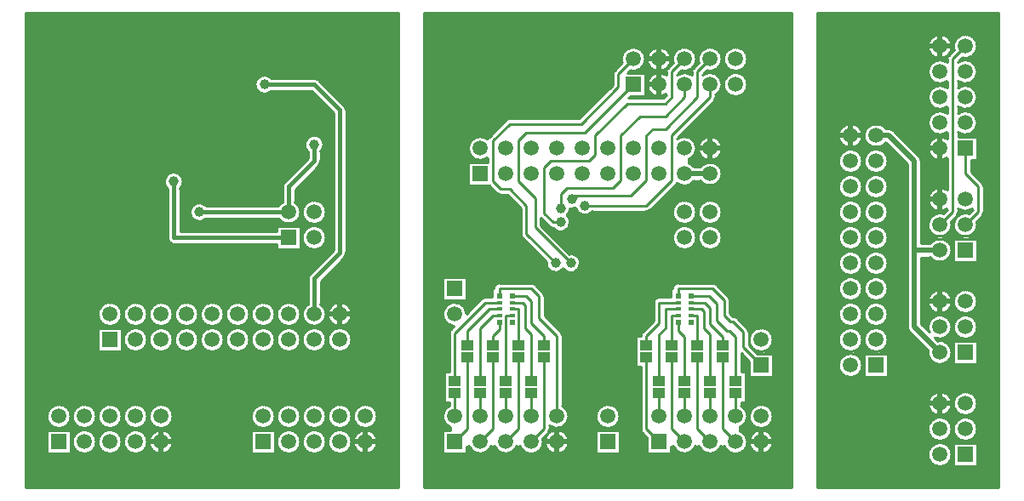
<source format=gbl>
%FSLAX44Y44*%
%MOMM*%
G71*
G01*
G75*
G04 Layer_Physical_Order=2*
%ADD10C,0.2540*%
%ADD11R,1.0000X1.1000*%
%ADD12R,1.3000X1.5000*%
%ADD13O,0.3500X2.2000*%
%ADD14R,1.1000X1.0000*%
%ADD15O,0.6350X2.0320*%
%ADD16R,0.6350X2.0320*%
%ADD17R,1.7000X1.8000*%
%ADD18R,1.8000X1.7000*%
%ADD19R,0.9000X0.9500*%
%ADD20R,0.9500X0.9000*%
%ADD21R,1.5000X1.3000*%
%ADD22R,0.3500X2.2000*%
%ADD23C,0.5080*%
%ADD24C,0.3810*%
%ADD25R,2.5400X4.6990*%
%ADD26R,1.5000X1.5000*%
%ADD27C,1.5000*%
%ADD28C,1.5000*%
%ADD29R,1.5240X1.5240*%
%ADD30C,1.0000*%
%ADD31C,1.0000*%
%ADD32R,0.5500X0.4860*%
%ADD33R,0.5500X0.3860*%
%ADD34R,1.2000X1.0000*%
D10*
X342018Y355600D02*
G03*
X342018Y355600I-11818J0D01*
G01*
X367418D02*
G03*
X367418Y355600I-11818J0D01*
G01*
X316618Y381000D02*
G03*
X316618Y381000I-11818J0D01*
G01*
X342018D02*
G03*
X342018Y381000I-11818J0D01*
G01*
X367418D02*
G03*
X367418Y381000I-11818J0D01*
G01*
X392818Y355600D02*
G03*
X392818Y355600I-11818J0D01*
G01*
Y381000D02*
G03*
X392818Y381000I-11818J0D01*
G01*
X418218Y355600D02*
G03*
X418218Y355600I-11818J0D01*
G01*
Y381000D02*
G03*
X418218Y381000I-11818J0D01*
G01*
X392818Y457200D02*
G03*
X392818Y457200I-11818J0D01*
G01*
X418218D02*
G03*
X418218Y457200I-11818J0D01*
G01*
X443618D02*
G03*
X443618Y457200I-11818J0D01*
G01*
X469018D02*
G03*
X469018Y457200I-11818J0D01*
G01*
X494418D02*
G03*
X494418Y457200I-11818J0D01*
G01*
X367418Y482600D02*
G03*
X367418Y482600I-11818J0D01*
G01*
X392818D02*
G03*
X392818Y482600I-11818J0D01*
G01*
X418218D02*
G03*
X418218Y482600I-11818J0D01*
G01*
X412877Y558800D02*
G03*
X419100Y552577I6223J0D01*
G01*
X412877Y558800D02*
G03*
X419100Y552577I6223J0D01*
G01*
X428418Y614680D02*
G03*
X412877Y607745I-9318J0D01*
G01*
X425323D02*
G03*
X428418Y614680I-6223J6935D01*
G01*
X443618Y482600D02*
G03*
X443618Y482600I-11818J0D01*
G01*
X469018D02*
G03*
X469018Y482600I-11818J0D01*
G01*
X451435Y590423D02*
G03*
X451435Y577977I-6935J-6223D01*
G01*
X494418Y482600D02*
G03*
X494418Y482600I-11818J0D01*
G01*
X545218Y355600D02*
G03*
X545218Y355600I-11818J0D01*
G01*
X519818Y381000D02*
G03*
X519818Y381000I-11818J0D01*
G01*
X545218D02*
G03*
X545218Y381000I-11818J0D01*
G01*
X519818Y457200D02*
G03*
X519818Y457200I-11818J0D01*
G01*
Y482600D02*
G03*
X519818Y482600I-11818J0D01*
G01*
X545218Y457200D02*
G03*
X545218Y457200I-11818J0D01*
G01*
Y482600D02*
G03*
X545218Y482600I-11818J0D01*
G01*
X570618Y355600D02*
G03*
X570618Y355600I-11818J0D01*
G01*
X596018D02*
G03*
X596018Y355600I-11818J0D01*
G01*
X621418D02*
G03*
X621418Y355600I-11818J0D01*
G01*
X570618Y381000D02*
G03*
X570618Y381000I-11818J0D01*
G01*
Y457200D02*
G03*
X570618Y457200I-11818J0D01*
G01*
X596018Y381000D02*
G03*
X596018Y381000I-11818J0D01*
G01*
Y457200D02*
G03*
X596018Y457200I-11818J0D01*
G01*
X552577Y492647D02*
G03*
X570618Y482600I6223J-10047D01*
G01*
G03*
X565023Y492647I-11818J0D01*
G01*
X596018Y482600D02*
G03*
X596018Y482600I-11818J0D01*
G01*
X621418Y381000D02*
G03*
X621418Y381000I-11818J0D01*
G01*
X523353Y577977D02*
G03*
X545218Y584200I10047J6223D01*
G01*
X527177Y594247D02*
G03*
X523353Y590423I6223J-10047D01*
G01*
X529000Y614000D02*
G03*
X527177Y609600I4400J-4400D01*
G01*
X529006Y614006D02*
G03*
X527177Y609600I4394J-4406D01*
G01*
X554400Y522560D02*
G03*
X552577Y518160I4400J-4400D01*
G01*
X554406Y522566D02*
G03*
X552577Y518160I4394J-4406D01*
G01*
X570618Y558800D02*
G03*
X570618Y558800I-11818J0D01*
G01*
X545218Y584200D02*
G03*
X539623Y594247I-11818J0D01*
G01*
X570618Y584200D02*
G03*
X570618Y584200I-11818J0D01*
G01*
X516205Y717423D02*
G03*
X516205Y704977I-6935J-6223D01*
G01*
X563194Y630594D02*
G03*
X565023Y635000I-4394J4406D01*
G01*
X563200Y630600D02*
G03*
X565023Y635000I-4400J4400D01*
G01*
X568118Y651510D02*
G03*
X552577Y644575I-9318J0D01*
G01*
X565023D02*
G03*
X568118Y651510I-6223J6935D01*
G01*
X563200Y715600D02*
G03*
X558800Y717423I-4400J-4400D01*
G01*
X563206Y715594D02*
G03*
X558800Y717423I-4406J-4394D01*
G01*
X588594Y539154D02*
G03*
X590423Y543560I-4394J4406D01*
G01*
X588600Y539160D02*
G03*
X590423Y543560I-4400J4400D01*
G01*
Y685800D02*
G03*
X588594Y690206I-6223J0D01*
G01*
X590423Y685800D02*
G03*
X588600Y690200I-6223J0D01*
G01*
X1104018Y431800D02*
G03*
X1104018Y431800I-11818J0D01*
G01*
Y457200D02*
G03*
X1104018Y457200I-11818J0D01*
G01*
Y482600D02*
G03*
X1104018Y482600I-11818J0D01*
G01*
Y508000D02*
G03*
X1104018Y508000I-11818J0D01*
G01*
Y533400D02*
G03*
X1104018Y533400I-11818J0D01*
G01*
X1129418Y457200D02*
G03*
X1129418Y457200I-11818J0D01*
G01*
Y482600D02*
G03*
X1129418Y482600I-11818J0D01*
G01*
Y508000D02*
G03*
X1129418Y508000I-11818J0D01*
G01*
Y533400D02*
G03*
X1129418Y533400I-11818J0D01*
G01*
X1148842Y469900D02*
G03*
X1150851Y465051I6858J0D01*
G01*
X1148842Y469900D02*
G03*
X1150851Y465051I6858J0D01*
G01*
X1104018Y558800D02*
G03*
X1104018Y558800I-11818J0D01*
G01*
Y584200D02*
G03*
X1104018Y584200I-11818J0D01*
G01*
Y609600D02*
G03*
X1104018Y609600I-11818J0D01*
G01*
Y635000D02*
G03*
X1104018Y635000I-11818J0D01*
G01*
Y660400D02*
G03*
X1104018Y660400I-11818J0D01*
G01*
X1129418Y558800D02*
G03*
X1129418Y558800I-11818J0D01*
G01*
Y584200D02*
G03*
X1129418Y584200I-11818J0D01*
G01*
Y609600D02*
G03*
X1129418Y609600I-11818J0D01*
G01*
Y635000D02*
G03*
X1129418Y635000I-11818J0D01*
G01*
X1127225Y667258D02*
G03*
X1127225Y653542I-9625J-6858D01*
G01*
X1135149Y665249D02*
G03*
X1130300Y667258I-4849J-4849D01*
G01*
X1135149Y665249D02*
G03*
X1130300Y667258I-4849J-4849D01*
G01*
X1192918Y342900D02*
G03*
X1192918Y342900I-11818J0D01*
G01*
Y368300D02*
G03*
X1192918Y368300I-11818J0D01*
G01*
Y393700D02*
G03*
X1192918Y393700I-11818J0D01*
G01*
X1169445Y446456D02*
G03*
X1192918Y444500I11655J-1956D01*
G01*
X1176113Y459186D02*
G03*
X1192918Y469900I4987J10714D01*
G01*
G03*
X1170386Y464913I-11818J0D01*
G01*
X1192918Y495300D02*
G03*
X1192918Y495300I-11818J0D01*
G01*
X1171475Y539242D02*
G03*
X1192918Y546100I9625J6858D01*
G01*
Y444500D02*
G03*
X1179144Y456155I-11818J0D01*
G01*
X1218318Y368300D02*
G03*
X1218318Y368300I-11818J0D01*
G01*
Y393700D02*
G03*
X1218318Y393700I-11818J0D01*
G01*
Y469900D02*
G03*
X1218318Y469900I-11818J0D01*
G01*
Y495300D02*
G03*
X1218318Y495300I-11818J0D01*
G01*
X1192918Y546100D02*
G03*
X1171475Y552958I-11818J0D01*
G01*
X1184512Y582815D02*
G03*
X1192918Y571500I-3412J-11315D01*
G01*
G03*
X1192415Y574912I-11818J0D01*
G01*
X1197741Y580239D02*
G03*
X1199388Y584200I-3941J3961D01*
G01*
X1197751Y580249D02*
G03*
X1199388Y584200I-3951J3951D01*
G01*
X1188212Y606339D02*
G03*
X1188212Y587462I-7112J-9438D01*
G01*
X1162558Y635000D02*
G03*
X1160549Y639849I-6858J0D01*
G01*
X1162558Y635000D02*
G03*
X1160549Y639849I-6858J0D01*
G01*
X1188212Y657139D02*
G03*
X1188212Y638261I-7112J-9438D01*
G01*
Y682539D02*
G03*
X1188212Y663661I-7112J-9438D01*
G01*
Y707939D02*
G03*
X1188212Y689062I-7112J-9438D01*
G01*
Y733338D02*
G03*
X1188212Y714462I-7112J-9438D01*
G01*
X1192918Y749300D02*
G03*
X1192918Y749300I-11818J0D01*
G01*
X1189849Y740551D02*
G03*
X1188212Y736600I3951J-3951D01*
G01*
X1189859Y740561D02*
G03*
X1188212Y736600I3941J-3961D01*
G01*
X1209912Y582815D02*
G03*
X1218318Y571500I-3412J-11315D01*
G01*
G03*
X1217815Y574912I-11818J0D01*
G01*
X1199388Y587462D02*
G03*
X1213612Y587462I7112J9438D01*
G01*
X1223141Y580239D02*
G03*
X1224788Y584200I-3941J3961D01*
G01*
X1223151Y580249D02*
G03*
X1224788Y584200I-3951J3951D01*
G01*
Y609600D02*
G03*
X1223141Y613561I-5588J0D01*
G01*
X1224788Y609600D02*
G03*
X1223151Y613551I-5588J0D01*
G01*
X1199388Y663661D02*
G03*
X1218318Y673100I7112J9438D01*
G01*
G03*
X1199388Y682539I-11818J0D01*
G01*
Y689062D02*
G03*
X1218318Y698500I7112J9438D01*
G01*
G03*
X1199388Y707939I-11818J0D01*
G01*
Y714462D02*
G03*
X1218318Y723900I7112J9438D01*
G01*
G03*
X1199388Y733338I-11818J0D01*
G01*
X1218318Y749300D02*
G03*
X1195185Y745888I-11818J0D01*
G01*
X1203088Y737985D02*
G03*
X1218318Y749300I3412J11315D01*
G01*
X692912Y391413D02*
G03*
X694182Y369999I5588J-10413D01*
G01*
X712899Y351282D02*
G03*
X734901Y351282I11001J4318D01*
G01*
X738299D02*
G03*
X760301Y351282I11001J4318D01*
G01*
X694549Y467501D02*
G03*
X692912Y463550I3951J-3951D01*
G01*
X694559Y467511D02*
G03*
X692912Y463550I3941J-3961D01*
G01*
X710300Y483253D02*
G03*
X697847Y470800I-11800J-653D01*
G01*
X728980Y499618D02*
G03*
X725019Y497971I0J-5588D01*
G01*
X728980Y499618D02*
G03*
X725029Y497981I0J-5588D01*
G01*
X763699Y351282D02*
G03*
X786518Y355600I11001J4318D01*
G01*
G03*
X786015Y359012I-11818J0D01*
G01*
X791341Y364339D02*
G03*
X792988Y368300I-3941J3961D01*
G01*
X791351Y364349D02*
G03*
X792988Y368300I-3951J3951D01*
G01*
X811918Y355600D02*
G03*
X811918Y355600I-11818J0D01*
G01*
X792988Y371562D02*
G03*
X811918Y381000I7112J9438D01*
G01*
G03*
X805688Y391413I-11818J0D01*
G01*
Y461010D02*
G03*
X804051Y464961I-5588J0D01*
G01*
X805688Y461010D02*
G03*
X804041Y464971I-5588J0D01*
G01*
X862718Y381000D02*
G03*
X862718Y381000I-11818J0D01*
G01*
X742950Y513588D02*
G03*
X737362Y508000I0J-5588D01*
G01*
X742950Y513588D02*
G03*
X737362Y508000I0J-5588D01*
G01*
X764032Y562610D02*
G03*
X765669Y558659I5588J0D01*
G01*
X764032Y562610D02*
G03*
X765679Y558649I5588J0D01*
G01*
X740269Y603109D02*
G03*
X744220Y601472I3951J3951D01*
G01*
X740259Y603119D02*
G03*
X744220Y601472I3961J3941D01*
G01*
X731255Y656950D02*
G03*
X731012Y638261I-7355J-9250D01*
G01*
X732649Y659271D02*
G03*
X731255Y656950I3951J-3951D01*
G01*
X732659Y659281D02*
G03*
X731255Y656950I3941J-3961D01*
G01*
X753110Y677418D02*
G03*
X749149Y675771I0J-5588D01*
G01*
X753110Y677418D02*
G03*
X749159Y675781I0J-5588D01*
G01*
X778651Y511951D02*
G03*
X774700Y513588I-3951J-3951D01*
G01*
X778661Y511941D02*
G03*
X774700Y513588I-3961J-3941D01*
G01*
X787908Y500380D02*
G03*
X786261Y504341I-5588J0D01*
G01*
X787908Y500380D02*
G03*
X786271Y504331I-5588J0D01*
G01*
X789606Y534721D02*
G03*
X806450Y528037I9224J-1321D01*
G01*
X792329Y570099D02*
G03*
X796290Y568452I3961J3941D01*
G01*
X792339Y570089D02*
G03*
X796290Y568452I3951J3951D01*
G01*
X806450Y528037D02*
G03*
X823388Y533400I7620J5363D01*
G01*
G03*
X812749Y542624I-9318J0D01*
G01*
X796453Y568452D02*
G03*
X813228Y574040I7456J5588D01*
G01*
G03*
X810077Y581025I-9318J0D01*
G01*
G03*
X813226Y587825I-6167J6985D01*
G01*
G03*
X818991Y588327I2114J9075D01*
G01*
G03*
X835497Y584962I9049J2223D01*
G01*
X857109Y725311D02*
G03*
X855472Y721360I3951J-3951D01*
G01*
X857119Y725321D02*
G03*
X855472Y721360I3941J-3961D01*
G01*
X883412Y368300D02*
G03*
X885059Y364339I5588J0D01*
G01*
X883412Y368300D02*
G03*
X885049Y364349I5588J0D01*
G01*
X916099Y351282D02*
G03*
X938101Y351282I11001J4318D01*
G01*
X941499D02*
G03*
X963501Y351282I11001J4318D01*
G01*
X885049Y464961D02*
G03*
X883412Y461088I3951J-3951D01*
G01*
X885059Y464971D02*
G03*
X883412Y461088I3941J-3961D01*
G01*
X901700Y499618D02*
G03*
X896112Y494030I0J-5588D01*
G01*
X901700Y499618D02*
G03*
X896112Y494030I0J-5588D01*
G01*
X920750Y513588D02*
G03*
X915162Y508000I0J-5588D01*
G01*
X920750Y513588D02*
G03*
X915162Y508000I0J-5588D01*
G01*
X938918Y558800D02*
G03*
X938918Y558800I-11818J0D01*
G01*
X958991Y511951D02*
G03*
X955040Y513588I-3951J-3951D01*
G01*
X959001Y511941D02*
G03*
X955040Y513588I-3961J-3941D01*
G01*
X972058Y496570D02*
G03*
X970411Y500531I-5588J0D01*
G01*
X979311Y478931D02*
G03*
X975360Y480568I-3951J-3951D01*
G01*
X972058Y496570D02*
G03*
X970421Y500521I-5588J0D01*
G01*
X979321Y478921D02*
G03*
X975360Y480568I-3961J-3941D01*
G01*
X964318Y558800D02*
G03*
X964318Y558800I-11818J0D01*
G01*
X966899Y351282D02*
G03*
X989718Y355600I11001J4318D01*
G01*
G03*
X982218Y366601I-11818J0D01*
G01*
Y369999D02*
G03*
X989718Y381000I-4318J11001D01*
G01*
X1015118Y355600D02*
G03*
X1015118Y355600I-11818J0D01*
G01*
Y381000D02*
G03*
X1015118Y381000I-11818J0D01*
G01*
X989718D02*
G03*
X983488Y391413I-11818J0D01*
G01*
X991108Y464820D02*
G03*
X989471Y468771I-5588J0D01*
G01*
X991108Y464820D02*
G03*
X989461Y468781I-5588J0D01*
G01*
X1015118Y457200D02*
G03*
X1015118Y457200I-11818J0D01*
G01*
X889000Y584962D02*
G03*
X892951Y586599I0J5588D01*
G01*
X889000Y584962D02*
G03*
X892961Y586609I0J5588D01*
G01*
X938918Y584200D02*
G03*
X938918Y584200I-11818J0D01*
G01*
X919358Y613371D02*
G03*
X936725Y615442I7742J8929D01*
G01*
Y629158D02*
G03*
X931418Y633301I-9625J-6858D01*
G01*
X938918Y647700D02*
G03*
X919988Y657139I-11818J0D01*
G01*
X931418Y636699D02*
G03*
X938918Y647700I-4318J11001D01*
G01*
X872888Y725285D02*
G03*
X888118Y736600I3412J11315D01*
G01*
X908812Y720639D02*
G03*
X908812Y701761I-7112J-9438D01*
G01*
X913518Y736600D02*
G03*
X913518Y736600I-11818J0D01*
G01*
X888118D02*
G03*
X864985Y733188I-11818J0D01*
G01*
X910449Y727851D02*
G03*
X908812Y723900I3951J-3951D01*
G01*
X910459Y727861D02*
G03*
X908812Y723900I3941J-3961D01*
G01*
X934212Y720639D02*
G03*
X919988Y720639I-7112J-9438D01*
G01*
X935849Y727851D02*
G03*
X934212Y723900I3951J-3951D01*
G01*
X935859Y727861D02*
G03*
X934212Y723900I3941J-3961D01*
G01*
X923688Y725285D02*
G03*
X938918Y736600I3412J11315D01*
G01*
G03*
X915785Y733188I-11818J0D01*
G01*
X964318Y584200D02*
G03*
X964318Y584200I-11818J0D01*
G01*
X942875Y615442D02*
G03*
X964318Y622300I9625J6858D01*
G01*
G03*
X942875Y629158I-11818J0D01*
G01*
X964318Y647700D02*
G03*
X964318Y647700I-11818J0D01*
G01*
X956441Y694539D02*
G03*
X958088Y698500I-3941J3961D01*
G01*
X956451Y694549D02*
G03*
X958088Y698500I-3951J3951D01*
G01*
Y700787D02*
G03*
X964318Y711200I-5588J10413D01*
G01*
G03*
X945388Y720639I-11818J0D01*
G01*
X949088Y725285D02*
G03*
X964318Y736600I3412J11315D01*
G01*
X989718Y711200D02*
G03*
X989718Y711200I-11818J0D01*
G01*
Y736600D02*
G03*
X989718Y736600I-11818J0D01*
G01*
X964318D02*
G03*
X941185Y733188I-11818J0D01*
G01*
X1206500Y571500D02*
X1219200Y584200D01*
X1206500Y622300D02*
Y647700D01*
Y622300D02*
X1219200Y609600D01*
X1181100Y571500D02*
X1193800Y584200D01*
Y736600D01*
X1206500Y749300D01*
X1219200Y584200D02*
Y609600D01*
X828040Y590550D02*
X889000D01*
X803910Y588010D02*
Y601980D01*
X787400Y582930D02*
Y628650D01*
X914400Y660400D02*
X952500Y698500D01*
X889000Y590550D02*
X914400Y615950D01*
X952500Y698500D02*
Y711200D01*
X939800Y723900D02*
X952500Y736600D01*
X939800Y698500D02*
Y723900D01*
X908050Y666750D02*
X939800Y698500D01*
X873760Y600710D02*
X889000Y615950D01*
X819150Y600710D02*
X873760D01*
X889000Y660400D02*
X895350Y666750D01*
X863600Y660400D02*
X882650Y679450D01*
X863600Y615950D02*
Y660400D01*
X810260Y608330D02*
X855980D01*
X838200Y641350D02*
Y660400D01*
X787400Y628650D02*
X793750Y635000D01*
X787400Y582930D02*
X796290Y574040D01*
X838200Y660400D02*
X869950Y692150D01*
X927100Y698500D02*
Y711200D01*
X908050Y679450D02*
X927100Y698500D01*
X882650Y679450D02*
X908050D01*
X914400Y723900D02*
X927100Y736600D01*
X914400Y698500D02*
Y723900D01*
X908050Y692150D02*
X914400Y698500D01*
X869950Y692150D02*
X908050D01*
X895350Y666750D02*
X908050D01*
X796290Y574040D02*
X803910D01*
X815340Y596900D02*
X819150Y600710D01*
X816610Y596900D02*
X820420Y600710D01*
X803910Y601980D02*
X810260Y608330D01*
X793750Y635000D02*
X831850D01*
X838200Y641350D01*
X855980Y608330D02*
X863600Y615950D01*
X889000D02*
Y660400D01*
X914400Y615950D02*
Y660400D01*
X698500Y381000D02*
Y403860D01*
X723900Y381000D02*
Y403860D01*
X749300Y381000D02*
Y403860D01*
X774700Y381000D02*
Y403860D01*
X901700Y381000D02*
Y403860D01*
X927100Y381000D02*
Y403860D01*
X952500Y381000D02*
Y403860D01*
X977900Y381000D02*
Y403860D01*
X965200Y368300D02*
Y439420D01*
X939800Y368300D02*
Y439420D01*
X914400Y368300D02*
Y439420D01*
X889000Y368300D02*
Y439420D01*
X787400Y368300D02*
Y439420D01*
X762000Y368300D02*
Y439420D01*
X736600Y368300D02*
Y439420D01*
X711200Y368300D02*
Y439420D01*
X965200Y368300D02*
X977900Y355600D01*
X939800Y368300D02*
X952500Y355600D01*
X914400Y368300D02*
X927100Y355600D01*
X889000Y368300D02*
X901700Y355600D01*
X774700D02*
X787400Y368300D01*
X749300Y355600D02*
X762000Y368300D01*
X723900Y355600D02*
X736600Y368300D01*
X698500Y355600D02*
X711200Y368300D01*
Y452120D02*
Y466090D01*
X736600Y452120D02*
Y461010D01*
X742950Y467360D02*
Y473710D01*
X736600Y461010D02*
X742950Y467360D01*
X732790Y487680D02*
X742950D01*
X723900Y416560D02*
Y468630D01*
X736600Y481330D02*
X742950D01*
X749300Y416560D02*
Y481330D01*
X755650Y494030D02*
X765810D01*
X787400Y452120D02*
Y461010D01*
X755650Y487680D02*
X762000D01*
Y452120D02*
Y487680D01*
X749300Y481330D02*
X755650D01*
X774700Y416560D02*
Y462280D01*
X755650Y500380D02*
X769620D01*
X698500Y416560D02*
Y463550D01*
X728980Y494030D02*
X742950D01*
X768350Y468630D02*
Y491490D01*
Y468630D02*
X774700Y462280D01*
Y473710D02*
X787400Y461010D01*
X774700Y473710D02*
Y495300D01*
X723900Y468630D02*
X736600Y481330D01*
X711200Y466090D02*
X732790Y487680D01*
X698500Y463550D02*
X728980Y494030D01*
X742950Y500380D02*
Y508000D01*
X782320Y478790D02*
Y500380D01*
X800100Y382270D02*
Y461010D01*
X742950Y508000D02*
X774700D01*
X782320Y478790D02*
X800100Y461010D01*
X901700Y416560D02*
Y462280D01*
X920750Y466090D02*
Y473710D01*
X952500Y416560D02*
Y462280D01*
X977900Y416560D02*
Y459740D01*
X952500Y472440D02*
Y488950D01*
X933450Y481330D02*
X939800D01*
X914400Y452120D02*
Y481330D01*
X889000Y452120D02*
Y461010D01*
X939800Y452120D02*
Y481330D01*
X927100Y416560D02*
Y459740D01*
X920750Y466090D02*
X927100Y459740D01*
X914400Y481330D02*
X920750D01*
X908050Y487680D02*
X920750D01*
X901700Y494030D02*
X920750D01*
X933450Y487680D02*
X943610D01*
X933450Y494030D02*
X947420D01*
X933450Y500380D02*
X951230D01*
X946150Y468630D02*
Y485140D01*
Y468630D02*
X952500Y462280D01*
X901700D02*
X908050Y468630D01*
Y487680D01*
X889000Y461010D02*
X901700Y473710D01*
Y494030D01*
X765810D02*
X768350Y491490D01*
X769620Y500380D02*
X774700Y495300D01*
Y508000D02*
X782320Y500380D01*
X943610Y487680D02*
X946150Y485140D01*
X947420Y494030D02*
X952500Y488950D01*
Y472440D02*
X965200Y459740D01*
Y452120D02*
Y459740D01*
X951230Y500380D02*
X958850Y492760D01*
Y476250D02*
Y492760D01*
Y476250D02*
X969010Y466090D01*
X920750Y500380D02*
Y508000D01*
X955040D01*
X966470Y481330D02*
Y496570D01*
Y481330D02*
X972820Y474980D01*
X975360D01*
X985520Y449580D02*
Y464820D01*
Y449580D02*
X1003300Y431800D01*
X955040Y508000D02*
X966470Y496570D01*
X975360Y474980D02*
X985520Y464820D01*
X971550Y466090D02*
X977900Y459740D01*
X969010Y466090D02*
X971550D01*
X762000Y614680D02*
Y655320D01*
X736600Y614680D02*
X744220Y607060D01*
X736600Y655320D02*
X753110Y671830D01*
X769620Y562610D02*
X798830Y533400D01*
X762000Y655320D02*
X769620Y662940D01*
X762000Y614680D02*
X778510Y598170D01*
X828040Y662940D02*
X876300Y711200D01*
X824230Y671830D02*
X861060Y708660D01*
X769620Y662940D02*
X828040D01*
X753110Y671830D02*
X824230D01*
X861060Y721360D02*
X876300Y736600D01*
X861060Y708660D02*
Y721360D01*
X778510Y568960D02*
Y598170D01*
Y568960D02*
X814070Y533400D01*
X736600Y614680D02*
Y655320D01*
X769620Y562610D02*
Y590550D01*
X753110Y607060D02*
X769620Y590550D01*
X744220Y607060D02*
X753110D01*
X271780Y782320D02*
X642620D01*
X271780Y309880D02*
X642620D01*
X668020Y782320D02*
X1033780D01*
X668020Y309880D02*
X1033780D01*
X294894D02*
Y343782D01*
X297180Y309880D02*
Y343782D01*
X299466Y309880D02*
Y343782D01*
X301752Y309880D02*
Y343782D01*
X304038Y309880D02*
Y343782D01*
X306324Y309880D02*
Y343782D01*
X271780Y345186D02*
X292982D01*
X271780Y347472D02*
X292982D01*
X271780Y349758D02*
X292982D01*
X308610Y309880D02*
Y343782D01*
X292982D02*
Y367418D01*
X310896Y309880D02*
Y343782D01*
X313182Y309880D02*
Y343782D01*
X315468Y309880D02*
Y343782D01*
X292982D02*
X316618D01*
X324612Y309880D02*
Y345187D01*
X326898Y309880D02*
Y344253D01*
X329184Y309880D02*
Y343826D01*
X316618Y345186D02*
X324613D01*
X316618Y349758D02*
X319927D01*
X316618Y347472D02*
X321621D01*
X320040Y309880D02*
Y349563D01*
X322326Y309880D02*
Y346787D01*
X316618Y343782D02*
Y367418D01*
X271780Y352044D02*
X292982D01*
X271780Y354330D02*
X292982D01*
X271780Y356616D02*
X292982D01*
X271780Y358902D02*
X292982D01*
X271780Y361188D02*
X292982D01*
X271780Y363474D02*
X292982D01*
X271780Y365760D02*
X292982D01*
X271780Y374904D02*
X294676D01*
X271780Y372618D02*
X296469D01*
X294894Y367418D02*
Y374555D01*
X297180Y367418D02*
Y371967D01*
X299466Y367418D02*
Y370454D01*
X316618Y361188D02*
X319787D01*
X271780Y370332D02*
X299715D01*
X292982Y367418D02*
X316618D01*
Y363474D02*
X321387D01*
X316618Y365760D02*
X324164D01*
X326898Y366947D02*
Y369653D01*
X310896Y367418D02*
Y370876D01*
X313182Y367418D02*
Y372669D01*
X309885Y370332D02*
X325115D01*
X322326Y364413D02*
Y372187D01*
X324612Y366013D02*
Y370587D01*
X314924Y374904D02*
X320076D01*
X313131Y372618D02*
X321869D01*
X331470Y309880D02*
Y343850D01*
X333756Y309880D02*
Y344330D01*
X335787Y345186D02*
X350013D01*
X336042Y309880D02*
Y345327D01*
X349758Y309880D02*
Y345327D01*
X352044Y309880D02*
Y344330D01*
X338328Y309880D02*
Y347021D01*
X340473Y349758D02*
X345327D01*
X338779Y347472D02*
X347021D01*
X340614Y309880D02*
Y350013D01*
X345186Y309880D02*
Y350013D01*
X347472Y309880D02*
Y347021D01*
X354330Y309880D02*
Y343850D01*
X356616Y309880D02*
Y343826D01*
X358902Y309880D02*
Y344253D01*
X361188Y309880D02*
Y345187D01*
X374904Y309880D02*
Y345476D01*
X377190Y309880D02*
Y344413D01*
X363474Y309880D02*
Y346787D01*
X361187Y345186D02*
X375413D01*
X365760Y309880D02*
Y349563D01*
X370332Y309880D02*
Y350515D01*
X364179Y347472D02*
X372421D01*
X372618Y309880D02*
Y347269D01*
X339013Y363474D02*
X346787D01*
X333756Y366870D02*
Y369730D01*
X336236Y365760D02*
X349563D01*
X341470Y352044D02*
X344330D01*
X341547Y358902D02*
X344253D01*
X340613Y361188D02*
X345187D01*
X338328Y364179D02*
Y372421D01*
X336042Y365873D02*
Y370727D01*
X335285Y370332D02*
X350515D01*
X347472Y364179D02*
Y372421D01*
X349758Y365873D02*
Y370727D01*
X338531Y372618D02*
X347269D01*
X352044Y366870D02*
Y369730D01*
X365873Y349758D02*
X370727D01*
X364413Y363474D02*
X372187D01*
X361637Y365760D02*
X374963D01*
X366870Y352044D02*
X369730D01*
X366947Y358902D02*
X369653D01*
X366013Y361188D02*
X370587D01*
X361188Y366013D02*
Y370587D01*
X358902Y366947D02*
Y369653D01*
X360685Y370332D02*
X375915D01*
X363474Y364413D02*
Y372187D01*
X372618Y363931D02*
Y372669D01*
X363931Y372618D02*
X372669D01*
X374904Y365724D02*
Y370876D01*
X281178Y309880D02*
Y737362D01*
X283464Y309880D02*
Y737362D01*
X271780Y379476D02*
X293081D01*
X285750Y309880D02*
Y737362D01*
X288036Y309880D02*
Y737362D01*
X290322Y309880D02*
Y737362D01*
X271780Y309880D02*
Y782320D01*
X272034Y309880D02*
Y782320D01*
X274320Y309880D02*
Y782320D01*
X276606Y309880D02*
Y782320D01*
X278892Y309880D02*
Y782320D01*
X292608Y309880D02*
Y737362D01*
X271780Y377190D02*
X293613D01*
X271780Y381762D02*
X293007D01*
X271780Y384048D02*
X293382D01*
X320040Y361637D02*
Y374963D01*
X315468Y367418D02*
Y375915D01*
X315987Y377190D02*
X319013D01*
X271780Y386334D02*
X294254D01*
X315346D02*
X319654D01*
X317754Y309880D02*
Y782320D01*
X315468Y386085D02*
Y782320D01*
X316218Y384048D02*
X318782D01*
X294894Y387445D02*
Y737362D01*
X271780Y388620D02*
X295767D01*
X271780Y390906D02*
X298355D01*
X297180Y390033D02*
Y737362D01*
X299466Y391546D02*
Y737362D01*
X301752Y392418D02*
Y737362D01*
X308610Y392187D02*
Y782320D01*
X304038Y392793D02*
Y737362D01*
X306324Y392719D02*
Y782320D01*
X320040Y387037D02*
Y782320D01*
X310896Y391124D02*
Y782320D01*
X313182Y389331D02*
Y782320D01*
X271780Y445770D02*
X343782D01*
X271780Y448056D02*
X343782D01*
X271780Y450342D02*
X343782D01*
X313833Y388620D02*
X321167D01*
X311245Y390906D02*
X323755D01*
X271780Y452628D02*
X343782D01*
X271780Y454914D02*
X343782D01*
X271780Y457200D02*
X343782D01*
X271780Y459486D02*
X343782D01*
X322326Y389813D02*
Y782320D01*
X271780Y461772D02*
X343782D01*
X271780Y464058D02*
X343782D01*
X271780Y466344D02*
X343782D01*
X340614Y361187D02*
Y375413D01*
X340324Y374904D02*
X345476D01*
X340746Y386334D02*
X345054D01*
X345186Y361187D02*
Y375413D01*
X341387Y377190D02*
X344413D01*
X341618Y384048D02*
X344182D01*
X340614Y386587D02*
Y782320D01*
X338328Y389579D02*
Y782320D01*
X339233Y388620D02*
X346567D01*
X342900Y309880D02*
Y782320D01*
X345186Y386587D02*
Y445382D01*
X347472Y389579D02*
Y445382D01*
X365760Y361637D02*
Y374963D01*
X366146Y386334D02*
X370454D01*
X365724Y374904D02*
X370876D01*
X370332Y360685D02*
Y375915D01*
X366787Y377190D02*
X369813D01*
X367018Y384048D02*
X369582D01*
X363474Y389813D02*
Y445382D01*
X364633Y388620D02*
X371967D01*
X368046Y309880D02*
Y782320D01*
X370332Y386085D02*
Y452115D01*
X365760Y387037D02*
Y445382D01*
X372618Y389331D02*
Y448869D01*
X336645Y390906D02*
X349155D01*
X349758Y391273D02*
Y445382D01*
X352044Y392270D02*
Y445382D01*
X358902Y392347D02*
Y445382D01*
X354330Y392750D02*
Y445382D01*
X356616Y392774D02*
Y445382D01*
X324612Y391413D02*
Y782320D01*
X326898Y392347D02*
Y782320D01*
X329184Y392774D02*
Y782320D01*
X333756Y392270D02*
Y782320D01*
X336042Y391273D02*
Y782320D01*
X331470Y392750D02*
Y782320D01*
X343782Y445382D02*
Y469018D01*
X361188Y391413D02*
Y445382D01*
X343782D02*
X367418D01*
X362045Y390906D02*
X374555D01*
X374904Y391124D02*
Y447076D01*
X367418Y450342D02*
X371375D01*
X367418Y448056D02*
X373513D01*
X367418Y452628D02*
X370102D01*
X367418Y461772D02*
X370102D01*
X367418Y464058D02*
X371375D01*
X367418Y445382D02*
Y469018D01*
X370332Y462285D02*
Y477515D01*
X372618Y465531D02*
Y474269D01*
X367418Y466344D02*
X373513D01*
X271780Y309880D02*
X642620D01*
X271780Y310896D02*
X642620D01*
X271780Y313182D02*
X642620D01*
X379476Y309880D02*
Y343881D01*
X381762Y309880D02*
Y343807D01*
X384048Y309880D02*
Y344182D01*
X386334Y309880D02*
Y345054D01*
X386587Y345186D02*
X400813D01*
X388620Y309880D02*
Y346567D01*
X390906Y309880D02*
Y349155D01*
X389579Y347472D02*
X397821D01*
X271780Y315468D02*
X642620D01*
X271780Y317754D02*
X642620D01*
X271780Y320040D02*
X642620D01*
X271780Y322326D02*
X642620D01*
X271780Y324612D02*
X642620D01*
X271780Y326898D02*
X642620D01*
X271780Y329184D02*
X642620D01*
X271780Y331470D02*
X642620D01*
X271780Y333756D02*
X642620D01*
X271780Y336042D02*
X642620D01*
X271780Y338328D02*
X642620D01*
X271780Y340614D02*
X642620D01*
X271780Y342900D02*
X642620D01*
X386334Y366146D02*
Y370454D01*
X377190Y366787D02*
Y369813D01*
X384048Y367018D02*
Y369582D01*
X391273Y349758D02*
X396127D01*
X389813Y363474D02*
X397587D01*
X387037Y365760D02*
X400364D01*
X387445Y390906D02*
X399955D01*
X386085Y370332D02*
X401315D01*
X388620Y364633D02*
Y371967D01*
X390033Y388620D02*
X397367D01*
X389331Y372618D02*
X398069D01*
X271780Y368046D02*
X642620D01*
X271780Y393192D02*
X642620D01*
X271780Y395478D02*
X642620D01*
X271780Y397764D02*
X642620D01*
X271780Y400050D02*
X642620D01*
X271780Y402336D02*
X642620D01*
X271780Y404622D02*
X642620D01*
X271780Y406908D02*
X642620D01*
X271780Y409194D02*
X642620D01*
X271780Y411480D02*
X642620D01*
X271780Y413766D02*
X642620D01*
X271780Y416052D02*
X642620D01*
X271780Y418338D02*
X642620D01*
X395478Y309880D02*
Y351086D01*
X397764Y309880D02*
Y347533D01*
X400050Y309880D02*
Y345633D01*
X402336Y309880D02*
Y344503D01*
X404622Y309880D02*
Y343917D01*
X406908Y309880D02*
Y343793D01*
X392270Y352044D02*
X395130D01*
X392347Y358902D02*
X395053D01*
X395478Y360114D02*
Y376486D01*
X406400Y345052D02*
Y355600D01*
X395852D02*
X406400D01*
Y366148D01*
X409194Y309880D02*
Y344117D01*
X411480Y309880D02*
Y344930D01*
X411987Y345186D02*
X496182D01*
X413766Y309880D02*
Y346358D01*
X416052Y309880D02*
Y348781D01*
X414979Y347472D02*
X496182D01*
X406400Y355600D02*
X416948D01*
X416673Y349758D02*
X496182D01*
X417670Y352044D02*
X496182D01*
X418150Y354330D02*
X496182D01*
X418174Y356616D02*
X496182D01*
X417747Y358902D02*
X496182D01*
X391413Y361188D02*
X395987D01*
X397764Y363667D02*
Y372933D01*
X400050Y365567D02*
Y371033D01*
X413766Y364842D02*
Y371758D01*
X402336Y366697D02*
Y369903D01*
X411480Y366270D02*
Y370330D01*
X390906Y362045D02*
Y374555D01*
X391124Y374904D02*
X396276D01*
X391546Y386334D02*
X395854D01*
X416052Y362419D02*
Y374181D01*
X392187Y377190D02*
X395213D01*
X392418Y384048D02*
X394982D01*
X412436Y365760D02*
X496182D01*
X414731Y372618D02*
X499669D01*
X411485Y370332D02*
X502915D01*
X416813Y361188D02*
X496182D01*
X415213Y363474D02*
X496182D01*
X416524Y374904D02*
X497876D01*
X416946Y386334D02*
X497454D01*
X415433Y388620D02*
X498967D01*
X412845Y390906D02*
X501555D01*
X418119Y379476D02*
X496281D01*
X417587Y377190D02*
X496813D01*
X418193Y381762D02*
X496207D01*
X417818Y384048D02*
X496582D01*
X377190Y392187D02*
Y446013D01*
X379476Y392719D02*
Y445481D01*
X381762Y392793D02*
Y445407D01*
X386334Y391546D02*
Y446654D01*
X384048Y392418D02*
Y445782D01*
X402336Y392097D02*
Y446103D01*
X393192Y309880D02*
Y782320D01*
X388620Y390033D02*
Y448167D01*
X390906Y387445D02*
Y450755D01*
X395478Y385514D02*
Y452686D01*
X397764Y389067D02*
Y449132D01*
X400050Y390967D02*
Y447233D01*
X271780Y420624D02*
X642620D01*
X271780Y422910D02*
X642620D01*
X271780Y425196D02*
X642620D01*
X404622Y392683D02*
Y445517D01*
X271780Y427482D02*
X642620D01*
X271780Y429768D02*
X642620D01*
X411480Y391670D02*
Y446530D01*
X406908Y392807D02*
Y445393D01*
X409194Y392483D02*
Y445717D01*
X418338Y309880D02*
Y552624D01*
X420624Y309880D02*
Y453358D01*
X413766Y390242D02*
Y447958D01*
X416052Y387819D02*
Y450381D01*
X367418Y445770D02*
X377997D01*
X388487Y448056D02*
X398913D01*
X384003Y445770D02*
X403397D01*
X390625Y450342D02*
X396775D01*
X391898Y452628D02*
X395502D01*
X391898Y461772D02*
X395502D01*
X390906Y463645D02*
Y476155D01*
X390625Y464058D02*
X396775D01*
X395478Y461714D02*
Y478086D01*
X397764Y465267D02*
Y474533D01*
X416052Y464019D02*
Y475781D01*
X271780Y432054D02*
X642620D01*
X271780Y434340D02*
X642620D01*
X271780Y436626D02*
X642620D01*
X271780Y438912D02*
X642620D01*
X271780Y441198D02*
X642620D01*
X271780Y443484D02*
X642620D01*
X413887Y448056D02*
X424313D01*
X409403Y445770D02*
X428797D01*
X417298Y452628D02*
X420902D01*
X416025Y450342D02*
X422175D01*
X417298Y461772D02*
X420902D01*
X416025Y464058D02*
X422175D01*
X425196Y309880D02*
Y447399D01*
X427482Y309880D02*
Y446199D01*
X429768Y309880D02*
Y445558D01*
X432054Y309880D02*
Y445385D01*
X434340Y309880D02*
Y445658D01*
X436626Y309880D02*
Y446412D01*
X422910Y309880D02*
Y449413D01*
X438912Y309880D02*
Y447761D01*
X441198Y309880D02*
Y450035D01*
X443484Y309880D02*
Y455425D01*
X445770Y309880D02*
Y454197D01*
X448056Y309880D02*
Y449713D01*
X452628Y309880D02*
Y446302D01*
X454914Y309880D02*
Y445605D01*
X457200Y309880D02*
Y445382D01*
X459486Y309880D02*
Y445605D01*
X461772Y309880D02*
Y446302D01*
X477774Y309880D02*
Y446412D01*
X450342Y309880D02*
Y447575D01*
X464058Y309880D02*
Y447575D01*
X466344Y309880D02*
Y449713D01*
X468630Y309880D02*
Y454197D01*
X470916Y309880D02*
Y455425D01*
X473202Y309880D02*
Y450035D01*
X475488Y309880D02*
Y447761D01*
X434803Y445770D02*
X454197D01*
X441425Y450342D02*
X447575D01*
X439287Y448056D02*
X449713D01*
X442698Y452628D02*
X446302D01*
X442698Y461772D02*
X446302D01*
X441425Y464058D02*
X447575D01*
X420624Y461042D02*
Y478758D01*
X422910Y464987D02*
Y474813D01*
X443484Y458975D02*
Y480825D01*
X445770Y460203D02*
Y479597D01*
X441198Y464365D02*
Y475435D01*
X448056Y464687D02*
Y475113D01*
X460203Y445770D02*
X479597D01*
X466825Y450342D02*
X472975D01*
X464687Y448056D02*
X475113D01*
X480060Y309880D02*
Y445658D01*
X468098Y452628D02*
X471702D01*
X468098Y461772D02*
X471702D01*
X466344Y464687D02*
Y475113D01*
X466825Y464058D02*
X472975D01*
X470916Y458975D02*
Y480825D01*
X468630Y460203D02*
Y479597D01*
X473202Y464365D02*
Y475435D01*
X271780Y468630D02*
X343782D01*
X271780Y473202D02*
X348435D01*
X271780Y470916D02*
X353825D01*
X349758Y469018D02*
Y472327D01*
X361188Y469018D02*
Y472187D01*
X363474Y469018D02*
Y473787D01*
X271780Y475488D02*
X346161D01*
X271780Y480060D02*
X344058D01*
X271780Y477774D02*
X344812D01*
X345186Y469018D02*
Y477013D01*
X271780Y482346D02*
X343785D01*
X347472Y469018D02*
Y474021D01*
X343782Y469018D02*
X367418D01*
Y468630D02*
X377997D01*
X357375Y470916D02*
X379225D01*
X377190Y468387D02*
Y471413D01*
X384003Y468630D02*
X403397D01*
X382775Y470916D02*
X404625D01*
X365038Y475488D02*
X371562D01*
X362765Y473202D02*
X373835D01*
X365760Y469018D02*
Y476563D01*
X374904Y467324D02*
Y472476D01*
X366388Y477774D02*
X370212D01*
X271780Y484632D02*
X343958D01*
X271780Y486918D02*
X344599D01*
X271780Y489204D02*
X345799D01*
X366601Y486918D02*
X369999D01*
X271780Y491490D02*
X347813D01*
X365401Y489204D02*
X371199D01*
X271780Y493776D02*
X351758D01*
X271780Y557784D02*
X412961D01*
X271780Y560070D02*
X412877D01*
X363387Y491490D02*
X373213D01*
X359442Y493776D02*
X377158D01*
X271780Y562356D02*
X412877D01*
X271780Y553212D02*
X416361D01*
X271780Y564642D02*
X412877D01*
X271780Y555498D02*
X413825D01*
X271780Y566928D02*
X412877D01*
X271780Y569214D02*
X412877D01*
X271780Y571500D02*
X412877D01*
X271780Y573786D02*
X412877D01*
X271780Y576072D02*
X412877D01*
X271780Y578358D02*
X412877D01*
X271780Y580644D02*
X412877D01*
X271780Y582930D02*
X412877D01*
X271780Y585216D02*
X412877D01*
X271780Y587502D02*
X412877D01*
X388487Y466344D02*
X398913D01*
X384048Y468618D02*
Y471182D01*
X386334Y467746D02*
Y472054D01*
X400050Y467167D02*
Y472633D01*
X402336Y468297D02*
Y471503D01*
X411480Y467870D02*
Y471930D01*
X388620Y466233D02*
Y473567D01*
X390438Y475488D02*
X396962D01*
X388165Y473202D02*
X399235D01*
X413766Y466442D02*
Y473358D01*
X391788Y477774D02*
X395612D01*
X392001Y486918D02*
X395399D01*
X413887Y466344D02*
X424313D01*
X409403Y468630D02*
X428797D01*
X408175Y470916D02*
X430025D01*
X425196Y467001D02*
Y472799D01*
X427482Y468201D02*
Y471599D01*
X436626Y467988D02*
Y471812D01*
X415839Y475488D02*
X422361D01*
X413565Y473202D02*
X424635D01*
X417188Y477774D02*
X421012D01*
X438912Y466638D02*
Y473162D01*
X420624Y486442D02*
Y552577D01*
X417401Y486918D02*
X420799D01*
X390801Y489204D02*
X396599D01*
X388787Y491490D02*
X398613D01*
X384842Y493776D02*
X402558D01*
X416201Y489204D02*
X421999D01*
X414187Y491490D02*
X424013D01*
X410242Y493776D02*
X427958D01*
X413766Y491842D02*
Y555595D01*
X416052Y489419D02*
Y553375D01*
X422910Y490387D02*
Y552577D01*
X425196Y492401D02*
Y552577D01*
X427482Y493601D02*
Y552577D01*
X429768Y494242D02*
Y552577D01*
X432054Y494415D02*
Y552577D01*
X425323Y576072D02*
X439944D01*
X438912Y492038D02*
Y552577D01*
X434340Y494142D02*
Y552577D01*
X436626Y493388D02*
Y552577D01*
X425323Y578358D02*
X437241D01*
X425323Y582930D02*
X435269D01*
X425323Y580644D02*
X435887D01*
X436626Y565023D02*
Y579217D01*
X438912Y565023D02*
Y576744D01*
X425323Y585216D02*
X435238D01*
X425323Y587502D02*
X435787D01*
X271780Y612648D02*
X410006D01*
X271780Y738378D02*
X280162D01*
X271780Y614934D02*
X409785D01*
X280162Y737362D02*
X304038D01*
X271780Y740664D02*
X280162D01*
X271780Y742950D02*
X280162D01*
Y737362D02*
Y761238D01*
X271780Y745236D02*
X280162D01*
X271780Y747522D02*
X280162D01*
X304038Y737362D02*
Y761238D01*
X292100Y738632D02*
Y749300D01*
X281432D02*
X292100D01*
X271780Y589788D02*
X412877D01*
X271780Y592074D02*
X412877D01*
X271780Y594360D02*
X412877D01*
X271780Y596646D02*
X412877D01*
X271780Y598932D02*
X412877D01*
X271780Y601218D02*
X412877D01*
X271780Y603504D02*
X412877D01*
X271780Y605790D02*
X412877D01*
X271780Y608076D02*
X412526D01*
X271780Y617220D02*
X410135D01*
X271780Y610362D02*
X410843D01*
X271780Y619506D02*
X411129D01*
X271780Y621792D02*
X413080D01*
X271780Y749808D02*
X280162D01*
X271780Y752094D02*
X280162D01*
X271780Y754380D02*
X280162D01*
X271780Y756666D02*
X280162D01*
X271780Y758952D02*
X280162D01*
X271780Y761238D02*
X280162D01*
X271780Y763524D02*
X280162D01*
X271780Y765810D02*
X280162D01*
X271780Y768096D02*
X280162D01*
Y762762D02*
Y782320D01*
X271780Y770382D02*
X280162D01*
X271780Y772668D02*
X280162D01*
Y761238D02*
X304038D01*
X271780Y774954D02*
X280162D01*
Y761238D02*
X304038D01*
X292100Y749300D02*
X302768D01*
X292100D02*
Y759968D01*
X280162Y762762D02*
X304038D01*
X271780Y777240D02*
X280162D01*
X271780Y779526D02*
X280162D01*
X271780Y781812D02*
X280162D01*
X292100Y764032D02*
Y774700D01*
X281432D02*
X292100D01*
X271780Y782320D02*
X280162D01*
X292100Y774700D02*
X302768D01*
X345186Y488187D02*
Y782320D01*
X347472Y491179D02*
Y782320D01*
X349758Y492873D02*
Y782320D01*
X352044Y493870D02*
Y782320D01*
X354330Y494350D02*
Y782320D01*
X356616Y494374D02*
Y782320D01*
X363474Y491413D02*
Y782320D01*
X358902Y493947D02*
Y782320D01*
X361188Y493013D02*
Y782320D01*
X370332Y487685D02*
Y782320D01*
X365760Y488637D02*
Y782320D01*
X372618Y490931D02*
Y782320D01*
X374904Y492724D02*
Y782320D01*
X377190Y493787D02*
Y782320D01*
X379476Y494319D02*
Y782320D01*
X411480Y493270D02*
Y609317D01*
X381762Y494393D02*
Y782320D01*
X384048Y494018D02*
Y782320D01*
X390906Y489045D02*
Y782320D01*
X386334Y493146D02*
Y782320D01*
X388620Y491633D02*
Y782320D01*
X395478Y487114D02*
Y782320D01*
X397764Y490667D02*
Y782320D01*
X400050Y492567D02*
Y782320D01*
X402336Y493697D02*
Y782320D01*
X304038Y737362D02*
Y761238D01*
Y762762D02*
Y782320D01*
Y762762D02*
Y782320D01*
X404622Y494283D02*
Y782320D01*
X406908Y494407D02*
Y782320D01*
X412877Y558800D02*
Y607745D01*
X409194Y494083D02*
Y782320D01*
X411480Y620043D02*
Y782320D01*
X413766Y622320D02*
Y782320D01*
X416052Y623485D02*
Y782320D01*
X422910Y623184D02*
Y782320D01*
X418338Y623967D02*
Y782320D01*
X420624Y623872D02*
Y782320D01*
X425323Y589788D02*
X437043D01*
X425323Y592074D02*
X439518D01*
X425323Y565023D02*
Y607745D01*
X427482Y565023D02*
Y610610D01*
X429768Y565023D02*
Y782320D01*
X425196Y621727D02*
Y782320D01*
X427482Y618750D02*
Y782320D01*
X432054Y565023D02*
Y782320D01*
X434340Y565023D02*
Y782320D01*
X436626Y589183D02*
Y782320D01*
X438912Y591656D02*
Y782320D01*
X439287Y466344D02*
X449713D01*
X441239Y475488D02*
X447761D01*
X438965Y473202D02*
X450035D01*
X442588Y477774D02*
X446412D01*
X442801Y486918D02*
X446199D01*
X441601Y489204D02*
X447399D01*
X439587Y491490D02*
X449413D01*
X435642Y493776D02*
X453358D01*
X443484Y484375D02*
Y552577D01*
X441198Y489765D02*
Y552577D01*
X445770Y485603D02*
Y552577D01*
X271780Y496062D02*
X552577D01*
X271780Y498348D02*
X552577D01*
X271780Y500634D02*
X552577D01*
X434803Y468630D02*
X454197D01*
X433575Y470916D02*
X455425D01*
X271780Y502920D02*
X552577D01*
X271780Y505206D02*
X552577D01*
X271780Y507492D02*
X552577D01*
X271780Y509778D02*
X552577D01*
X271780Y512064D02*
X552577D01*
X271780Y514350D02*
X552577D01*
X271780Y516636D02*
X552577D01*
X271780Y518922D02*
X552624D01*
X271780Y548640D02*
X521582D01*
X271780Y550926D02*
X521582D01*
X419100Y552577D02*
X521582D01*
X425323Y565023D02*
X521582D01*
X425323Y566928D02*
X521582D01*
X425323Y569214D02*
X521582D01*
X425323Y573786D02*
X527813D01*
X441198Y565023D02*
Y575487D01*
X443484Y565023D02*
Y574938D01*
X445770Y565023D02*
Y574969D01*
X271780Y521208D02*
X553375D01*
X271780Y523494D02*
X555333D01*
X271780Y525780D02*
X557619D01*
X271780Y528066D02*
X559905D01*
X271780Y530352D02*
X562191D01*
X271780Y532638D02*
X564477D01*
X271780Y534924D02*
X566763D01*
X271780Y537210D02*
X569049D01*
X271780Y539496D02*
X571335D01*
X271780Y541782D02*
X573621D01*
X271780Y544068D02*
X575907D01*
X271780Y546354D02*
X577977D01*
X425323Y571500D02*
X577977D01*
X450342Y466825D02*
Y472975D01*
X448056Y490087D02*
Y552577D01*
X452628Y468098D02*
Y471702D01*
X464058Y466825D02*
Y472975D01*
X461772Y468098D02*
Y471702D01*
X467988Y477774D02*
X471812D01*
X450342Y492225D02*
Y552577D01*
X452628Y493498D02*
Y552577D01*
X464058Y492225D02*
Y552577D01*
X470916Y484375D02*
Y552577D01*
X466344Y490087D02*
Y552577D01*
X468630Y485603D02*
Y552577D01*
X464687Y466344D02*
X475113D01*
X460203Y468630D02*
X479597D01*
X458975Y470916D02*
X480825D01*
X475488Y466638D02*
Y473162D01*
X464365Y473202D02*
X475435D01*
X477774Y467988D02*
Y471812D01*
X466638Y475488D02*
X473162D01*
X467001Y489204D02*
X472799D01*
X464987Y491490D02*
X474813D01*
X468201Y486918D02*
X471599D01*
X473202Y489765D02*
Y552577D01*
X475488Y492038D02*
Y552577D01*
X454914Y494195D02*
Y552577D01*
X448056Y565023D02*
Y575587D01*
X450342Y565023D02*
Y576941D01*
X461772Y493498D02*
Y552577D01*
X457200Y494418D02*
Y552577D01*
X459486Y494195D02*
Y552577D01*
X452628Y565023D02*
Y577977D01*
X454914Y565023D02*
Y577977D01*
X457200Y565023D02*
Y577977D01*
X459486Y565023D02*
Y577977D01*
X461772Y565023D02*
Y577977D01*
X464058Y565023D02*
Y577977D01*
X466344Y565023D02*
Y577977D01*
X461042Y493776D02*
X478758D01*
X468630Y565023D02*
Y577977D01*
X449056Y576072D02*
X524821D01*
X477774Y493388D02*
Y552577D01*
X470916Y565023D02*
Y577977D01*
X480060Y494142D02*
Y552577D01*
X451435Y577977D02*
X523353D01*
X451435Y590423D02*
X523353D01*
X449482Y592074D02*
X524587D01*
X473202Y565023D02*
Y577977D01*
X475488Y565023D02*
Y577977D01*
X477774Y565023D02*
Y577977D01*
X480060Y565023D02*
Y577977D01*
X271780Y624078D02*
X539077D01*
X271780Y626364D02*
X541363D01*
X271780Y628650D02*
X543649D01*
X271780Y630936D02*
X545935D01*
X271780Y633222D02*
X548221D01*
X271780Y635508D02*
X550507D01*
X271780Y637794D02*
X552577D01*
X271780Y649224D02*
X549767D01*
X271780Y646938D02*
X550681D01*
X271780Y651510D02*
X549482D01*
X271780Y653796D02*
X549767D01*
X271780Y656082D02*
X550681D01*
X271780Y640080D02*
X552577D01*
X271780Y642366D02*
X552577D01*
X271780Y644652D02*
X552492D01*
X271780Y658368D02*
X552492D01*
X271780Y660654D02*
X557008D01*
X271780Y662940D02*
X577977D01*
X271780Y665226D02*
X577977D01*
X271780Y667512D02*
X577977D01*
X271780Y669798D02*
X577977D01*
X271780Y672084D02*
X577977D01*
X271780Y674370D02*
X577977D01*
X271780Y676656D02*
X577977D01*
X271780Y678942D02*
X577977D01*
X271780Y692658D02*
X568541D01*
X271780Y697230D02*
X563969D01*
X271780Y694944D02*
X566255D01*
X271780Y699516D02*
X561683D01*
X271780Y704088D02*
X503250D01*
X271780Y701802D02*
X559397D01*
X271780Y706374D02*
X501299D01*
X271780Y708660D02*
X500305D01*
X271780Y710946D02*
X499955D01*
X271780Y713232D02*
X500176D01*
X271780Y715518D02*
X501013D01*
X271780Y717804D02*
X502696D01*
X271780Y720090D02*
X506478D01*
X271780Y681228D02*
X577977D01*
X271780Y685800D02*
X575399D01*
X271780Y683514D02*
X577685D01*
X271780Y688086D02*
X573113D01*
X271780Y690372D02*
X570827D01*
X271780Y722376D02*
X642620D01*
X271780Y724662D02*
X642620D01*
X271780Y726948D02*
X642620D01*
X271780Y729234D02*
X642620D01*
X271780Y731520D02*
X642620D01*
X271780Y733806D02*
X642620D01*
X304038Y738378D02*
X610362D01*
X271780Y736092D02*
X642620D01*
X441198Y592913D02*
Y782320D01*
X443484Y593462D02*
Y782320D01*
X445770Y593431D02*
Y782320D01*
X452628Y590423D02*
Y782320D01*
X448056Y592813D02*
Y782320D01*
X450342Y591459D02*
Y782320D01*
X454914Y590423D02*
Y782320D01*
X457200Y590423D02*
Y782320D01*
X459486Y590423D02*
Y782320D01*
X461772Y590423D02*
Y782320D01*
X464058Y590423D02*
Y782320D01*
X466344Y590423D02*
Y782320D01*
X425323Y594360D02*
X527177D01*
X425323Y596646D02*
X527177D01*
X425323Y598932D02*
X527177D01*
X425323Y601218D02*
X527177D01*
X425323Y603504D02*
X527177D01*
X425323Y605790D02*
X527177D01*
X468630Y590423D02*
Y782320D01*
X470916Y590423D02*
Y782320D01*
X425674Y608076D02*
X527177D01*
X473202Y590423D02*
Y782320D01*
X475488Y590423D02*
Y782320D01*
X477774Y590423D02*
Y782320D01*
X480060Y590423D02*
Y782320D01*
X427357Y610362D02*
X527224D01*
X427071Y619506D02*
X534505D01*
X425120Y621792D02*
X536791D01*
X428194Y612648D02*
X527975D01*
X428414Y614934D02*
X529933D01*
X428065Y617220D02*
X532219D01*
X304038Y740664D02*
X610362D01*
X304038Y742950D02*
X610362D01*
X304038Y745236D02*
X610362D01*
X304038Y747522D02*
X610362D01*
X304038Y749808D02*
X610362D01*
X304038Y752094D02*
X610362D01*
X304038Y754380D02*
X610362D01*
X304038Y756666D02*
X610362D01*
X304038Y758952D02*
X610362D01*
X304038Y761238D02*
X610362D01*
X304038Y763524D02*
X610362D01*
X304038Y765810D02*
X610362D01*
X304038Y768096D02*
X610362D01*
X304038Y770382D02*
X610362D01*
X304038Y772668D02*
X610362D01*
X304038Y774954D02*
X610362D01*
X304038Y777240D02*
X610362D01*
X304038Y779526D02*
X610362D01*
X304038Y781812D02*
X610362D01*
X304038Y782320D02*
X610362D01*
X498348Y309880D02*
Y343782D01*
X500634Y309880D02*
Y343782D01*
X502920Y309880D02*
Y343782D01*
X505206Y309880D02*
Y343782D01*
X507492Y309880D02*
Y343782D01*
X509778Y309880D02*
Y343782D01*
X482346Y309880D02*
Y445385D01*
X484632Y309880D02*
Y445558D01*
X486918Y309880D02*
Y446199D01*
X512064Y309880D02*
Y343782D01*
X496182D02*
Y367418D01*
X514350Y309880D02*
Y343782D01*
X516636Y309880D02*
Y343782D01*
X518922Y309880D02*
Y343782D01*
X496182D02*
X519818D01*
X525780Y309880D02*
Y346567D01*
X519818Y347472D02*
X524821D01*
X519818Y345186D02*
X527813D01*
X519818Y349758D02*
X523127D01*
X519818Y361188D02*
X522987D01*
X519818Y363474D02*
X524587D01*
X519818Y343782D02*
Y367418D01*
X523494Y309880D02*
Y349155D01*
Y362045D02*
Y374555D01*
X496182Y367418D02*
X519818D01*
X498348D02*
Y374181D01*
X500634Y367418D02*
Y371758D01*
X502920Y367418D02*
Y370330D01*
X514350Y367418D02*
Y371033D01*
X516636Y367418D02*
Y372933D01*
X505206Y392483D02*
Y445717D01*
X485603Y445770D02*
X504997D01*
X507492Y392807D02*
Y445393D01*
X518922Y367418D02*
Y376486D01*
X509778Y392683D02*
Y445517D01*
X512064Y392097D02*
Y446103D01*
X513085Y370332D02*
X528315D01*
X518124Y374904D02*
X523276D01*
X516331Y372618D02*
X525069D01*
X525780Y364633D02*
Y371967D01*
X519187Y377190D02*
X522213D01*
X519818Y365760D02*
X527364D01*
X514445Y390906D02*
X526955D01*
X511003Y445770D02*
X530397D01*
X519418Y384048D02*
X521982D01*
X518546Y386334D02*
X522854D01*
X517033Y388620D02*
X524367D01*
X528066Y309880D02*
Y345054D01*
X530352Y309880D02*
Y344182D01*
X532638Y309880D02*
Y343807D01*
X534924Y309880D02*
Y343881D01*
X537210Y309880D02*
Y344413D01*
X539496Y309880D02*
Y345476D01*
X541782Y309880D02*
Y347269D01*
Y363931D02*
Y372669D01*
X544068Y309880D02*
Y350515D01*
X544670Y352044D02*
X547530D01*
X544068Y360685D02*
Y375915D01*
X544747Y358902D02*
X547453D01*
X553212Y309880D02*
Y345187D01*
X538987Y345186D02*
X553213D01*
X555498Y309880D02*
Y344253D01*
X557784Y309880D02*
Y343826D01*
X560070Y309880D02*
Y343850D01*
X562356Y309880D02*
Y344330D01*
X541979Y347472D02*
X550221D01*
X543673Y349758D02*
X548527D01*
X542213Y363474D02*
X549987D01*
X548640Y309880D02*
Y349563D01*
X550926Y309880D02*
Y346787D01*
X543813Y361188D02*
X548387D01*
X548640Y361637D02*
Y374963D01*
X528066Y366146D02*
Y370454D01*
X530352Y367018D02*
Y369582D01*
X537210Y366787D02*
Y369813D01*
X539496Y365724D02*
Y370876D01*
X543524Y374904D02*
X548676D01*
X541731Y372618D02*
X550469D01*
X530352Y392418D02*
Y445782D01*
X532638Y392793D02*
Y445407D01*
X534924Y392719D02*
Y445481D01*
X544587Y377190D02*
X547613D01*
X544818Y384048D02*
X547382D01*
X537210Y392187D02*
Y446013D01*
X543946Y386334D02*
X548254D01*
X550926Y364413D02*
Y372187D01*
X539436Y365760D02*
X552763D01*
X538485Y370332D02*
X553715D01*
X553212Y366013D02*
Y370587D01*
X555498Y366947D02*
Y369653D01*
X562356Y366870D02*
Y369730D01*
X542433Y388620D02*
X549767D01*
X539845Y390906D02*
X552355D01*
X536403Y445770D02*
X555797D01*
X555498Y392347D02*
Y445853D01*
X562356Y392270D02*
Y445930D01*
X557784Y392774D02*
Y445426D01*
X560070Y392750D02*
Y445450D01*
X489204Y309880D02*
Y447399D01*
X491490Y309880D02*
Y449413D01*
X492225Y450342D02*
X498375D01*
X493776Y309880D02*
Y453358D01*
X493498Y452628D02*
X497102D01*
X498348Y387819D02*
Y450381D01*
X493498Y461772D02*
X497102D01*
X491490Y464987D02*
Y474813D01*
X492225Y464058D02*
X498375D01*
X496062Y309880D02*
Y552577D01*
X493776Y461042D02*
Y478758D01*
X498348Y464019D02*
Y475781D01*
X500634Y390242D02*
Y447958D01*
X490087Y448056D02*
X500513D01*
X502920Y391670D02*
Y446530D01*
X516636Y389067D02*
Y449132D01*
X514350Y390967D02*
Y447233D01*
X515487Y448056D02*
X525913D01*
X490087Y466344D02*
X500513D01*
X500634Y466442D02*
Y473358D01*
X518922Y385514D02*
Y452686D01*
X517625Y450342D02*
X523775D01*
X516636Y465267D02*
Y474533D01*
X517625Y464058D02*
X523775D01*
X489204Y467001D02*
Y472799D01*
X486918Y468201D02*
Y471599D01*
X489765Y473202D02*
X500835D01*
X502920Y467870D02*
Y471930D01*
X493388Y477774D02*
X497212D01*
X492038Y475488D02*
X498562D01*
X492401Y489204D02*
X498199D01*
X491490Y490387D02*
Y552577D01*
X490387Y491490D02*
X500213D01*
X493776Y486442D02*
Y552577D01*
X493601Y486918D02*
X496999D01*
X498348Y489419D02*
Y552577D01*
X485603Y468630D02*
X504997D01*
X484375Y470916D02*
X506225D01*
X509775D02*
X531625D01*
X515487Y466344D02*
X525913D01*
X512064Y468297D02*
Y471503D01*
X511003Y468630D02*
X530397D01*
X514350Y467167D02*
Y472633D01*
X515165Y473202D02*
X526235D01*
X517801Y489204D02*
X523599D01*
X517439Y475488D02*
X523961D01*
X516636Y490667D02*
Y552577D01*
X515787Y491490D02*
X525613D01*
X523494Y387445D02*
Y450755D01*
X518898Y452628D02*
X522502D01*
X525780Y390033D02*
Y448167D01*
X541782Y389331D02*
Y448869D01*
X528066Y391546D02*
Y446654D01*
X539496Y391124D02*
Y447076D01*
X521208Y309880D02*
Y552577D01*
X518922Y461714D02*
Y478086D01*
X518898Y461772D02*
X522502D01*
X523494Y463645D02*
Y476155D01*
X525780Y466233D02*
Y473567D01*
X541782Y465531D02*
Y474269D01*
X544068Y386085D02*
Y452115D01*
X543025Y450342D02*
X549175D01*
X540887Y448056D02*
X551313D01*
X548640Y387037D02*
Y451163D01*
X550926Y389813D02*
Y448387D01*
X553212Y391413D02*
Y446787D01*
X544298Y452628D02*
X547902D01*
X543025Y464058D02*
X549175D01*
X546354Y309880D02*
Y613753D01*
X544298Y461772D02*
X547902D01*
X544068Y462285D02*
Y477515D01*
X548640Y463237D02*
Y476563D01*
X528066Y467746D02*
Y472054D01*
X518788Y477774D02*
X522612D01*
X530352Y468618D02*
Y471182D01*
X539496Y467324D02*
Y472476D01*
X537210Y468387D02*
Y471413D01*
X544188Y477774D02*
X548012D01*
X518922Y487114D02*
Y552577D01*
X519001Y486918D02*
X522399D01*
X544068Y487685D02*
Y546982D01*
X544401Y486918D02*
X547799D01*
X523494Y489045D02*
Y546982D01*
X541782Y490931D02*
Y546982D01*
X540887Y466344D02*
X551313D01*
X536403Y468630D02*
X555797D01*
X535175Y470916D02*
X557025D01*
X553212Y467613D02*
Y472187D01*
X555498Y468547D02*
Y471253D01*
X562356Y468470D02*
Y471330D01*
X540565Y473202D02*
X551635D01*
X542839Y475488D02*
X549361D01*
X541187Y491490D02*
X551013D01*
X548640Y488637D02*
Y552763D01*
X550926Y466013D02*
Y473787D01*
X543201Y489204D02*
X548999D01*
X550926Y491413D02*
Y549987D01*
X564642Y309880D02*
Y345327D01*
X566928Y309880D02*
Y347021D01*
X567379Y347472D02*
X575621D01*
X569214Y309880D02*
Y350013D01*
X569073Y349758D02*
X573927D01*
X576072Y309880D02*
Y347021D01*
X569214Y361187D02*
Y375413D01*
X569213Y361188D02*
X573787D01*
X573786Y309880D02*
Y350013D01*
X570070Y352044D02*
X572930D01*
X570147Y358902D02*
X572853D01*
X578358Y309880D02*
Y345327D01*
X564387Y345186D02*
X578613D01*
X580644Y309880D02*
Y344330D01*
X582930Y309880D02*
Y343850D01*
X585216Y309880D02*
Y343826D01*
X587502Y309880D02*
Y344253D01*
X589788Y309880D02*
Y345187D01*
X589787Y345186D02*
X604013D01*
X592074Y309880D02*
Y346787D01*
X594360Y309880D02*
Y349563D01*
X594473Y349758D02*
X599327D01*
X592779Y347472D02*
X601021D01*
X566928Y364179D02*
Y372421D01*
X564642Y365873D02*
Y370727D01*
X567131Y372618D02*
X575869D01*
X567613Y363474D02*
X575387D01*
X568924Y374904D02*
X574076D01*
X576072Y364179D02*
Y372421D01*
X569346Y386334D02*
X573654D01*
X567833Y388620D02*
X575167D01*
X565245Y390906D02*
X577755D01*
X573786Y361187D02*
Y375413D01*
X569987Y377190D02*
X573013D01*
X570218Y384048D02*
X572782D01*
X564837Y365760D02*
X578163D01*
X578358Y365873D02*
Y370727D01*
X580644Y366870D02*
Y369730D01*
X593013Y363474D02*
X600787D01*
X587502Y366947D02*
Y369653D01*
X590237Y365760D02*
X603563D01*
X589788Y366013D02*
Y370587D01*
X563885Y370332D02*
X579115D01*
X589285D02*
X604515D01*
X592074Y364413D02*
Y372187D01*
X592531Y372618D02*
X601269D01*
X593233Y388620D02*
X600567D01*
X590645Y390906D02*
X603155D01*
X598932Y309880D02*
Y350515D01*
X601218Y309880D02*
Y347269D01*
X603504Y309880D02*
Y345476D01*
X605790Y309880D02*
Y344413D01*
X608076Y309880D02*
Y343881D01*
X610362Y309880D02*
Y343807D01*
X595470Y352044D02*
X598330D01*
X595547Y358902D02*
X598253D01*
X599052Y355600D02*
X609600D01*
Y345052D02*
Y355600D01*
X598932Y360685D02*
Y375915D01*
X609600Y355600D02*
Y366148D01*
X612648Y309880D02*
Y344182D01*
X614934Y309880D02*
Y345054D01*
X615187Y345186D02*
X642620D01*
X617220Y309880D02*
Y346567D01*
X619506Y309880D02*
Y349155D01*
X618179Y347472D02*
X642620D01*
X609600Y355600D02*
X620148D01*
X619873Y349758D02*
X642620D01*
X620870Y352044D02*
X642620D01*
X621350Y354330D02*
X642620D01*
X621374Y356616D02*
X642620D01*
X620947Y358902D02*
X642620D01*
X594613Y361188D02*
X599187D01*
X603504Y365724D02*
Y370876D01*
X605790Y366787D02*
Y369813D01*
X617220Y364633D02*
Y371967D01*
X612648Y367018D02*
Y369582D01*
X614934Y366146D02*
Y370454D01*
X594360Y361637D02*
Y374963D01*
X595387Y377190D02*
X598413D01*
X594324Y374904D02*
X599476D01*
X601218Y363931D02*
Y372669D01*
X619506Y362045D02*
Y374555D01*
X595618Y384048D02*
X598182D01*
X594746Y386334D02*
X599054D01*
X615636Y365760D02*
X642620D01*
X614685Y370332D02*
X642620D01*
X617931Y372618D02*
X642620D01*
X620013Y361188D02*
X642620D01*
X618413Y363474D02*
X642620D01*
X619724Y374904D02*
X642620D01*
X620146Y386334D02*
X642620D01*
X618633Y388620D02*
X642620D01*
X616045Y390906D02*
X642620D01*
X620787Y377190D02*
X642620D01*
X621319Y379476D02*
X642620D01*
X621393Y381762D02*
X642620D01*
X621018Y384048D02*
X642620D01*
X564642Y391273D02*
Y446927D01*
X566928Y389579D02*
Y448621D01*
X569214Y386587D02*
Y451613D01*
X573786Y386587D02*
Y451613D01*
X569698Y452628D02*
X573302D01*
X566928Y465779D02*
Y474021D01*
X569698Y461772D02*
X573302D01*
X571500Y309880D02*
Y522059D01*
X569214Y462787D02*
Y477013D01*
X573786Y462787D02*
Y477013D01*
X580644Y392270D02*
Y445930D01*
X561803Y445770D02*
X581197D01*
X582930Y392750D02*
Y445450D01*
X585216Y392774D02*
Y445426D01*
X587203Y445770D02*
X642620D01*
X566287Y448056D02*
X576713D01*
X568425Y450342D02*
X574575D01*
X566287Y466344D02*
X576713D01*
X576072Y389579D02*
Y448621D01*
X578358Y391273D02*
Y446927D01*
X568425Y464058D02*
X574575D01*
X564642Y467473D02*
Y472327D01*
X568601Y489204D02*
X574399D01*
X568238Y475488D02*
X574762D01*
X576072Y465779D02*
Y474021D01*
X569588Y477774D02*
X573412D01*
X569801Y486918D02*
X573199D01*
X566928Y491179D02*
Y517487D01*
X569214Y488187D02*
Y519773D01*
X573786Y488187D02*
Y524345D01*
X576072Y491179D02*
Y526631D01*
X578358Y467473D02*
Y472327D01*
X561803Y468630D02*
X581197D01*
X560575Y470916D02*
X582425D01*
X580644Y468470D02*
Y471330D01*
X587203Y468630D02*
X642620D01*
X585975Y470916D02*
X642620D01*
X565965Y473202D02*
X577035D01*
X566587Y491490D02*
X576413D01*
X584200Y472052D02*
Y482600D01*
X573652D02*
X584200D01*
Y493148D01*
Y482600D02*
X594748D01*
X592074Y389813D02*
Y448387D01*
X587502Y392347D02*
Y445853D01*
X589788Y391413D02*
Y446787D01*
X594360Y387037D02*
Y451163D01*
X612648Y392418D02*
Y737362D01*
X614934Y391546D02*
Y737362D01*
X596646Y309880D02*
Y782320D01*
X598932Y386085D02*
Y782320D01*
X601218Y389331D02*
Y782320D01*
X617220Y390033D02*
Y737362D01*
X603504Y391124D02*
Y782320D01*
X605790Y392187D02*
Y782320D01*
X621792Y309880D02*
Y737362D01*
X619506Y387445D02*
Y737362D01*
X624078Y309880D02*
Y737362D01*
X626364Y309880D02*
Y737362D01*
X628650Y309880D02*
Y737362D01*
X630936Y309880D02*
Y737362D01*
X633222Y309880D02*
Y737362D01*
X635508Y309880D02*
Y782320D01*
X637794Y309880D02*
Y782320D01*
X640080Y309880D02*
Y782320D01*
X642620Y309880D02*
Y782320D01*
X642366Y309880D02*
Y782320D01*
X591687Y448056D02*
X642620D01*
X587502Y468547D02*
Y471253D01*
X593825Y450342D02*
X642620D01*
X595098Y452628D02*
X642620D01*
X595795Y454914D02*
X642620D01*
X596018Y457200D02*
X642620D01*
X592074Y466013D02*
Y473787D01*
X589788Y467613D02*
Y472187D01*
X592074Y491413D02*
Y782320D01*
X608076Y392719D02*
Y782320D01*
X610362Y392793D02*
Y737362D01*
X594360Y463237D02*
Y476563D01*
Y488637D02*
Y782320D01*
X593825Y464058D02*
X642620D01*
X591687Y466344D02*
X642620D01*
X591365Y473202D02*
X642620D01*
X595795Y459486D02*
X642620D01*
X595098Y461772D02*
X642620D01*
X593638Y475488D02*
X642620D01*
X594988Y477774D02*
X642620D01*
X594001Y489204D02*
X642620D01*
X591987Y491490D02*
X642620D01*
X595742Y480060D02*
X642620D01*
X596015Y482346D02*
X642620D01*
X595842Y484632D02*
X642620D01*
X595201Y486918D02*
X642620D01*
X486442Y493776D02*
X504158D01*
X482346Y494415D02*
Y552577D01*
X484632Y494242D02*
Y552577D01*
X500634Y491842D02*
Y552577D01*
X486918Y493601D02*
Y552577D01*
X489204Y492401D02*
Y552577D01*
X482346Y565023D02*
Y577977D01*
X484632Y565023D02*
Y577977D01*
X486918Y565023D02*
Y577977D01*
X502920Y493270D02*
Y552577D01*
X505206Y494083D02*
Y552577D01*
X507492Y494407D02*
Y552577D01*
X525780Y491633D02*
Y546982D01*
X528066Y493146D02*
Y546982D01*
X511842Y493776D02*
X529558D01*
X537242D02*
X552577D01*
X530352Y494018D02*
Y546982D01*
X532638Y494393D02*
Y546982D01*
X514350Y492567D02*
Y552577D01*
X509778Y494283D02*
Y552577D01*
X512064Y493697D02*
Y552577D01*
X534924Y494319D02*
Y546982D01*
X537210Y493787D02*
Y546982D01*
X521582D02*
Y552577D01*
Y546982D02*
X545218D01*
X489204Y565023D02*
Y577977D01*
X491490Y565023D02*
Y577977D01*
X493776Y565023D02*
Y577977D01*
X496062Y565023D02*
Y577977D01*
X498348Y565023D02*
Y577977D01*
X500634Y565023D02*
Y577977D01*
X502920Y565023D02*
Y577977D01*
X505206Y565023D02*
Y577977D01*
X507492Y565023D02*
Y577977D01*
X509778Y565023D02*
Y577977D01*
X512064Y565023D02*
Y577977D01*
X514350Y565023D02*
Y577977D01*
X516636Y565023D02*
Y577977D01*
X518922Y565023D02*
Y577977D01*
X521582Y565023D02*
Y570618D01*
X545218D01*
X525780D02*
Y575167D01*
X528066Y570618D02*
Y573654D01*
X521208Y565023D02*
Y577977D01*
X523494Y570618D02*
Y577755D01*
X527177Y594247D02*
Y609600D01*
X539496Y492724D02*
Y546982D01*
X552577Y492647D02*
Y518160D01*
X555498Y523659D02*
Y547453D01*
X557784Y525945D02*
Y547026D01*
X545218Y548640D02*
X552763D01*
X545218Y553212D02*
X548387D01*
X545218Y550926D02*
X549987D01*
X553212Y520899D02*
Y548387D01*
X545218Y546982D02*
Y570618D01*
Y564642D02*
X548527D01*
X554406Y522566D02*
X577977Y546138D01*
X560070Y528231D02*
Y547050D01*
X562356Y530517D02*
Y547530D01*
X565023Y492647D02*
Y515582D01*
X564642Y532803D02*
Y548527D01*
X564837Y548640D02*
X577977D01*
X566928Y535089D02*
Y550221D01*
X567613Y550926D02*
X577977D01*
X569214Y537375D02*
Y553213D01*
X569213Y553212D02*
X577977D01*
X570147Y555498D02*
X577977D01*
X570574Y557784D02*
X577977D01*
X539496Y570618D02*
Y574076D01*
X541782Y570618D02*
Y575869D01*
X543673Y578358D02*
X548527D01*
X548640Y564837D02*
Y578163D01*
X544068Y570618D02*
Y579115D01*
X545218Y566928D02*
X550221D01*
X539623Y594247D02*
Y607022D01*
X541782Y592531D02*
Y609181D01*
X544670Y580644D02*
X547530D01*
X544747Y587502D02*
X547453D01*
X544068Y589285D02*
Y611467D01*
X543813Y589788D02*
X548387D01*
X545218Y569214D02*
X553213D01*
X553212Y569213D02*
Y573787D01*
X538987Y573786D02*
X553213D01*
X564642Y569073D02*
Y573927D01*
X555498Y570147D02*
Y572853D01*
X562356Y570070D02*
Y572930D01*
X541979Y576072D02*
X550221D01*
X542213Y592074D02*
X549987D01*
X539623Y594360D02*
X552763D01*
X550926Y567613D02*
Y575387D01*
X569214Y564387D02*
Y578613D01*
X566928Y567379D02*
Y575621D01*
X482346Y590423D02*
Y782320D01*
X484632Y590423D02*
Y782320D01*
X500634Y590423D02*
Y707701D01*
X502920Y590423D02*
Y704381D01*
X505206Y590423D02*
Y702815D01*
X507492Y590423D02*
Y702053D01*
X486918Y590423D02*
Y782320D01*
X489204Y590423D02*
Y782320D01*
X491490Y590423D02*
Y782320D01*
X493776Y590423D02*
Y782320D01*
X496062Y590423D02*
Y782320D01*
X498348Y590423D02*
Y782320D01*
X509778Y590423D02*
Y701896D01*
X512064Y590423D02*
Y702311D01*
X514350Y590423D02*
Y703389D01*
X516636Y590423D02*
Y704977D01*
X529006Y614006D02*
X552577Y637578D01*
X539623Y607022D02*
X563194Y630594D01*
X518922Y590423D02*
Y704977D01*
X521208Y590423D02*
Y704977D01*
X523494Y590645D02*
Y704977D01*
X525780Y593233D02*
Y704977D01*
X528066Y612805D02*
Y704977D01*
X530352Y615353D02*
Y704977D01*
X532638Y617639D02*
Y704977D01*
X500634Y714699D02*
Y782320D01*
X502920Y718019D02*
Y782320D01*
X505206Y719585D02*
Y782320D01*
X507492Y720347D02*
Y782320D01*
X509778Y720504D02*
Y782320D01*
X516636Y717423D02*
Y782320D01*
X512064Y720089D02*
Y782320D01*
X514350Y719011D02*
Y782320D01*
X518922Y717423D02*
Y782320D01*
X521208Y717423D02*
Y782320D01*
X523494Y717423D02*
Y782320D01*
X515290Y704088D02*
X557111D01*
X516205Y704977D02*
X556222D01*
X516205Y717423D02*
X558800D01*
X534924Y619925D02*
Y704977D01*
X537210Y622211D02*
Y704977D01*
X539496Y624497D02*
Y704977D01*
X525780Y717423D02*
Y782320D01*
X528066Y717423D02*
Y782320D01*
X530352Y717423D02*
Y782320D01*
X532638Y717423D02*
Y782320D01*
X534924Y717423D02*
Y782320D01*
X537210Y717423D02*
Y782320D01*
X539496Y717423D02*
Y782320D01*
X548640Y590237D02*
Y616039D01*
X550926Y593013D02*
Y618325D01*
X553212Y594613D02*
Y620611D01*
X555498Y595547D02*
Y622897D01*
X557784Y595974D02*
Y625183D01*
X560070Y595950D02*
Y627469D01*
X541782Y626783D02*
Y704977D01*
X544068Y629069D02*
Y704977D01*
X546354Y631355D02*
Y704977D01*
X548640Y633641D02*
Y704977D01*
X550926Y635927D02*
Y646527D01*
X552577Y637578D02*
Y644575D01*
X562356Y595470D02*
Y629755D01*
X566928Y592779D02*
Y646954D01*
X564642Y594473D02*
Y632856D01*
X565023Y635000D02*
Y644575D01*
X569214Y589787D02*
Y691985D01*
X571500Y539661D02*
Y689699D01*
X573786Y541947D02*
Y687413D01*
X576072Y544233D02*
Y685127D01*
X577977Y546138D02*
Y683222D01*
X550926Y656492D02*
Y704977D01*
X541782Y717423D02*
Y782320D01*
X553212Y658967D02*
Y704977D01*
X555498Y660223D02*
Y704977D01*
X557784Y660772D02*
Y703415D01*
X560070Y660741D02*
Y701129D01*
X544068Y717423D02*
Y782320D01*
X546354Y717423D02*
Y782320D01*
X548640Y717423D02*
Y782320D01*
X550926Y717423D02*
Y782320D01*
X553212Y717423D02*
Y782320D01*
X555498Y717423D02*
Y782320D01*
X557784Y717423D02*
Y782320D01*
X560070Y717292D02*
Y782320D01*
X566928Y656066D02*
Y694271D01*
X562356Y660123D02*
Y698843D01*
X564642Y658769D02*
Y696557D01*
X566928Y711873D02*
Y782320D01*
X562356Y716307D02*
Y782320D01*
X564642Y714159D02*
Y782320D01*
X573786Y705015D02*
Y782320D01*
X576072Y702729D02*
Y782320D01*
X569214Y709587D02*
Y782320D01*
X571500Y707301D02*
Y782320D01*
X565023Y493776D02*
X580358D01*
X565023Y496062D02*
X642620D01*
X565023Y498348D02*
X642620D01*
X578358Y492873D02*
Y528917D01*
X565023Y515582D02*
X588594Y539154D01*
X565023Y500634D02*
X642620D01*
X567379Y566928D02*
X577977D01*
X564387Y569214D02*
X577977D01*
X564387Y573786D02*
X577977D01*
X570550Y560070D02*
X577977D01*
X570070Y562356D02*
X577977D01*
X569073Y564642D02*
X577977D01*
X565023Y502920D02*
X642620D01*
X565023Y505206D02*
X642620D01*
X565023Y507492D02*
X642620D01*
X565023Y509778D02*
X642620D01*
X565023Y512064D02*
X642620D01*
X565023Y514350D02*
X642620D01*
X566077Y516636D02*
X642620D01*
X568363Y518922D02*
X642620D01*
X570649Y521208D02*
X642620D01*
X572935Y523494D02*
X642620D01*
X575221Y525780D02*
X642620D01*
X577507Y528066D02*
X642620D01*
X579793Y530352D02*
X642620D01*
X567379Y576072D02*
X577977D01*
X569073Y578358D02*
X577977D01*
X570070Y580644D02*
X577977D01*
X570550Y582930D02*
X577977D01*
X570574Y585216D02*
X577977D01*
X570147Y587502D02*
X577977D01*
X539623Y596646D02*
X577977D01*
X539623Y598932D02*
X577977D01*
X539623Y601218D02*
X577977D01*
X569213Y589788D02*
X577977D01*
X567613Y592074D02*
X577977D01*
X564837Y594360D02*
X577977D01*
X539623Y603504D02*
X577977D01*
X539623Y605790D02*
X577977D01*
X540677Y608076D02*
X577977D01*
X542963Y610362D02*
X577977D01*
X545249Y612648D02*
X577977D01*
X547535Y614934D02*
X577977D01*
X549821Y617220D02*
X577977D01*
X552107Y619506D02*
X577977D01*
X554393Y621792D02*
X577977D01*
X556679Y624078D02*
X577977D01*
X558965Y626364D02*
X577977D01*
X561251Y628650D02*
X577977D01*
X563513Y630936D02*
X577977D01*
X580644Y493870D02*
Y531203D01*
X582930Y494350D02*
Y533489D01*
X582079Y532638D02*
X642620D01*
X588042Y493776D02*
X642620D01*
X585216Y494374D02*
Y535775D01*
X584365Y534924D02*
X642620D01*
X587502Y493947D02*
Y538061D01*
X586651Y537210D02*
X642620D01*
X589788Y493013D02*
Y540821D01*
X588913Y539496D02*
X642620D01*
X590164Y541782D02*
X642620D01*
X590423Y544068D02*
X642620D01*
X590423Y546354D02*
X642620D01*
X590423Y548640D02*
X642620D01*
X590423Y550926D02*
X642620D01*
X590423Y553212D02*
X642620D01*
X590423Y555498D02*
X642620D01*
X590423Y557784D02*
X642620D01*
X590423Y560070D02*
X642620D01*
X590423Y562356D02*
X642620D01*
X590423Y564642D02*
X642620D01*
X590423Y566928D02*
X642620D01*
X590423Y569214D02*
X642620D01*
X590423Y571500D02*
X642620D01*
X590423Y573786D02*
X642620D01*
X590423Y576072D02*
X642620D01*
X590423Y578358D02*
X642620D01*
X590423Y580644D02*
X642620D01*
X590423Y582930D02*
X642620D01*
X590423Y585216D02*
X642620D01*
X590423Y587502D02*
X642620D01*
X590423Y589788D02*
X642620D01*
X590423Y592074D02*
X642620D01*
X590423Y594360D02*
X642620D01*
X590423Y596646D02*
X642620D01*
X590423Y598932D02*
X642620D01*
X590423Y601218D02*
X642620D01*
X590423Y603504D02*
X642620D01*
X590423Y605790D02*
X642620D01*
X590423Y608076D02*
X642620D01*
X590423Y610362D02*
X642620D01*
X590423Y612648D02*
X642620D01*
X590423Y614934D02*
X642620D01*
X590423Y617220D02*
X642620D01*
X590423Y619506D02*
X642620D01*
X590423Y621792D02*
X642620D01*
X590423Y624078D02*
X642620D01*
X590423Y626364D02*
X642620D01*
X590423Y628650D02*
X642620D01*
X564764Y633222D02*
X577977D01*
X565023Y635508D02*
X577977D01*
X565023Y637794D02*
X577977D01*
X565023Y640080D02*
X577977D01*
X565023Y642366D02*
X577977D01*
X565108Y644652D02*
X577977D01*
X566919Y646938D02*
X577977D01*
X566919Y656082D02*
X577977D01*
X565108Y658368D02*
X577977D01*
X567833Y649224D02*
X577977D01*
X568118Y651510D02*
X577977D01*
X567833Y653796D02*
X577977D01*
X590423Y630936D02*
X642620D01*
X590423Y633222D02*
X642620D01*
X590423Y635508D02*
X642620D01*
X590423Y637794D02*
X642620D01*
X590423Y640080D02*
X642620D01*
X590423Y642366D02*
X642620D01*
X590423Y644652D02*
X642620D01*
X590423Y646938D02*
X642620D01*
X590423Y649224D02*
X642620D01*
X590423Y651510D02*
X642620D01*
X590423Y653796D02*
X642620D01*
X590423Y656082D02*
X642620D01*
X590423Y658368D02*
X642620D01*
X560592Y660654D02*
X577977D01*
X590423D02*
X642620D01*
X590423Y662940D02*
X642620D01*
X588429Y690372D02*
X642620D01*
X556222Y704977D02*
X577977Y683222D01*
X578358Y700443D02*
Y782320D01*
X563206Y715594D02*
X588594Y690206D01*
X585216Y693585D02*
Y782320D01*
X587502Y691299D02*
Y782320D01*
X580644Y698157D02*
Y782320D01*
X582930Y695871D02*
Y782320D01*
X579285Y699516D02*
X642620D01*
X576999Y701802D02*
X642620D01*
X574713Y704088D02*
X642620D01*
X586143Y692658D02*
X642620D01*
X583857Y694944D02*
X642620D01*
X581571Y697230D02*
X642620D01*
X563283Y715518D02*
X642620D01*
X515844Y717804D02*
X642620D01*
X512062Y720090D02*
X642620D01*
X572427Y706374D02*
X642620D01*
X570141Y708660D02*
X642620D01*
X567855Y710946D02*
X642620D01*
X565569Y713232D02*
X642620D01*
X590423Y665226D02*
X642620D01*
X590423Y667512D02*
X642620D01*
X590423Y669798D02*
X642620D01*
X590423Y543560D02*
Y685800D01*
X622300Y738632D02*
Y749300D01*
X610362Y737362D02*
X634238D01*
X589788Y688539D02*
Y782320D01*
X610362Y737362D02*
Y761238D01*
Y737362D02*
Y761238D01*
X634238Y737362D02*
Y761238D01*
X611632Y749300D02*
X622300D01*
X632968D01*
X590423Y672084D02*
X642620D01*
X590423Y674370D02*
X642620D01*
X590423Y676656D02*
X642620D01*
X590423Y678942D02*
X642620D01*
X590423Y681228D02*
X642620D01*
X590423Y683514D02*
X642620D01*
X590423Y685800D02*
X642620D01*
X589988Y688086D02*
X642620D01*
X634238Y738378D02*
X642620D01*
X634238Y740664D02*
X642620D01*
X634238Y742950D02*
X642620D01*
X634238Y745236D02*
X642620D01*
X634238Y747522D02*
X642620D01*
X622300Y749300D02*
Y759968D01*
X610362Y761238D02*
X634238D01*
X610362D02*
X634238D01*
Y749808D02*
X642620D01*
X634238Y752094D02*
X642620D01*
X634238Y754380D02*
X642620D01*
X610362Y762762D02*
X634238D01*
X610362D02*
Y782320D01*
Y762762D02*
Y782320D01*
X622300Y764032D02*
Y774700D01*
X634238Y762762D02*
Y782320D01*
X611632Y774700D02*
X622300D01*
X632968D01*
X634238Y756666D02*
X642620D01*
X634238Y758952D02*
X642620D01*
X634238Y761238D02*
X642620D01*
X634238Y763524D02*
X642620D01*
X634238Y765810D02*
X642620D01*
X634238Y768096D02*
X642620D01*
X634238Y770382D02*
X642620D01*
X634238Y772668D02*
X642620D01*
X634238Y774954D02*
X642620D01*
X634238Y777240D02*
X642620D01*
X634238Y779526D02*
X642620D01*
X634238Y781812D02*
X642620D01*
X634238Y782320D02*
X642620D01*
X1059180D02*
X1239520D01*
X1059180Y309880D02*
X1239520D01*
X1059180Y425196D02*
X1082399D01*
X1059180Y427482D02*
X1081199D01*
X1081278Y309880D02*
Y427286D01*
X1059180Y429768D02*
X1080558D01*
X1059180Y432054D02*
X1080385D01*
X1059180Y434340D02*
X1080658D01*
X1081278Y436314D02*
Y452686D01*
X1059180Y436626D02*
X1081412D01*
X1059180Y438912D02*
X1082762D01*
X1059180Y420624D02*
X1088358D01*
X1059180Y422910D02*
X1084413D01*
X1083564Y309880D02*
Y423732D01*
X1085850Y309880D02*
Y421833D01*
X1088136Y309880D02*
Y420703D01*
X1059180Y441198D02*
X1085035D01*
X1083564Y439868D02*
Y449132D01*
X1085850Y441767D02*
Y447233D01*
X1088136Y442897D02*
Y446103D01*
X1059180Y450342D02*
X1082575D01*
X1059180Y452628D02*
X1081302D01*
X1059180Y454914D02*
X1080605D01*
X1059180Y457200D02*
X1080382D01*
X1059180Y459486D02*
X1080605D01*
X1059180Y461772D02*
X1081302D01*
X1059180Y464058D02*
X1082575D01*
X1081278Y461714D02*
Y478086D01*
X1059180Y477774D02*
X1081412D01*
X1059180Y475488D02*
X1082762D01*
X1059180Y443484D02*
X1090425D01*
X1059180Y445770D02*
X1089197D01*
X1059180Y448056D02*
X1084713D01*
X1059180Y466344D02*
X1084713D01*
X1059180Y468630D02*
X1089197D01*
X1059180Y470916D02*
X1090425D01*
X1059180Y473202D02*
X1085035D01*
X1083564Y465267D02*
Y474533D01*
X1085850Y467167D02*
Y472633D01*
X1090422Y309880D02*
Y420117D01*
X1092708Y309880D02*
Y419993D01*
X1094994Y309880D02*
Y420317D01*
X1097280Y309880D02*
Y421129D01*
X1106424Y309880D02*
Y419982D01*
X1099566Y309880D02*
Y422558D01*
X1097280Y442471D02*
Y446530D01*
X1101852Y309880D02*
Y424981D01*
X1099566Y441042D02*
Y447958D01*
X1101852Y438619D02*
Y450381D01*
X1096042Y420624D02*
X1105782D01*
X1099987Y422910D02*
X1105782D01*
X1108710Y309880D02*
Y419982D01*
X1102001Y425196D02*
X1105782D01*
X1110996Y309880D02*
Y419982D01*
X1101638Y438912D02*
X1105782D01*
X1099365Y441198D02*
X1105782D01*
Y419982D02*
Y443618D01*
X1103201Y427482D02*
X1105782D01*
X1102988Y436626D02*
X1105782D01*
X1093975Y443484D02*
X1105782D01*
X1088136Y468297D02*
Y471503D01*
X1106424Y443618D02*
Y453358D01*
X1103098Y452628D02*
X1106702D01*
X1103098Y461772D02*
X1106702D01*
X1099566Y466442D02*
Y473358D01*
X1097280Y467870D02*
Y471930D01*
X1106424Y461042D02*
Y478758D01*
X1101852Y464019D02*
Y475781D01*
X1102988Y477774D02*
X1106812D01*
X1099687Y448056D02*
X1110113D01*
X1101825Y450342D02*
X1107975D01*
X1108710Y443618D02*
Y449413D01*
X1101825Y464058D02*
X1107975D01*
X1110996Y443618D02*
Y447399D01*
X1099687Y466344D02*
X1110113D01*
X1099365Y473202D02*
X1110435D01*
X1108710Y464987D02*
Y474813D01*
X1101638Y475488D02*
X1108161D01*
X1110996Y467001D02*
Y472799D01*
X1059180Y309880D02*
Y782320D01*
X1060704Y309880D02*
Y782320D01*
X1062990Y309880D02*
Y782320D01*
X1065276Y309880D02*
Y782320D01*
X1067562Y309880D02*
Y782320D01*
X1069848Y309880D02*
Y782320D01*
X1072134Y309880D02*
Y782320D01*
X1074420Y309880D02*
Y782320D01*
X1076706Y309880D02*
Y782320D01*
X1078992Y309880D02*
Y782320D01*
X1059180Y480060D02*
X1080658D01*
X1059180Y482346D02*
X1080385D01*
X1059180Y484632D02*
X1080558D01*
X1059180Y486918D02*
X1081199D01*
X1059180Y489204D02*
X1082399D01*
X1059180Y491490D02*
X1084413D01*
X1059180Y493776D02*
X1088358D01*
X1081278Y487114D02*
Y503486D01*
X1059180Y502920D02*
X1081529D01*
X1059180Y505206D02*
X1080717D01*
X1059180Y507492D02*
X1080393D01*
X1059180Y509778D02*
X1080517D01*
X1059180Y512064D02*
X1081103D01*
X1059180Y514350D02*
X1082233D01*
X1059180Y530352D02*
X1080782D01*
X1059180Y532638D02*
X1080407D01*
X1059180Y534924D02*
X1080481D01*
X1059180Y537210D02*
X1081013D01*
X1059180Y498348D02*
X1085381D01*
X1059180Y500634D02*
X1082958D01*
X1059180Y516636D02*
X1084133D01*
X1059180Y523494D02*
X1085755D01*
X1059180Y518922D02*
X1087686D01*
X1059180Y525780D02*
X1083167D01*
X1059180Y528066D02*
X1081654D01*
X1059180Y539496D02*
X1082076D01*
X1059180Y541782D02*
X1083869D01*
X1083564Y490667D02*
Y499933D01*
X1085850Y492567D02*
Y498033D01*
X1099566Y491842D02*
Y498758D01*
X1088136Y493697D02*
Y496903D01*
X1097280Y493270D02*
Y497329D01*
X1101852Y489419D02*
Y501181D01*
X1081278Y512514D02*
Y528886D01*
X1104138Y309880D02*
Y782320D01*
X1106424Y486442D02*
Y504158D01*
X1103297Y512064D02*
X1106503D01*
X1099987Y491490D02*
X1109813D01*
X1099019Y498348D02*
X1110781D01*
X1103201Y486918D02*
X1106599D01*
X1102001Y489204D02*
X1107799D01*
X1110996Y492401D02*
Y498199D01*
X1101442Y500634D02*
X1108358D01*
X1102167Y514350D02*
X1107633D01*
X1108710Y490387D02*
Y500213D01*
X1106424Y511842D02*
Y529558D01*
X1102870Y502920D02*
X1106929D01*
X1083564Y516068D02*
Y525332D01*
X1085850Y517967D02*
Y523433D01*
X1099566Y517242D02*
Y524158D01*
X1088136Y519097D02*
Y522303D01*
X1097280Y518671D02*
Y522729D01*
X1081278Y537914D02*
Y554286D01*
X1083564Y541468D02*
Y550732D01*
X1101852Y514819D02*
Y526581D01*
Y540219D02*
Y551981D01*
X1103618Y530352D02*
X1106182D01*
X1100267Y516636D02*
X1109532D01*
X1101233Y525780D02*
X1108567D01*
X1108710Y515787D02*
Y525613D01*
X1102746Y528066D02*
X1107054D01*
X1110996Y517801D02*
Y523599D01*
X1102324Y539496D02*
X1107476D01*
X1100531Y541782D02*
X1109269D01*
X1103387Y537210D02*
X1106413D01*
X1106424Y537242D02*
Y554958D01*
X1108710Y541187D02*
Y551013D01*
X1059180Y331470D02*
X1178097D01*
X1059180Y333756D02*
X1173613D01*
X1059180Y336042D02*
X1171475D01*
X1059180Y340614D02*
X1169505D01*
X1059180Y338328D02*
X1170202D01*
X1059180Y342900D02*
X1169282D01*
X1059180Y345186D02*
X1169505D01*
X1059180Y347472D02*
X1170202D01*
X1059180Y349758D02*
X1171475D01*
X1059180Y352044D02*
X1173613D01*
X1059180Y309880D02*
X1239520D01*
X1059180Y310896D02*
X1239520D01*
X1059180Y313182D02*
X1239520D01*
X1059180Y315468D02*
X1239520D01*
X1059180Y317754D02*
X1239520D01*
X1059180Y320040D02*
X1239520D01*
X1059180Y322326D02*
X1239520D01*
X1059180Y324612D02*
X1239520D01*
X1059180Y326898D02*
X1239520D01*
X1059180Y329184D02*
X1239520D01*
X1059180Y363474D02*
X1170312D01*
X1059180Y365760D02*
X1169558D01*
X1059180Y368046D02*
X1169285D01*
X1059180Y370332D02*
X1169458D01*
X1059180Y372618D02*
X1170099D01*
X1059180Y388620D02*
X1170430D01*
X1059180Y390906D02*
X1169617D01*
X1059180Y393192D02*
X1169293D01*
X1059180Y395478D02*
X1169417D01*
X1059180Y397764D02*
X1170003D01*
X1059180Y354330D02*
X1178097D01*
X1059180Y356616D02*
X1179325D01*
X1059180Y358902D02*
X1173935D01*
X1059180Y374904D02*
X1171299D01*
X1059180Y361188D02*
X1171662D01*
X1059180Y377190D02*
X1173313D01*
X1059180Y379476D02*
X1177258D01*
X1059180Y381762D02*
X1239520D01*
X1059180Y386334D02*
X1171858D01*
X1059180Y384048D02*
X1174281D01*
X1113282Y309880D02*
Y419982D01*
X1115568Y309880D02*
Y419982D01*
X1117854Y309880D02*
Y419982D01*
X1120140Y309880D02*
Y419982D01*
X1122426Y309880D02*
Y419982D01*
X1124712Y309880D02*
Y419982D01*
X1105782D02*
X1129418D01*
X1126998Y309880D02*
Y419982D01*
X1129284Y309880D02*
Y419982D01*
X1129418D02*
Y443618D01*
X1059180Y400050D02*
X1171133D01*
X1059180Y402336D02*
X1173033D01*
X1059180Y404622D02*
X1176586D01*
X1059180Y406908D02*
X1239520D01*
X1059180Y409194D02*
X1239520D01*
X1059180Y411480D02*
X1239520D01*
X1059180Y413766D02*
X1239520D01*
X1059180Y416052D02*
X1239520D01*
X1059180Y418338D02*
X1239520D01*
X1129418Y420624D02*
X1239520D01*
X1105782Y443618D02*
X1129418D01*
X1095203Y445770D02*
X1114597D01*
X1129418Y441198D02*
X1169753D01*
X1113282Y443618D02*
Y446199D01*
X1122426Y443618D02*
Y446412D01*
X1124712Y443618D02*
Y447761D01*
X1125087Y448056D02*
X1167845D01*
X1126998Y443618D02*
Y450035D01*
X1128498Y452628D02*
X1163273D01*
X1127225Y450342D02*
X1165559D01*
X1129418Y422910D02*
X1239520D01*
X1129418Y425196D02*
X1239520D01*
X1129418Y427482D02*
X1239520D01*
X1129418Y429768D02*
X1239520D01*
X1129418Y432054D02*
X1239520D01*
X1129418Y434340D02*
X1175063D01*
X1120603Y445770D02*
X1169350D01*
X1129418Y436626D02*
X1172287D01*
X1129418Y443484D02*
X1169326D01*
X1129418Y438912D02*
X1170687D01*
X1095203Y468630D02*
X1114597D01*
X1093975Y470916D02*
X1115825D01*
X1124712Y466638D02*
Y473162D01*
X1113282Y468201D02*
Y471599D01*
X1122426Y467988D02*
Y471812D01*
X1096042Y493776D02*
X1113758D01*
X1113282Y493601D02*
Y496999D01*
X1126998Y464365D02*
Y475435D01*
X1124712Y492038D02*
Y498562D01*
X1126998Y489765D02*
Y500835D01*
X1119375Y470916D02*
X1148842D01*
X1127225Y464058D02*
X1151843D01*
X1120603Y468630D02*
X1148961D01*
X1125087Y466344D02*
X1149836D01*
X1124765Y473202D02*
X1148842D01*
X1127038Y475488D02*
X1148842D01*
X1127401Y489204D02*
X1148842D01*
X1125387Y491490D02*
X1148842D01*
X1096714Y518922D02*
X1113086D01*
X1122426Y493388D02*
Y497212D01*
X1113282Y519001D02*
Y522399D01*
X1122426Y518788D02*
Y522612D01*
X1098645Y523494D02*
X1111155D01*
X1126998Y515165D02*
Y526235D01*
X1124712Y517439D02*
Y523961D01*
X1126998Y540565D02*
Y551635D01*
X1121442Y493776D02*
X1148842D01*
X1059180Y496062D02*
X1148842D01*
X1124419Y498348D02*
X1148842D01*
X1126842Y500634D02*
X1148842D01*
X1125667Y516636D02*
X1148842D01*
X1122114Y518922D02*
X1148842D01*
X1059180Y521208D02*
X1148842D01*
X1124045Y523494D02*
X1148842D01*
X1126633Y525780D02*
X1148842D01*
X1125931Y541782D02*
X1148842D01*
X1129284Y443618D02*
Y455425D01*
Y458975D02*
Y480825D01*
X1143000Y309880D02*
Y638001D01*
X1145286Y309880D02*
Y635715D01*
X1147572Y309880D02*
Y633429D01*
X1131570Y309880D02*
Y649431D01*
X1133856Y309880D02*
Y647145D01*
X1136142Y309880D02*
Y644859D01*
X1138428Y309880D02*
Y642573D01*
X1140714Y309880D02*
Y640287D01*
X1129195Y454914D02*
X1160987D01*
X1128498Y461772D02*
X1154129D01*
X1152144Y309880D02*
Y463757D01*
X1129195Y459486D02*
X1156415D01*
X1129418Y457200D02*
X1158701D01*
X1149858Y309880D02*
Y466308D01*
X1148842Y469900D02*
Y546100D01*
X1150851Y465051D02*
X1169445Y446456D01*
X1128388Y477774D02*
X1148842D01*
X1128601Y486918D02*
X1148842D01*
X1129142Y480060D02*
X1148842D01*
X1129415Y482346D02*
X1148842D01*
X1129242Y484632D02*
X1148842D01*
X1128270Y502920D02*
X1148842D01*
X1129083Y505206D02*
X1148842D01*
X1129284Y484375D02*
Y506225D01*
Y509775D02*
Y531625D01*
Y535175D02*
Y557025D01*
X1127567Y514350D02*
X1148842D01*
X1128146Y528066D02*
X1148842D01*
X1129407Y507492D02*
X1148842D01*
X1129284Y509778D02*
X1148842D01*
X1128697Y512064D02*
X1148842D01*
X1129018Y530352D02*
X1148842D01*
X1127724Y539496D02*
X1148842D01*
X1129393Y532638D02*
X1148842D01*
X1129319Y534924D02*
X1148842D01*
X1128787Y537210D02*
X1148842D01*
X1059180Y550926D02*
X1083387D01*
X1059180Y553212D02*
X1081787D01*
X1059180Y555498D02*
X1080853D01*
X1059180Y557784D02*
X1080426D01*
X1059180Y560070D02*
X1080450D01*
X1059180Y562356D02*
X1080930D01*
X1059180Y564642D02*
X1081927D01*
X1081278Y563314D02*
Y579686D01*
X1059180Y566928D02*
X1083621D01*
X1083564Y566867D02*
Y576133D01*
X1059180Y544068D02*
X1087115D01*
X1059180Y548640D02*
X1086163D01*
X1085850Y543367D02*
Y548833D01*
X1059180Y569214D02*
X1086613D01*
X1088136Y544497D02*
Y547703D01*
X1059180Y573786D02*
X1086613D01*
X1085850Y568767D02*
Y574233D01*
X1088136Y569897D02*
Y573103D01*
X1059180Y578358D02*
X1081927D01*
X1059180Y580644D02*
X1080930D01*
X1059180Y582930D02*
X1080450D01*
X1059180Y585216D02*
X1080426D01*
X1059180Y587502D02*
X1080853D01*
X1059180Y605790D02*
X1081013D01*
X1059180Y608076D02*
X1080481D01*
X1081278Y588714D02*
Y605086D01*
X1059180Y610362D02*
X1080407D01*
X1059180Y612648D02*
X1080782D01*
X1059180Y576072D02*
X1083621D01*
X1059180Y589788D02*
X1081787D01*
X1059180Y592074D02*
X1083387D01*
X1059180Y594360D02*
X1086163D01*
X1088136Y595297D02*
Y598503D01*
X1059180Y598932D02*
X1087115D01*
X1059180Y601218D02*
X1083869D01*
X1083564Y592267D02*
Y601533D01*
X1059180Y603504D02*
X1082076D01*
X1085850Y594167D02*
Y599633D01*
X1099566Y542642D02*
Y549558D01*
X1097280Y544071D02*
Y548130D01*
X1102613Y553212D02*
X1107187D01*
X1103547Y555498D02*
X1106253D01*
X1103470Y562356D02*
X1106330D01*
X1099566Y568042D02*
Y574958D01*
X1097280Y569470D02*
Y573530D01*
X1106424Y562642D02*
Y580358D01*
X1101852Y565619D02*
Y577381D01*
X1102473Y564642D02*
X1107327D01*
X1097285Y544068D02*
X1112515D01*
X1098236Y548640D02*
X1111563D01*
X1110996Y543201D02*
Y548999D01*
X1101013Y550926D02*
X1108787D01*
X1113282Y544401D02*
Y547799D01*
X1100779Y566928D02*
X1109021D01*
X1097787Y569214D02*
X1112013D01*
X1108710Y566587D02*
Y576413D01*
X1110996Y568601D02*
Y574399D01*
X1113282Y569801D02*
Y573199D01*
X1102473Y578358D02*
X1107327D01*
X1097280Y594870D02*
Y598929D01*
X1103470Y580644D02*
X1106330D01*
X1103547Y587502D02*
X1106253D01*
X1102613Y589788D02*
X1107187D01*
X1101852Y591019D02*
Y602781D01*
X1099566Y593442D02*
Y600358D01*
X1106424Y588042D02*
Y605758D01*
X1103387Y605790D02*
X1106413D01*
X1103618Y612648D02*
X1106182D01*
X1097787Y573786D02*
X1112013D01*
X1098236Y594360D02*
X1111563D01*
X1100779Y576072D02*
X1109021D01*
X1101013Y592074D02*
X1108787D01*
X1113282Y595201D02*
Y598599D01*
X1097285Y598932D02*
X1112515D01*
X1100531Y601218D02*
X1109269D01*
X1108710Y591987D02*
Y601813D01*
X1102324Y603504D02*
X1107476D01*
X1110996Y594001D02*
Y599799D01*
X1059180Y614934D02*
X1081654D01*
X1059180Y617220D02*
X1083167D01*
X1081278Y614114D02*
Y630486D01*
X1059180Y630936D02*
X1081103D01*
X1059180Y628650D02*
X1082233D01*
X1059180Y633222D02*
X1080517D01*
X1059180Y635508D02*
X1080393D01*
X1059180Y637794D02*
X1080717D01*
X1081278Y639514D02*
Y655886D01*
X1059180Y640080D02*
X1081529D01*
X1059180Y619506D02*
X1085755D01*
X1059180Y624078D02*
X1087686D01*
X1085850Y619567D02*
Y625033D01*
X1088136Y620697D02*
Y623903D01*
X1059180Y626364D02*
X1084133D01*
X1059180Y642366D02*
X1082958D01*
X1083564Y617668D02*
Y626932D01*
Y643067D02*
Y652333D01*
X1059180Y651510D02*
X1084413D01*
X1059180Y653796D02*
X1082399D01*
X1059180Y656082D02*
X1081199D01*
X1059180Y658368D02*
X1080558D01*
X1059180Y660654D02*
X1080385D01*
X1059180Y662940D02*
X1080658D01*
X1059180Y665226D02*
X1081412D01*
X1081278Y664914D02*
Y782320D01*
X1059180Y667512D02*
X1082762D01*
X1083564Y668467D02*
Y782320D01*
X1059180Y644652D02*
X1085381D01*
X1059180Y649224D02*
X1088358D01*
X1085850Y644967D02*
Y650433D01*
X1088136Y646097D02*
Y649303D01*
X1081652Y660400D02*
X1092200D01*
X1059180Y669798D02*
X1085035D01*
X1059180Y672084D02*
X1090425D01*
X1085850Y670367D02*
Y782320D01*
X1088136Y671497D02*
Y782320D01*
X1099566Y618842D02*
Y625758D01*
X1097280Y620271D02*
Y624329D01*
X1106424Y613442D02*
Y631158D01*
X1101852Y616419D02*
Y628181D01*
X1102746Y614934D02*
X1107054D01*
X1101852Y641819D02*
Y653581D01*
X1099566Y644242D02*
Y651158D01*
X1103297Y630936D02*
X1106503D01*
X1106424Y638842D02*
Y656558D01*
X1102870Y640080D02*
X1106929D01*
X1098645Y619506D02*
X1111155D01*
X1096714Y624078D02*
X1113086D01*
X1101233Y617220D02*
X1108567D01*
X1100267Y626364D02*
X1109532D01*
X1110996Y619401D02*
Y625199D01*
X1101442Y642366D02*
X1108358D01*
X1099019Y644652D02*
X1110781D01*
X1108710Y617387D02*
Y627213D01*
X1102167Y628650D02*
X1107633D01*
X1108710Y642787D02*
Y652613D01*
X1092200Y649852D02*
Y660400D01*
X1090422Y672084D02*
Y782320D01*
X1097280Y645670D02*
Y649730D01*
X1092200Y660400D02*
Y670948D01*
Y660400D02*
X1102748D01*
X1094994Y671883D02*
Y782320D01*
X1092708Y672207D02*
Y782320D01*
X1101852Y667219D02*
Y782320D01*
X1097280Y671070D02*
Y782320D01*
X1099566Y669642D02*
Y782320D01*
X1099987Y651510D02*
X1109813D01*
X1102001Y653796D02*
X1107799D01*
X1110996Y644801D02*
Y650599D01*
X1103201Y656082D02*
X1106599D01*
X1102988Y665226D02*
X1106812D01*
X1101638Y667512D02*
X1108161D01*
X1099365Y669798D02*
X1110435D01*
X1106424Y664242D02*
Y782320D01*
X1108710Y668187D02*
Y782320D01*
X1110996Y670201D02*
Y782320D01*
X1122685Y544068D02*
X1148842D01*
X1124712Y542839D02*
Y549361D01*
X1122426Y544188D02*
Y548012D01*
Y569588D02*
Y573412D01*
Y594988D02*
Y598812D01*
X1126998Y565965D02*
Y577035D01*
X1124712Y568238D02*
Y574762D01*
Y593638D02*
Y600162D01*
X1059180Y546354D02*
X1148842D01*
X1123187Y569214D02*
X1148842D01*
X1123636Y548640D02*
X1148842D01*
X1126413Y550926D02*
X1148842D01*
X1126179Y566928D02*
X1148842D01*
X1059180Y571500D02*
X1148842D01*
X1123187Y573786D02*
X1148842D01*
X1126179Y576072D02*
X1148842D01*
X1126413Y592074D02*
X1148842D01*
X1123636Y594360D02*
X1148842D01*
X1124712Y619039D02*
Y625561D01*
X1113282Y620601D02*
Y623999D01*
X1122426Y620388D02*
Y624212D01*
X1113282Y646001D02*
Y649399D01*
X1096042Y649224D02*
X1113758D01*
X1124712Y644438D02*
Y650962D01*
X1122426Y645788D02*
Y649612D01*
X1125387Y651510D02*
X1129491D01*
X1059180Y596646D02*
X1148842D01*
X1059180Y621792D02*
X1148842D01*
X1122685Y598932D02*
X1148842D01*
X1125931Y601218D02*
X1148842D01*
X1124045Y619506D02*
X1148842D01*
X1059180Y646938D02*
X1134063D01*
X1121442Y649224D02*
X1131777D01*
X1122114Y624078D02*
X1148842D01*
X1124419Y644652D02*
X1136349D01*
X1125667Y626364D02*
X1148842D01*
X1128013Y553212D02*
X1148842D01*
X1128947Y555498D02*
X1148842D01*
X1129374Y557784D02*
X1148842D01*
X1129350Y560070D02*
X1148842D01*
X1128870Y562356D02*
X1148842D01*
X1127873Y564642D02*
X1148842D01*
X1126998Y591365D02*
Y602435D01*
X1148842Y546100D02*
Y632159D01*
X1129284Y560575D02*
Y582425D01*
Y585975D02*
Y607825D01*
X1127873Y578358D02*
X1148842D01*
X1128870Y580644D02*
X1148842D01*
X1129350Y582930D02*
X1148842D01*
X1129374Y585216D02*
X1148842D01*
X1128947Y587502D02*
X1148842D01*
X1128013Y589788D02*
X1148842D01*
X1127724Y603504D02*
X1148842D01*
X1128787Y605790D02*
X1148842D01*
X1129319Y608076D02*
X1148842D01*
X1129393Y610362D02*
X1148842D01*
X1129018Y612648D02*
X1148842D01*
X1126998Y616765D02*
Y627835D01*
X1129284Y611375D02*
Y633225D01*
X1129407Y635508D02*
X1145493D01*
X1129284Y633222D02*
X1147779D01*
X1126842Y642366D02*
X1138635D01*
X1126998Y642165D02*
Y653235D01*
X1129284Y636775D02*
Y651717D01*
X1128270Y640080D02*
X1140921D01*
X1129083Y637794D02*
X1143207D01*
X1128146Y614934D02*
X1148842D01*
X1126633Y617220D02*
X1148842D01*
X1127567Y628650D02*
X1148842D01*
X1128697Y630936D02*
X1148842D01*
X1153461Y646938D02*
X1169307D01*
X1127459Y653542D02*
X1148842Y632159D01*
X1144317Y656082D02*
X1172769D01*
X1151175Y649224D02*
X1169381D01*
X1148889Y651510D02*
X1169913D01*
X1146603Y653796D02*
X1170976D01*
X1059180Y674370D02*
X1169350D01*
X1059180Y676656D02*
X1169830D01*
X1059180Y678942D02*
X1170827D01*
X1059180Y694944D02*
X1169830D01*
X1059180Y692658D02*
X1170827D01*
X1059180Y697230D02*
X1169350D01*
X1059180Y699516D02*
X1169326D01*
X1059180Y701802D02*
X1169753D01*
X1059180Y704088D02*
X1170687D01*
X1059180Y717804D02*
X1170976D01*
X1059180Y681228D02*
X1172521D01*
X1059180Y683514D02*
X1175513D01*
X1059180Y685800D02*
X1188212D01*
X1059180Y690372D02*
X1172521D01*
X1059180Y688086D02*
X1175513D01*
X1059180Y706374D02*
X1172287D01*
X1059180Y708660D02*
X1175063D01*
X1059180Y710946D02*
X1188212D01*
X1059180Y715518D02*
X1172769D01*
X1059180Y713232D02*
X1176015D01*
X1059180Y720090D02*
X1169913D01*
X1059180Y722376D02*
X1169381D01*
X1059180Y724662D02*
X1169307D01*
X1059180Y726948D02*
X1169682D01*
X1059180Y729234D02*
X1170554D01*
X1059180Y745236D02*
X1170003D01*
X1059180Y747522D02*
X1169417D01*
X1059180Y749808D02*
X1169293D01*
X1059180Y752094D02*
X1169617D01*
X1059180Y754380D02*
X1170430D01*
X1059180Y731520D02*
X1172067D01*
X1059180Y733806D02*
X1174655D01*
X1059180Y736092D02*
X1188212D01*
X1059180Y740664D02*
X1173033D01*
X1059180Y738378D02*
X1176586D01*
X1059180Y742950D02*
X1171133D01*
X1059180Y756666D02*
X1171858D01*
X1059180Y758952D02*
X1174281D01*
X1059180Y761238D02*
X1239520D01*
X1059180Y763524D02*
X1239520D01*
X1127225Y667258D02*
X1130300D01*
X1126998Y667565D02*
Y782320D01*
X1136142Y664257D02*
Y782320D01*
X1133856Y666264D02*
Y782320D01*
X1143000Y657399D02*
Y782320D01*
X1138428Y661971D02*
Y782320D01*
X1140714Y659685D02*
Y782320D01*
X1135149Y665249D02*
X1160549Y639849D01*
X1135173Y665226D02*
X1172287D01*
X1142031Y658368D02*
X1176015D01*
X1137459Y662940D02*
X1175063D01*
X1139745Y660654D02*
X1188212D01*
X1145286Y655113D02*
Y782320D01*
X1127038Y667512D02*
X1170687D01*
X1152144Y648255D02*
Y782320D01*
X1147572Y652827D02*
Y782320D01*
X1149858Y650541D02*
Y782320D01*
X1093975Y672084D02*
X1115825D01*
X1113282Y671401D02*
Y782320D01*
X1124765Y669798D02*
X1169753D01*
X1115568Y672042D02*
Y782320D01*
X1117854Y672215D02*
Y782320D01*
X1122426Y671188D02*
Y782320D01*
X1120140Y671942D02*
Y782320D01*
X1129284Y667258D02*
Y782320D01*
X1124712Y669838D02*
Y782320D01*
X1131570Y667139D02*
Y782320D01*
X1059180Y765810D02*
X1239520D01*
X1059180Y768096D02*
X1239520D01*
X1119375Y672084D02*
X1169326D01*
X1059180Y770382D02*
X1239520D01*
X1059180Y772668D02*
X1239520D01*
X1059180Y774954D02*
X1239520D01*
X1059180Y777240D02*
X1239520D01*
X1059180Y779526D02*
X1239520D01*
X1059180Y781812D02*
X1239520D01*
X1059180Y782320D02*
X1239520D01*
X1170432Y309880D02*
Y337815D01*
X1172718Y309880D02*
Y334569D01*
X1175004Y309880D02*
Y332776D01*
X1172718Y351231D02*
Y359969D01*
X1161288Y309880D02*
Y454613D01*
X1163574Y309880D02*
Y452327D01*
X1165860Y309880D02*
Y450041D01*
X1168146Y309880D02*
Y447755D01*
X1170432Y347985D02*
Y363215D01*
X1177290Y309880D02*
Y331713D01*
X1179576Y309880D02*
Y331181D01*
X1181862Y309880D02*
Y331107D01*
X1184148Y309880D02*
Y331482D01*
X1184103Y331470D02*
X1194682D01*
X1175004Y353024D02*
Y358176D01*
X1186434Y309880D02*
Y332354D01*
X1177290Y354087D02*
Y357113D01*
X1184103Y354330D02*
X1194682D01*
X1170432Y373385D02*
Y388615D01*
X1172718Y376631D02*
Y385369D01*
X1175004Y378424D02*
Y383576D01*
X1177290Y379487D02*
Y382513D01*
X1181100Y383152D02*
Y393700D01*
X1170432Y398785D02*
Y439415D01*
X1172718Y402031D02*
Y436169D01*
X1175004Y403824D02*
Y434376D01*
X1177290Y404887D02*
Y433313D01*
X1179576Y405419D02*
Y432781D01*
X1170552Y393700D02*
X1181100D01*
X1184148Y354318D02*
Y356882D01*
Y379718D02*
Y382282D01*
X1181100Y393700D02*
X1191648D01*
X1181100D02*
Y404248D01*
X1181862Y405493D02*
Y432707D01*
X1184148Y405118D02*
Y433082D01*
X1188720Y309880D02*
Y333867D01*
X1188587Y333756D02*
X1194682D01*
X1191006Y309880D02*
Y336455D01*
X1190725Y336042D02*
X1194682D01*
X1191998Y338328D02*
X1194682D01*
X1188720Y351933D02*
Y359267D01*
X1186434Y353446D02*
Y357754D01*
X1194682Y331082D02*
Y354718D01*
X1191006Y349345D02*
Y361855D01*
X1191998Y347472D02*
X1194682D01*
X1190725Y349758D02*
X1194682D01*
X1188587Y352044D02*
X1194682D01*
X1195578Y309880D02*
Y331082D01*
X1197864Y309880D02*
Y331082D01*
Y354718D02*
Y360233D01*
X1190538Y361188D02*
X1197061D01*
X1191888Y363474D02*
X1195712D01*
X1195578Y354718D02*
Y363786D01*
X1192101Y372618D02*
X1195499D01*
X1195578Y372814D02*
Y389186D01*
X1186434Y378846D02*
Y383154D01*
Y404246D02*
Y433954D01*
X1191006Y374745D02*
Y387255D01*
X1188720Y377333D02*
Y384667D01*
X1187137Y434340D02*
X1194682D01*
X1188720Y402733D02*
Y435467D01*
X1189913Y436626D02*
X1194682D01*
X1191006Y400145D02*
Y438055D01*
X1191513Y438912D02*
X1194682D01*
X1191373Y450342D02*
X1194682D01*
X1190901Y374904D02*
X1196699D01*
X1190342Y386334D02*
X1197258D01*
X1197864Y376367D02*
Y385633D01*
X1192197Y397764D02*
X1195403D01*
X1191770Y388620D02*
X1195829D01*
X1189679Y452628D02*
X1194682D01*
X1186687Y454914D02*
X1194682D01*
X1195578Y398214D02*
Y432682D01*
X1191067Y400050D02*
X1196533D01*
X1197864Y401768D02*
Y432682D01*
X1154430Y309880D02*
Y461471D01*
X1156716Y309880D02*
Y459185D01*
X1159002Y309880D02*
Y456899D01*
X1166669Y468630D02*
X1169350D01*
X1164383Y470916D02*
X1169326D01*
X1162558Y472741D02*
Y539242D01*
Y473202D02*
X1169753D01*
X1168146Y467153D02*
Y539242D01*
X1163574Y471725D02*
Y539242D01*
X1165860Y469439D02*
Y539242D01*
X1162558Y472741D02*
X1170386Y464913D01*
X1162558Y475488D02*
X1170687D01*
X1176113Y459186D02*
X1179144Y456155D01*
X1162558Y477774D02*
X1172287D01*
X1162558Y480060D02*
X1175063D01*
X1170432Y474985D02*
Y490215D01*
X1172718Y478231D02*
Y486969D01*
X1175004Y480024D02*
Y485176D01*
X1162558Y486918D02*
X1172769D01*
X1162558Y489204D02*
X1170976D01*
X1162558Y491490D02*
X1169913D01*
X1162558Y493776D02*
X1169381D01*
X1162558Y496062D02*
X1169307D01*
X1162558Y498348D02*
X1169682D01*
X1162558Y500634D02*
X1170554D01*
X1170432Y500385D02*
Y539242D01*
X1162558Y502920D02*
X1172067D01*
X1162558Y539242D02*
X1171475D01*
X1162558Y484632D02*
X1176015D01*
X1162558Y505206D02*
X1174655D01*
X1177290Y481087D02*
Y484113D01*
X1170552Y495300D02*
X1181100D01*
X1162558Y534924D02*
X1177258D01*
X1162558Y537210D02*
X1173313D01*
X1172718Y503631D02*
Y537769D01*
X1175004Y505424D02*
Y535976D01*
X1184148Y455918D02*
Y458482D01*
X1191006Y450945D02*
Y463455D01*
X1186434Y455046D02*
Y459354D01*
X1188720Y453533D02*
Y460867D01*
X1186434Y480446D02*
Y484754D01*
X1184148Y481318D02*
Y483882D01*
X1193292Y309880D02*
Y575789D01*
X1188720Y478933D02*
Y486267D01*
X1191006Y476345D02*
Y488855D01*
X1189679Y461772D02*
X1197921D01*
X1191373Y464058D02*
X1196227D01*
X1194682Y432682D02*
Y456318D01*
X1195578D02*
Y465386D01*
X1197864Y456318D02*
Y461833D01*
X1191513Y475488D02*
X1196087D01*
X1189913Y477774D02*
X1197687D01*
X1192370Y466344D02*
X1195230D01*
X1192447Y473202D02*
X1195153D01*
X1195578Y474414D02*
Y490786D01*
X1181100Y484752D02*
Y495300D01*
X1179576Y507019D02*
Y534381D01*
X1181100Y495300D02*
X1191648D01*
X1181100D02*
Y505848D01*
X1181862Y507093D02*
Y534307D01*
X1177290Y506487D02*
Y534913D01*
X1184148Y506718D02*
Y534682D01*
X1191006Y501745D02*
Y539655D01*
X1186434Y505846D02*
Y535554D01*
X1188720Y504333D02*
Y537067D01*
X1191224Y489204D02*
X1196376D01*
X1192287Y491490D02*
X1195313D01*
X1192518Y498348D02*
X1195082D01*
X1195578Y499814D02*
Y534282D01*
X1191646Y500634D02*
X1195954D01*
X1184942Y534924D02*
X1194682D01*
X1188887Y537210D02*
X1194682D01*
Y534282D02*
Y557918D01*
X1190901Y539496D02*
X1194682D01*
X1192101Y541782D02*
X1194682D01*
X1200150Y309880D02*
Y331082D01*
X1202436Y309880D02*
Y331082D01*
X1204722Y309880D02*
Y331082D01*
X1207008Y309880D02*
Y331082D01*
X1209294Y309880D02*
Y331082D01*
X1182875Y356616D02*
X1204725D01*
X1188265Y358902D02*
X1199335D01*
X1200150Y354718D02*
Y358333D01*
X1188887Y377190D02*
X1198713D01*
X1200150Y378267D02*
Y383733D01*
X1194682Y331082D02*
X1218318D01*
X1194682Y354718D02*
X1218318D01*
X1211580Y309880D02*
Y331082D01*
X1213866Y309880D02*
Y331082D01*
X1208275Y356616D02*
X1239520D01*
X1211580Y354718D02*
Y357630D01*
X1213866Y354718D02*
Y359058D01*
X1213665Y358902D02*
X1239520D01*
X1214287Y377190D02*
X1239520D01*
X1184942Y379476D02*
X1202658D01*
X1185614Y404622D02*
X1201986D01*
X1202436Y379397D02*
Y382603D01*
X1189167Y402336D02*
X1198432D01*
X1187919Y384048D02*
X1199681D01*
X1200150Y403667D02*
Y432682D01*
X1202436Y404797D02*
Y432682D01*
X1204722Y405383D02*
Y432682D01*
X1207008Y405507D02*
Y432682D01*
X1209294Y405183D02*
Y432682D01*
X1211580Y378970D02*
Y383030D01*
X1210342Y379476D02*
X1239520D01*
X1213866Y377542D02*
Y384458D01*
X1213319Y384048D02*
X1239520D01*
X1214567Y402336D02*
X1239520D01*
X1194682Y432682D02*
X1218318D01*
X1213866Y402942D02*
Y432682D01*
X1211580Y404370D02*
Y432682D01*
X1211014Y404622D02*
X1239520D01*
X1216152Y309880D02*
Y331082D01*
X1218318Y331470D02*
X1239520D01*
X1218318Y333756D02*
X1239520D01*
X1218318Y336042D02*
X1239520D01*
X1218318Y338328D02*
X1239520D01*
X1218318Y340614D02*
X1239520D01*
X1216152Y354718D02*
Y361481D01*
X1218318Y331082D02*
Y354718D01*
Y342900D02*
X1239520D01*
X1218318Y345186D02*
X1239520D01*
X1218318Y347472D02*
X1239520D01*
X1215938Y361188D02*
X1239520D01*
X1218318Y349758D02*
X1239520D01*
X1218318Y352044D02*
X1239520D01*
X1218318Y354330D02*
X1239520D01*
X1217288Y363474D02*
X1239520D01*
X1218042Y365760D02*
X1239520D01*
X1218315Y368046D02*
X1239520D01*
X1218142Y370332D02*
X1239520D01*
X1217501Y372618D02*
X1239520D01*
X1216301Y374904D02*
X1239520D01*
X1215742Y386334D02*
X1239520D01*
X1216152Y375119D02*
Y386881D01*
X1217170Y388620D02*
X1239520D01*
X1217983Y390906D02*
X1239520D01*
X1216152Y400519D02*
Y432682D01*
X1216467Y400050D02*
X1239520D01*
X1218307Y393192D02*
X1239520D01*
X1218184Y395478D02*
X1239520D01*
X1217597Y397764D02*
X1239520D01*
X1218318Y434340D02*
X1239520D01*
X1218318Y436626D02*
X1239520D01*
X1218318Y438912D02*
X1239520D01*
X1218318Y441198D02*
X1239520D01*
X1218318Y443484D02*
X1239520D01*
X1218318Y445770D02*
X1239520D01*
X1218318Y448056D02*
X1239520D01*
X1218318Y450342D02*
X1239520D01*
X1218318Y452628D02*
X1239520D01*
X1218318Y454914D02*
X1239520D01*
X1186687Y459486D02*
X1200913D01*
X1186185Y484632D02*
X1201415D01*
X1200150Y456318D02*
Y459933D01*
X1187137Y480060D02*
X1200463D01*
X1202436Y480997D02*
Y484203D01*
X1189431Y486918D02*
X1198169D01*
X1190133Y502920D02*
X1197467D01*
X1197864Y477967D02*
Y487233D01*
Y503368D02*
Y534282D01*
X1200150Y479867D02*
Y485333D01*
X1194682Y456318D02*
X1218318D01*
X1178099Y457200D02*
X1239520D01*
X1211580Y456318D02*
Y459230D01*
X1212087Y459486D02*
X1239520D01*
X1212536Y480060D02*
X1239520D01*
X1162558Y482346D02*
X1239520D01*
X1211580Y480570D02*
Y484630D01*
X1211585Y484632D02*
X1239520D01*
X1162558Y507492D02*
X1239520D01*
X1162558Y509778D02*
X1239520D01*
X1187545Y505206D02*
X1200055D01*
X1200150Y505267D02*
Y534282D01*
X1202436Y506397D02*
Y534282D01*
X1204722Y506983D02*
Y534282D01*
X1194682D02*
X1218318D01*
X1211580Y505970D02*
Y534282D01*
X1207008Y507107D02*
Y534282D01*
X1209294Y506783D02*
Y534282D01*
X1162558Y512064D02*
X1239520D01*
X1162558Y514350D02*
X1239520D01*
X1162558Y516636D02*
X1239520D01*
X1162558Y518922D02*
X1239520D01*
X1162558Y521208D02*
X1239520D01*
X1162558Y523494D02*
X1239520D01*
X1162558Y525780D02*
X1239520D01*
X1162558Y528066D02*
X1239520D01*
X1162558Y530352D02*
X1239520D01*
X1162558Y532638D02*
X1239520D01*
X1213866Y456318D02*
Y460658D01*
X1216152Y456318D02*
Y463081D01*
X1218438Y309880D02*
Y575535D01*
X1218318Y432682D02*
Y456318D01*
X1220724Y309880D02*
Y577821D01*
X1223010Y309880D02*
Y580107D01*
X1225296Y309880D02*
Y782320D01*
X1227582Y309880D02*
Y782320D01*
X1229868Y309880D02*
Y782320D01*
X1232154Y309880D02*
Y782320D01*
X1215079Y461772D02*
X1239520D01*
X1216773Y464058D02*
X1239520D01*
X1217770Y466344D02*
X1239520D01*
X1218250Y468630D02*
X1239520D01*
X1218274Y470916D02*
X1239520D01*
X1234440Y309880D02*
Y782320D01*
X1217847Y473202D02*
X1239520D01*
X1236726Y309880D02*
Y782320D01*
X1239520Y309880D02*
Y782320D01*
X1239012Y309880D02*
Y782320D01*
X1215313Y477774D02*
X1239520D01*
X1213866Y479142D02*
Y486058D01*
X1216913Y475488D02*
X1239520D01*
X1216152Y476719D02*
Y488481D01*
X1214831Y486918D02*
X1239520D01*
X1216152Y502119D02*
Y534282D01*
X1213866Y504542D02*
Y534282D01*
X1216624Y489204D02*
X1239520D01*
X1218318Y534282D02*
Y557918D01*
X1217687Y491490D02*
X1239520D01*
X1217046Y500634D02*
X1239520D01*
X1215533Y502920D02*
X1239520D01*
X1218219Y493776D02*
X1239520D01*
X1218293Y496062D02*
X1239520D01*
X1217918Y498348D02*
X1239520D01*
X1212945Y505206D02*
X1239520D01*
X1218318Y534924D02*
X1239520D01*
X1218318Y537210D02*
X1239520D01*
X1218318Y539496D02*
X1239520D01*
X1218318Y541782D02*
X1239520D01*
X1162558Y552958D02*
X1171475D01*
X1162558Y553212D02*
X1171662D01*
X1162558Y564642D02*
X1171475D01*
X1162558Y569214D02*
X1169505D01*
X1162558Y566928D02*
X1170202D01*
X1162558Y571500D02*
X1169282D01*
X1162558Y573786D02*
X1169505D01*
X1162558Y552958D02*
Y635000D01*
Y576072D02*
X1170202D01*
X1162558Y592074D02*
X1170312D01*
X1162558Y555498D02*
X1173935D01*
X1162558Y557784D02*
X1179325D01*
X1162558Y560070D02*
X1178097D01*
X1162558Y578358D02*
X1171475D01*
X1162558Y562356D02*
X1173613D01*
X1162558Y580644D02*
X1173613D01*
X1162558Y582930D02*
X1178097D01*
X1162558Y585216D02*
X1179325D01*
X1162558Y589788D02*
X1171662D01*
X1162558Y587502D02*
X1173935D01*
X1162558Y594360D02*
X1169558D01*
X1162558Y596646D02*
X1169285D01*
X1162558Y598932D02*
X1169458D01*
X1162558Y601218D02*
X1170099D01*
X1162558Y603504D02*
X1171299D01*
X1162558Y605790D02*
X1173313D01*
X1161963Y637794D02*
X1174655D01*
X1162558Y608076D02*
X1177258D01*
X1162558Y610362D02*
X1188212D01*
X1162558Y612648D02*
X1188212D01*
X1162558Y614934D02*
X1188212D01*
X1162558Y617220D02*
X1188212D01*
X1162558Y619506D02*
X1188212D01*
X1162558Y621792D02*
X1188212D01*
X1162558Y624078D02*
X1188212D01*
X1162558Y626364D02*
X1188212D01*
X1162558Y628650D02*
X1188212D01*
X1162558Y630936D02*
X1188212D01*
X1162558Y633222D02*
X1188212D01*
X1162539Y635508D02*
X1188212D01*
X1175004Y556224D02*
Y561376D01*
X1186434Y556646D02*
Y560954D01*
X1177290Y557287D02*
Y560313D01*
X1184148Y557518D02*
Y560082D01*
X1170432Y552958D02*
Y566415D01*
X1191006Y552545D02*
Y565055D01*
X1172718Y554431D02*
Y563169D01*
X1188720Y555133D02*
Y562467D01*
X1188265Y555498D02*
X1194682D01*
X1182875Y557784D02*
X1194682D01*
X1191888Y550926D02*
X1194682D01*
X1190538Y553212D02*
X1194682D01*
X1188587Y562356D02*
X1199013D01*
X1190725Y564642D02*
X1196875D01*
X1191998Y566928D02*
X1195602D01*
X1195578Y557918D02*
Y566986D01*
X1197864Y557918D02*
Y563433D01*
X1170432Y576585D02*
Y591815D01*
X1172718Y579831D02*
Y588569D01*
X1175004Y581624D02*
Y586776D01*
X1177290Y582687D02*
Y585713D01*
X1181100Y586352D02*
Y596900D01*
X1170552D02*
X1181100D01*
X1177290Y608087D02*
Y636513D01*
X1181100Y596900D02*
Y607448D01*
X1179576Y608619D02*
Y635981D01*
X1181862Y608693D02*
Y635907D01*
X1184148Y582918D02*
Y585482D01*
X1182875Y585216D02*
X1186913D01*
X1192415Y574912D02*
X1197741Y580239D01*
X1184512Y582815D02*
X1188212Y586515D01*
X1199388Y584200D02*
Y587462D01*
X1184148Y608318D02*
Y636282D01*
X1184942Y608076D02*
X1188212D01*
X1155747Y644652D02*
X1169682D01*
X1154430Y645969D02*
Y782320D01*
X1156716Y643683D02*
Y782320D01*
X1161288Y638976D02*
Y782320D01*
X1159002Y641397D02*
Y782320D01*
X1163574Y552958D02*
Y782320D01*
X1165860Y552958D02*
Y782320D01*
X1168146Y552958D02*
Y782320D01*
X1160319Y640080D02*
X1172067D01*
X1158033Y642366D02*
X1170554D01*
X1170432Y601985D02*
Y642615D01*
X1172718Y605231D02*
Y639369D01*
X1175004Y607024D02*
Y637576D01*
X1170552Y647700D02*
X1181100D01*
X1170432Y652785D02*
Y668015D01*
X1172718Y656031D02*
Y664769D01*
X1175004Y657824D02*
Y662976D01*
X1170432Y678185D02*
Y693415D01*
X1172718Y681431D02*
Y690169D01*
X1175004Y683224D02*
Y688376D01*
X1172718Y706831D02*
Y715569D01*
X1175004Y708624D02*
Y713776D01*
X1170432Y703585D02*
Y718815D01*
Y728985D02*
Y744215D01*
X1172718Y732231D02*
Y740969D01*
X1170432Y754385D02*
Y782320D01*
X1172718Y757631D02*
Y782320D01*
X1177290Y658887D02*
Y661913D01*
Y684287D02*
Y687313D01*
Y709687D02*
Y712713D01*
X1175004Y734024D02*
Y739176D01*
Y759424D02*
Y782320D01*
X1170552Y749300D02*
X1181100D01*
Y637152D02*
Y647700D01*
Y658248D01*
X1186434Y607446D02*
Y637154D01*
X1184148Y659118D02*
Y661682D01*
X1186434Y658246D02*
Y662554D01*
X1184148Y684518D02*
Y687082D01*
X1177290Y735087D02*
Y738113D01*
X1186434Y683646D02*
Y687954D01*
X1184148Y709918D02*
Y712482D01*
Y735318D02*
Y737882D01*
X1188212Y606339D02*
Y638261D01*
Y657139D02*
Y663661D01*
X1199388Y659518D02*
Y663661D01*
X1188212Y682539D02*
Y689062D01*
X1199388Y682539D02*
Y689062D01*
X1186434Y709046D02*
Y713354D01*
Y734446D02*
Y738754D01*
X1188212Y707939D02*
Y714462D01*
Y733338D02*
Y736600D01*
X1199388Y707939D02*
Y714462D01*
X1181100Y738752D02*
Y749300D01*
X1177290Y760487D02*
Y782320D01*
X1181100Y749300D02*
Y759848D01*
X1185614Y738378D02*
X1188502D01*
X1179576Y761019D02*
Y782320D01*
X1181862Y761093D02*
Y782320D01*
X1188720Y758333D02*
Y782320D01*
X1184148Y760718D02*
Y782320D01*
X1186434Y759846D02*
Y782320D01*
X1181100Y749300D02*
X1191648D01*
X1189859Y740561D02*
X1195185Y745888D01*
X1191770Y754380D02*
X1195829D01*
X1190342Y756666D02*
X1197258D01*
X1191006Y755745D02*
Y782320D01*
X1187919Y758952D02*
X1199681D01*
X1193292Y743995D02*
Y782320D01*
X1195578Y753814D02*
Y782320D01*
X1197864Y757367D02*
Y782320D01*
X1194682Y557918D02*
X1218318D01*
X1184103Y560070D02*
X1203497D01*
X1200150Y557918D02*
Y561533D01*
X1211580Y557918D02*
Y560830D01*
X1213866Y557918D02*
Y562258D01*
X1199242Y582930D02*
X1203497D01*
X1216152Y557918D02*
Y564681D01*
X1200150Y581467D02*
Y586933D01*
X1209503Y560070D02*
X1239520D01*
X1213987Y562356D02*
X1239520D01*
X1218318Y544068D02*
X1239520D01*
X1218318Y546354D02*
X1239520D01*
X1218318Y548640D02*
X1239520D01*
X1216125Y564642D02*
X1239520D01*
X1217398Y566928D02*
X1239520D01*
X1218095Y569214D02*
X1239520D01*
X1217815Y574912D02*
X1223141Y580239D01*
X1218095Y573786D02*
X1239520D01*
X1199388Y585216D02*
X1204725D01*
X1202436Y582597D02*
Y585803D01*
X1208275Y585216D02*
X1212313D01*
X1209912Y582815D02*
X1213612Y586515D01*
X1212088Y624615D02*
Y635882D01*
X1199388Y659518D02*
X1218318D01*
X1216152Y620551D02*
Y635882D01*
X1213866Y622837D02*
Y635882D01*
X1212088D02*
X1218318D01*
X1212088Y624615D02*
X1223141Y613561D01*
X1212088Y626364D02*
X1239520D01*
X1217197Y619506D02*
X1239520D01*
X1214911Y621792D02*
X1239520D01*
X1212625Y624078D02*
X1239520D01*
X1212088Y628650D02*
X1239520D01*
X1199388Y660654D02*
X1239520D01*
X1212088Y630936D02*
X1239520D01*
X1212088Y633222D02*
X1239520D01*
X1212088Y635508D02*
X1239520D01*
X1218318Y550926D02*
X1239520D01*
X1218318Y553212D02*
X1239520D01*
X1218318Y555498D02*
X1239520D01*
X1218318Y557784D02*
X1239520D01*
X1218318Y571500D02*
X1239520D01*
X1218975Y576072D02*
X1239520D01*
X1221261Y578358D02*
X1239520D01*
X1224788Y584200D02*
Y609600D01*
X1223511Y580644D02*
X1239520D01*
X1224642Y582930D02*
X1239520D01*
X1224788Y585216D02*
X1239520D01*
X1224788Y587502D02*
X1239520D01*
X1224788Y589788D02*
X1239520D01*
X1224788Y592074D02*
X1239520D01*
X1224788Y594360D02*
X1239520D01*
X1224788Y596646D02*
X1239520D01*
X1224788Y598932D02*
X1239520D01*
X1224788Y601218D02*
X1239520D01*
X1224736Y610362D02*
X1239520D01*
X1223884Y612648D02*
X1239520D01*
X1224788Y603504D02*
X1239520D01*
X1224788Y605790D02*
X1239520D01*
X1224788Y608076D02*
X1239520D01*
X1219483Y617220D02*
X1239520D01*
X1218318Y635882D02*
Y659518D01*
X1221769Y614934D02*
X1239520D01*
X1218318Y637794D02*
X1239520D01*
X1218318Y640080D02*
X1239520D01*
X1218318Y642366D02*
X1239520D01*
X1218318Y644652D02*
X1239520D01*
X1218318Y646938D02*
X1239520D01*
X1218318Y649224D02*
X1239520D01*
X1218318Y651510D02*
X1239520D01*
X1218318Y653796D02*
X1239520D01*
X1218318Y656082D02*
X1239520D01*
X1218318Y658368D02*
X1239520D01*
X1200150Y659518D02*
Y663133D01*
X1202436Y684197D02*
Y687403D01*
X1211580Y659518D02*
Y662430D01*
Y683771D02*
Y687830D01*
X1213866Y659518D02*
Y663858D01*
X1200150Y683067D02*
Y688533D01*
Y708467D02*
Y713933D01*
X1213866Y682342D02*
Y689258D01*
X1202436Y709597D02*
Y712803D01*
X1211580Y709171D02*
Y713230D01*
X1212536Y662940D02*
X1239520D01*
X1212087Y683514D02*
X1239520D01*
X1199388Y685800D02*
X1239520D01*
X1212087Y688086D02*
X1239520D01*
X1213866Y707742D02*
Y714658D01*
X1212536Y708660D02*
X1239520D01*
X1199388Y734285D02*
X1203088Y737985D01*
X1200150Y759267D02*
Y782320D01*
X1213866Y733142D02*
Y740058D01*
X1202436Y760397D02*
Y782320D01*
X1211580Y734570D02*
Y738630D01*
X1204722Y760984D02*
Y782320D01*
X1207008Y761107D02*
Y782320D01*
X1213866Y758542D02*
Y782320D01*
X1209294Y760783D02*
Y782320D01*
X1211580Y759970D02*
Y782320D01*
X1199388Y710946D02*
X1239520D01*
X1211585Y713232D02*
X1239520D01*
X1212945Y733806D02*
X1239520D01*
X1201195Y736092D02*
X1239520D01*
X1211014Y738378D02*
X1239520D01*
X1213319Y758952D02*
X1239520D01*
X1216152Y659518D02*
Y666281D01*
X1215313Y665226D02*
X1239520D01*
X1216913Y667512D02*
X1239520D01*
X1217847Y669798D02*
X1239520D01*
X1218274Y672084D02*
X1239520D01*
X1218250Y674370D02*
X1239520D01*
X1216152Y679919D02*
Y691681D01*
X1223010Y613693D02*
Y782320D01*
X1218438Y618265D02*
Y782320D01*
X1220724Y615979D02*
Y782320D01*
X1215079Y681228D02*
X1239520D01*
X1215079Y690372D02*
X1239520D01*
X1217770Y676656D02*
X1239520D01*
X1216773Y678942D02*
X1239520D01*
X1216773Y692658D02*
X1239520D01*
X1217770Y694944D02*
X1239520D01*
X1216913Y704088D02*
X1239520D01*
X1218250Y697230D02*
X1239520D01*
X1218274Y699516D02*
X1239520D01*
X1217847Y701802D02*
X1239520D01*
X1215313Y706374D02*
X1239520D01*
X1214831Y715518D02*
X1239520D01*
X1216152Y705319D02*
Y717081D01*
X1216624Y717804D02*
X1239520D01*
X1217687Y720090D02*
X1239520D01*
X1216152Y730719D02*
Y742481D01*
Y756119D02*
Y782320D01*
X1218219Y722376D02*
X1239520D01*
X1218293Y724662D02*
X1239520D01*
X1217918Y726948D02*
X1239520D01*
X1215533Y731520D02*
X1239520D01*
X1214567Y740664D02*
X1239520D01*
X1217046Y729234D02*
X1239520D01*
X1216467Y742950D02*
X1239520D01*
X1217597Y745236D02*
X1239520D01*
X1217170Y754380D02*
X1239520D01*
X1215742Y756666D02*
X1239520D01*
X1218184Y747522D02*
X1239520D01*
X1218307Y749808D02*
X1239520D01*
X1217983Y752094D02*
X1239520D01*
X668020Y345186D02*
X686682D01*
X668020Y347472D02*
X686682D01*
X668020Y349758D02*
X686682D01*
X668020Y352044D02*
X686682D01*
X668020Y354330D02*
X686682D01*
X668020Y356616D02*
X686682D01*
X668020Y358902D02*
X686682D01*
X668020Y361188D02*
X686682D01*
Y343782D02*
Y367418D01*
X668020Y363474D02*
X686682D01*
X668020Y365760D02*
X686682D01*
X688086Y309880D02*
Y343782D01*
X690372Y309880D02*
Y343782D01*
X692658Y309880D02*
Y343782D01*
X694944Y309880D02*
Y343782D01*
X697230Y309880D02*
Y343782D01*
X699516Y309880D02*
Y343782D01*
X686682D02*
X710318D01*
X688086Y367418D02*
Y375413D01*
X686682Y367418D02*
X694182D01*
X701802Y309880D02*
Y343782D01*
X704088Y309880D02*
Y343782D01*
X706374Y309880D02*
Y343782D01*
X668020Y374904D02*
X688376D01*
X668020Y379476D02*
X686781D01*
X668020Y377190D02*
X687313D01*
X690372Y367418D02*
Y372421D01*
X668020Y381762D02*
X686707D01*
X668020Y384048D02*
X687082D01*
X668020Y386334D02*
X687954D01*
X668020Y395478D02*
X688182D01*
X668020Y388620D02*
X689467D01*
X668020Y397764D02*
X688182D01*
X668020Y400050D02*
X688182D01*
X668020Y402336D02*
X688182D01*
X668020Y368046D02*
X694182D01*
X668020Y372618D02*
X690169D01*
X668020Y370332D02*
X693415D01*
X692658Y367418D02*
Y370727D01*
X668020Y390906D02*
X692055D01*
X694182Y367418D02*
Y369999D01*
X668020Y393192D02*
X692912D01*
X688182Y394892D02*
X692912D01*
X690372Y389579D02*
Y394892D01*
X692658Y391273D02*
Y394892D01*
X692912Y391413D02*
Y394892D01*
X708660Y309880D02*
Y343782D01*
X720090Y309880D02*
Y344413D01*
X722376Y309880D02*
Y343881D01*
X724662Y309880D02*
Y343807D01*
X726948Y309880D02*
Y344182D01*
X710946Y309880D02*
Y351282D01*
X713232Y309880D02*
Y350515D01*
X715518Y309880D02*
Y347269D01*
X717804Y309880D02*
Y345476D01*
X729234Y309880D02*
Y345054D01*
X731520Y309880D02*
Y346567D01*
X742950Y309880D02*
Y345633D01*
X745236Y309880D02*
Y344503D01*
X747522Y309880D02*
Y343917D01*
X749808Y309880D02*
Y343793D01*
X752094Y309880D02*
Y344117D01*
X754380Y309880D02*
Y344930D01*
X733806Y309880D02*
Y349155D01*
X736092Y309880D02*
Y351282D01*
X738378Y309880D02*
Y351086D01*
X740664Y309880D02*
Y347533D01*
X756666Y309880D02*
Y346358D01*
X758952Y309880D02*
Y348781D01*
X710318Y345186D02*
X718313D01*
X710318Y349758D02*
X713627D01*
X710318Y347472D02*
X715321D01*
X729487Y345186D02*
X743713D01*
X734173Y349758D02*
X739027D01*
X732479Y347472D02*
X740721D01*
X710318Y343782D02*
Y351282D01*
X712899D01*
X761238Y309880D02*
Y351282D01*
X734901D02*
X738299D01*
X768096Y309880D02*
Y345799D01*
X770382Y309880D02*
Y344599D01*
X772668Y309880D02*
Y343958D01*
X774954Y309880D02*
Y343785D01*
X777240Y309880D02*
Y344058D01*
X779526Y309880D02*
Y344812D01*
X754887Y345186D02*
X769113D01*
X759573Y349758D02*
X764427D01*
X757879Y347472D02*
X766121D01*
X763524Y309880D02*
Y351282D01*
X760301D02*
X763699D01*
X765810Y309880D02*
Y347813D01*
X668020Y404622D02*
X688182D01*
X668020Y406908D02*
X688182D01*
X668020Y409194D02*
X688182D01*
X668020Y411480D02*
X688182D01*
X668020Y413766D02*
X688182D01*
X668020Y309880D02*
Y782320D01*
Y416052D02*
X688182D01*
X668020Y418338D02*
X688182D01*
X669798Y309880D02*
Y782320D01*
X672084Y309880D02*
Y782320D01*
X674370Y309880D02*
Y737362D01*
X668020Y420624D02*
X688182D01*
X668020Y422910D02*
X688182D01*
X668020Y425196D02*
X688182D01*
X668020Y427482D02*
X692912D01*
X668020Y429768D02*
X692912D01*
X668020Y432054D02*
X692912D01*
X668020Y434340D02*
X692912D01*
X668020Y436626D02*
X692912D01*
X668020Y438912D02*
X692912D01*
X668020Y441198D02*
X692912D01*
X668020Y443484D02*
X692912D01*
X668020Y445770D02*
X692912D01*
X668020Y448056D02*
X692912D01*
X668020Y475488D02*
X689062D01*
X668020Y473202D02*
X691335D01*
X668020Y477774D02*
X687712D01*
X668020Y480060D02*
X686958D01*
X668020Y482346D02*
X686685D01*
X668020Y484632D02*
X686858D01*
X668020Y486918D02*
X687499D01*
X668020Y489204D02*
X688699D01*
X668020Y491490D02*
X690713D01*
X668020Y498348D02*
X686682D01*
X668020Y500634D02*
X686682D01*
X668020Y450342D02*
X692912D01*
X668020Y452628D02*
X692912D01*
X668020Y454914D02*
X692912D01*
X668020Y457200D02*
X692912D01*
X668020Y459486D02*
X692912D01*
X668020Y461772D02*
X692912D01*
X668020Y464058D02*
X692935D01*
X668020Y466344D02*
X693661D01*
X668020Y468630D02*
X695677D01*
X668020Y470916D02*
X696725D01*
X668020Y493776D02*
X694658D01*
X668020Y496062D02*
X723109D01*
X688182Y394892D02*
Y406892D01*
Y413528D01*
Y406892D02*
Y413528D01*
X688086Y386587D02*
Y477013D01*
X688182Y413528D02*
Y425528D01*
X690372D02*
Y474021D01*
X676656Y309880D02*
Y737362D01*
X678942Y309880D02*
Y737362D01*
X681228Y309880D02*
Y737362D01*
X683514Y309880D02*
Y737362D01*
X685800Y309880D02*
Y737362D01*
X688086Y488187D02*
Y496182D01*
X688182Y425528D02*
X692912D01*
Y463550D01*
X694944Y467897D02*
Y471330D01*
X694559Y467511D02*
X697847Y470800D01*
X692658Y425528D02*
Y472327D01*
X709501Y486918D02*
X713965D01*
X710300Y483253D02*
X725019Y497971D01*
X710946Y483899D02*
Y782320D01*
X713232Y486185D02*
Y610482D01*
X690372Y491179D02*
Y496182D01*
X692658Y492873D02*
Y496182D01*
X704088Y493013D02*
Y496182D01*
X708301Y489204D02*
X716251D01*
X706374Y491413D02*
Y496182D01*
X706287Y491490D02*
X718537D01*
X708660Y488637D02*
Y496182D01*
X686682D02*
Y519818D01*
Y496182D02*
X710318D01*
X715518Y488471D02*
Y610482D01*
X710318Y496182D02*
Y519818D01*
X717804Y490757D02*
Y610482D01*
X702342Y493776D02*
X720823D01*
X710318Y498348D02*
X725433D01*
X733806Y499618D02*
Y609571D01*
X728980Y499618D02*
X735882D01*
X720090Y493043D02*
Y610482D01*
X722376Y495329D02*
Y610482D01*
X724662Y497615D02*
Y610482D01*
X726948Y499235D02*
Y610482D01*
X729234Y499618D02*
Y610482D01*
X731520Y499618D02*
Y610482D01*
X668020Y309880D02*
X1033780D01*
X795528D02*
Y344702D01*
X797814Y309880D02*
Y344005D01*
X800100Y309880D02*
Y343782D01*
X802386Y309880D02*
Y344005D01*
X781812Y309880D02*
Y346161D01*
X784098Y309880D02*
Y348435D01*
X786384Y309880D02*
Y353825D01*
X788670Y309880D02*
Y352597D01*
X790956Y309880D02*
Y348113D01*
X793242Y309880D02*
Y345975D01*
X668020Y310896D02*
X1033780D01*
X668020Y313182D02*
X1033780D01*
X668020Y315468D02*
X1033780D01*
X668020Y317754D02*
X1033780D01*
X668020Y320040D02*
X1033780D01*
X668020Y322326D02*
X1033780D01*
X668020Y324612D02*
X1033780D01*
X668020Y326898D02*
X1033780D01*
X668020Y329184D02*
X1033780D01*
X668020Y331470D02*
X1033780D01*
X668020Y333756D02*
X1033780D01*
X668020Y336042D02*
X1033780D01*
X784973Y349758D02*
X789827D01*
X783279Y347472D02*
X791521D01*
X785970Y352044D02*
X788830D01*
X786047Y358902D02*
X788753D01*
X786015Y359012D02*
X791341Y364339D01*
X788670Y358603D02*
Y361667D01*
X793242Y365225D02*
Y371375D01*
X792988Y368300D02*
Y371562D01*
X668020Y338328D02*
X1033780D01*
X668020Y340614D02*
X1033780D01*
X668020Y342900D02*
X1033780D01*
X780287Y345186D02*
X794513D01*
X800100Y345052D02*
Y355600D01*
X789552D02*
X800100D01*
X792982Y368046D02*
X883418D01*
X800100Y355600D02*
X810648D01*
X795528Y366498D02*
Y370102D01*
X800100Y355600D02*
Y366148D01*
X804672Y309880D02*
Y344702D01*
X806958Y309880D02*
Y345975D01*
X805687Y345186D02*
X839082D01*
X809244Y309880D02*
Y348113D01*
X808679Y347472D02*
X839082D01*
X810373Y349758D02*
X839082D01*
X811530Y309880D02*
Y352597D01*
X811370Y352044D02*
X839082D01*
X811850Y354330D02*
X839082D01*
Y343782D02*
Y367418D01*
X811530Y358603D02*
Y377997D01*
X811874Y356616D02*
X839082D01*
X841248Y309880D02*
Y343782D01*
X843534Y309880D02*
Y343782D01*
X845820Y309880D02*
Y343782D01*
X848106Y309880D02*
Y343782D01*
X850392Y309880D02*
Y343782D01*
X852678Y309880D02*
Y343782D01*
X854964Y309880D02*
Y343782D01*
X811447Y358902D02*
X839082D01*
Y343782D02*
X862718D01*
X857250Y309880D02*
Y343782D01*
X859536Y309880D02*
Y343782D01*
X861822Y309880D02*
Y343782D01*
X806136Y365760D02*
X839082D01*
X804672Y366498D02*
Y370102D01*
X806958Y365225D02*
Y371375D01*
X810513Y361188D02*
X839082D01*
X808913Y363474D02*
X839082D01*
X808431Y372618D02*
X842569D01*
X809244Y363087D02*
Y373513D01*
X811287Y377190D02*
X839713D01*
X810224Y374904D02*
X840776D01*
X841248Y367418D02*
Y374181D01*
X811819Y379476D02*
X839181D01*
X811893Y381762D02*
X839107D01*
X839082Y367418D02*
X862718D01*
X843534D02*
Y371758D01*
X805185Y370332D02*
X845815D01*
X845820Y367418D02*
Y370330D01*
X857250Y367418D02*
Y371033D01*
X855985Y370332D02*
X883412D01*
X859536Y367418D02*
Y372933D01*
X859231Y372618D02*
X883412D01*
X861024Y374904D02*
X883412D01*
X861822Y367418D02*
Y376486D01*
X862619Y379476D02*
X883412D01*
X862693Y381762D02*
X883412D01*
X805688Y393192D02*
X883412D01*
X805688Y395478D02*
X883412D01*
X805688Y397764D02*
X883412D01*
X805688Y400050D02*
X883412D01*
X804672Y464223D02*
Y526141D01*
X805688Y402336D02*
X883412D01*
X805688Y432054D02*
X878682D01*
X805688Y404622D02*
X883412D01*
X805688Y406908D02*
X883412D01*
X805688Y409194D02*
X883412D01*
X805688Y411480D02*
X883412D01*
X805688Y413766D02*
X883412D01*
X805688Y416052D02*
X883412D01*
X805688Y418338D02*
X883412D01*
X805688Y420624D02*
X883412D01*
X805688Y422910D02*
X883412D01*
X804783Y464058D02*
X884316D01*
X805688Y425196D02*
X883412D01*
X805688Y427482D02*
X883412D01*
X805688Y429768D02*
X883412D01*
X787908Y481105D02*
X804041Y464971D01*
X787908Y481105D02*
Y500380D01*
X795528Y473485D02*
Y524687D01*
X802669Y466344D02*
X886431D01*
X800383Y468630D02*
X888717D01*
X798097Y470916D02*
X891003D01*
X793242Y475771D02*
Y525943D01*
X788670Y480343D02*
Y535657D01*
X790956Y478057D02*
Y528418D01*
X802386Y466627D02*
Y524787D01*
X797814Y471199D02*
Y524137D01*
X800100Y468913D02*
Y524169D01*
X788953Y480060D02*
X896112D01*
X787908Y482346D02*
X896112D01*
X787908Y484632D02*
X896112D01*
X795811Y473202D02*
X893289D01*
X793525Y475488D02*
X895575D01*
X791239Y477774D02*
X896112D01*
X787908Y486918D02*
X896112D01*
X787908Y489204D02*
X896112D01*
X787908Y491490D02*
X896112D01*
X787908Y493776D02*
X896112D01*
X787908Y496062D02*
X896495D01*
X787908Y498348D02*
X898153D01*
X813816Y309880D02*
Y524085D01*
X809244Y388487D02*
Y525429D01*
X811530Y384003D02*
Y524435D01*
X816102Y309880D02*
Y524306D01*
X818388Y309880D02*
Y525143D01*
X820674Y309880D02*
Y526826D01*
X822960Y309880D02*
Y530608D01*
X825246Y309880D02*
Y581661D01*
X827532Y309880D02*
Y581246D01*
X829818Y309880D02*
Y581403D01*
X832104Y309880D02*
Y582165D01*
X834390Y309880D02*
Y583731D01*
X811518Y384048D02*
X839482D01*
X810646Y386334D02*
X840354D01*
X809133Y388620D02*
X841867D01*
X862318Y384048D02*
X883412D01*
X861446Y386334D02*
X883412D01*
X859933Y388620D02*
X883412D01*
X836676Y309880D02*
Y584962D01*
X838962Y309880D02*
Y584962D01*
X861822Y385514D02*
Y584962D01*
X841248Y387819D02*
Y584962D01*
X859536Y389067D02*
Y584962D01*
X805688Y391413D02*
Y461010D01*
Y434340D02*
X878682D01*
X805688Y436626D02*
X878682D01*
X806958Y390625D02*
Y527380D01*
X843534Y390242D02*
Y584962D01*
X806545Y390906D02*
X844455D01*
X845820Y391670D02*
Y584962D01*
X848106Y392483D02*
Y584962D01*
X850392Y392807D02*
Y584962D01*
X857250Y390967D02*
Y584962D01*
X852678Y392683D02*
Y584962D01*
X854964Y392097D02*
Y584962D01*
X805688Y438912D02*
X878682D01*
X805688Y441198D02*
X878682D01*
X805688Y443484D02*
X878682D01*
X857345Y390906D02*
X883412D01*
X805688Y445770D02*
X878682D01*
X805688Y448056D02*
X878682D01*
X805688Y450342D02*
X878682D01*
X805688Y452628D02*
X878682D01*
X805688Y454914D02*
X878682D01*
X805688Y457200D02*
X878682D01*
X805688Y459486D02*
X878682D01*
X805636Y461772D02*
X883464D01*
X668020Y502920D02*
X686682D01*
X668020Y505206D02*
X686682D01*
X668020Y507492D02*
X686682D01*
X668020Y509778D02*
X686682D01*
X668020Y512064D02*
X686682D01*
X668020Y514350D02*
X686682D01*
X668020Y516636D02*
X686682D01*
X668020Y518922D02*
X686682D01*
X668020Y562356D02*
X764038D01*
X668020Y564642D02*
X764032D01*
X668020Y566928D02*
X764032D01*
X668020Y548640D02*
X775687D01*
X668020Y553212D02*
X771115D01*
X668020Y550926D02*
X773401D01*
X668020Y555498D02*
X768829D01*
X668020Y560070D02*
X764643D01*
X668020Y557784D02*
X766543D01*
X668020Y569214D02*
X764032D01*
X668020Y571500D02*
X764032D01*
X668020Y573786D02*
X764032D01*
X668020Y576072D02*
X764032D01*
X668020Y578358D02*
X764032D01*
X668020Y580644D02*
X764032D01*
X668020Y610362D02*
X733015D01*
X668020Y612648D02*
X712082D01*
X668020Y614934D02*
X712082D01*
X668020Y617220D02*
X712082D01*
X668020Y619506D02*
X712082D01*
X668020Y621792D02*
X712082D01*
X668020Y624078D02*
X712082D01*
X668020Y626364D02*
X712082D01*
X668020Y628650D02*
X712082D01*
X668020Y630936D02*
X712082D01*
X668020Y633222D02*
X712082D01*
X668020Y635508D02*
X731012D01*
X668020Y582930D02*
X764032D01*
X668020Y585216D02*
X764032D01*
X668020Y587502D02*
X764032D01*
X668020Y589788D02*
X762479D01*
X668020Y594360D02*
X757907D01*
X668020Y592074D02*
X760193D01*
X668020Y596646D02*
X755621D01*
X668020Y601218D02*
X751049D01*
X668020Y598932D02*
X753335D01*
X668020Y603504D02*
X739873D01*
X668020Y608076D02*
X735301D01*
X668020Y605790D02*
X737587D01*
X710318Y500634D02*
X735882D01*
X710318Y502920D02*
X735882D01*
X710318Y505206D02*
X735882D01*
Y500328D02*
Y507728D01*
X710318Y507492D02*
X735882D01*
X710318Y509778D02*
X737652D01*
X710318Y512064D02*
X739115D01*
X738378Y511213D02*
Y604999D01*
X740664Y513099D02*
Y602749D01*
X742950Y513588D02*
Y601618D01*
Y513588D02*
X774700D01*
X758952D02*
Y593315D01*
X761238Y513588D02*
Y591029D01*
X763524Y513588D02*
Y588743D01*
X765810Y513588D02*
Y558517D01*
X768096Y513588D02*
Y556231D01*
X745236Y513588D02*
Y601472D01*
X747522Y513588D02*
Y601472D01*
X749808Y513588D02*
Y601472D01*
X752094Y513588D02*
Y600173D01*
X754380Y513588D02*
Y597887D01*
X756666Y513588D02*
Y595601D01*
X686682Y519818D02*
X710318D01*
X712082Y610482D02*
Y634118D01*
X668020Y637794D02*
X717455D01*
X712082Y634118D02*
X731012D01*
X717804D02*
Y637576D01*
X729234Y634118D02*
Y637154D01*
X668020Y640080D02*
X714867D01*
X668020Y644652D02*
X712482D01*
X668020Y642366D02*
X713354D01*
X713232Y634118D02*
Y642615D01*
X715518Y634118D02*
Y639369D01*
X731012Y634118D02*
Y638261D01*
X764032Y562610D02*
Y588235D01*
X770382Y513588D02*
Y553945D01*
X772668Y513588D02*
Y551659D01*
X774954Y513582D02*
Y549373D01*
X712082Y610482D02*
X732895D01*
X740259Y603119D01*
X750795Y601472D02*
X764032Y588235D01*
X744220Y601472D02*
X750795D01*
X668020Y646938D02*
X712107D01*
X668020Y649224D02*
X712181D01*
X673862Y737362D02*
X697738D01*
X668020Y738378D02*
X673862D01*
X668020Y740664D02*
X673862D01*
X668020Y742950D02*
X673862D01*
X668020Y745236D02*
X673862D01*
X668020Y747522D02*
X673862D01*
Y737362D02*
Y761238D01*
X685800Y738632D02*
Y749300D01*
X675132D02*
X685800D01*
X668020Y651510D02*
X712713D01*
X668020Y653796D02*
X713776D01*
X668020Y656082D02*
X715569D01*
X668020Y658368D02*
X718815D01*
X668020Y660654D02*
X734031D01*
X668020Y662940D02*
X736317D01*
X668020Y665226D02*
X738603D01*
X668020Y667512D02*
X740889D01*
X668020Y669798D02*
X743175D01*
X668020Y672084D02*
X745461D01*
X668020Y674370D02*
X747747D01*
X668020Y676656D02*
X750293D01*
X668020Y749808D02*
X673862D01*
X668020Y752094D02*
X673862D01*
X668020Y754380D02*
X673862D01*
X668020Y756666D02*
X673862D01*
X668020Y758952D02*
X673862D01*
X668020Y761238D02*
X673862D01*
X668020Y763524D02*
X673862D01*
X668020Y765810D02*
X673862D01*
X668020Y768096D02*
X673862D01*
Y762762D02*
Y782320D01*
X668020Y770382D02*
X673862D01*
X668020Y772668D02*
X673862D01*
Y761238D02*
X697738D01*
X668020Y774954D02*
X673862D01*
Y761238D02*
X697738D01*
X685800Y749300D02*
X696468D01*
X685800D02*
Y759968D01*
X673862Y762762D02*
X697738D01*
X668020Y777240D02*
X673862D01*
X668020Y779526D02*
X673862D01*
X668020Y781812D02*
X673862D01*
X685800Y764032D02*
Y774700D01*
X668020Y782320D02*
X673862D01*
X675132Y774700D02*
X685800D01*
X688086Y519818D02*
Y737362D01*
X690372Y519818D02*
Y737362D01*
X692658Y519818D02*
Y737362D01*
X694944Y519818D02*
Y737362D01*
X697230Y519818D02*
Y737362D01*
X699516Y519818D02*
Y782320D01*
X701802Y519818D02*
Y782320D01*
X704088Y519818D02*
Y782320D01*
X706374Y519818D02*
Y782320D01*
X708660Y519818D02*
Y782320D01*
X713232Y652785D02*
Y782320D01*
X715518Y656031D02*
Y782320D01*
X717804Y657824D02*
Y782320D01*
X728985Y658368D02*
X731917D01*
X732659Y659281D02*
X749149Y675771D01*
X720090Y658887D02*
Y782320D01*
X722376Y659419D02*
Y782320D01*
X724662Y659493D02*
Y782320D01*
X731520Y657648D02*
Y782320D01*
X726948Y659118D02*
Y782320D01*
X729234Y658246D02*
Y782320D01*
X697738Y737362D02*
Y761238D01*
X685800Y774700D02*
X696468D01*
X697738Y762762D02*
Y782320D01*
X733806Y660429D02*
Y782320D01*
X736092Y662715D02*
Y782320D01*
X738378Y665001D02*
Y782320D01*
X740664Y667287D02*
Y782320D01*
X742950Y669573D02*
Y782320D01*
X745236Y671859D02*
Y782320D01*
X747522Y674145D02*
Y782320D01*
X749808Y676338D02*
Y782320D01*
X752094Y677325D02*
Y782320D01*
X754380Y677418D02*
Y782320D01*
X756666Y677418D02*
Y782320D01*
X758952Y677418D02*
Y782320D01*
X761238Y677418D02*
Y782320D01*
X763524Y677418D02*
Y782320D01*
X765810Y677418D02*
Y782320D01*
X768096Y677418D02*
Y782320D01*
X770382Y677418D02*
Y782320D01*
X772668Y677418D02*
Y782320D01*
X774954Y677418D02*
Y782320D01*
X778661Y511941D02*
X786261Y504341D01*
X779526Y511077D02*
Y544801D01*
X777240Y512977D02*
Y547087D01*
X668020Y525780D02*
X793467D01*
X786384Y504215D02*
Y537943D01*
X781812Y508791D02*
Y542515D01*
X784098Y506505D02*
Y540229D01*
X783111Y507492D02*
X913682D01*
X780825Y509778D02*
X915452D01*
X778535Y512064D02*
X916915D01*
X787902Y500634D02*
X913682D01*
X787297Y502920D02*
X913682D01*
X785397Y505206D02*
X913682D01*
X710318Y514350D02*
X1033780D01*
X668020Y521208D02*
X1033780D01*
X668020Y523494D02*
X1033780D01*
X710318Y516636D02*
X1033780D01*
X710318Y518922D02*
X1033780D01*
X668020Y530352D02*
X790025D01*
X668020Y537210D02*
X787117D01*
X668020Y534924D02*
X789403D01*
X668020Y539496D02*
X784831D01*
X668020Y544068D02*
X780259D01*
X668020Y541782D02*
X782545D01*
X668020Y546354D02*
X777973D01*
X784098Y571275D02*
Y578329D01*
Y573786D02*
X788641D01*
X788670Y566703D02*
Y573757D01*
X784098Y571275D02*
Y578329D01*
X786384Y568989D02*
Y576043D01*
X668020Y528066D02*
X791190D01*
X668020Y532638D02*
X789543D01*
X765679Y558649D02*
X789606Y534721D01*
X790731Y564642D02*
X916827D01*
X786159Y569214D02*
X793473D01*
X788445Y566928D02*
X797890D01*
X784098Y571275D02*
X812749Y542624D01*
X784098Y571500D02*
X790927D01*
X784098Y578329D02*
X792329Y570099D01*
X790956Y564417D02*
Y571471D01*
X804193Y525780D02*
X808707D01*
X802386Y552987D02*
Y564847D01*
X804672Y550701D02*
Y564753D01*
X806958Y548415D02*
Y565235D01*
X813816Y542715D02*
Y587707D01*
X809244Y546129D02*
Y566400D01*
X811530Y543843D02*
Y568677D01*
X822960Y536192D02*
Y582738D01*
X816102Y542494D02*
Y587613D01*
X820674Y539974D02*
Y584843D01*
X819433Y525780D02*
X1033780D01*
X821710Y528066D02*
X1033780D01*
X822573Y537210D02*
X1033780D01*
X822875Y530352D02*
X1033780D01*
X823357Y532638D02*
X1033780D01*
X823262Y534924D02*
X1033780D01*
X809019Y546354D02*
X1033780D01*
X804447Y550926D02*
X918287D01*
X806733Y548640D02*
X921064D01*
X821117Y539496D02*
X1033780D01*
X818140Y541782D02*
X1033780D01*
X811305Y544068D02*
X1033780D01*
X795528Y559845D02*
Y568504D01*
X793242Y562131D02*
Y569356D01*
X799875Y555498D02*
X915753D01*
X797814Y557559D02*
Y566993D01*
X800100Y555273D02*
Y565536D01*
X811530Y579403D02*
Y582647D01*
X811721Y582930D02*
X822677D01*
X812799Y585216D02*
X820400D01*
X835497Y584962D02*
X889000D01*
X797589Y557784D02*
X915326D01*
X795303Y560070D02*
X915350D01*
X793017Y562356D02*
X915830D01*
X802161Y553212D02*
X916687D01*
X809930Y566928D02*
X918521D01*
X811881Y569214D02*
X921513D01*
X812875Y571500D02*
X1033780D01*
X810484Y580644D02*
X915830D01*
X812167Y578358D02*
X916827D01*
X813225Y573786D02*
X921513D01*
X833403Y582930D02*
X915350D01*
X813004Y576072D02*
X918521D01*
X668020Y678942D02*
X823439D01*
X668020Y681228D02*
X825725D01*
X668020Y683514D02*
X828011D01*
X668020Y685800D02*
X830297D01*
X668020Y688086D02*
X832583D01*
X668020Y690372D02*
X834869D01*
X668020Y692658D02*
X837155D01*
X668020Y694944D02*
X839441D01*
X668020Y697230D02*
X841727D01*
X668020Y699516D02*
X844013D01*
X668020Y701802D02*
X846299D01*
X668020Y704088D02*
X848585D01*
X668020Y706374D02*
X850871D01*
X668020Y708660D02*
X853157D01*
X668020Y710946D02*
X855443D01*
X668020Y713232D02*
X855472D01*
X668020Y715518D02*
X855472D01*
X668020Y717804D02*
X855472D01*
X668020Y720090D02*
X855472D01*
X668020Y722376D02*
X855565D01*
X668020Y724662D02*
X856552D01*
X668020Y726948D02*
X858745D01*
X668020Y729234D02*
X861031D01*
X668020Y731520D02*
X863317D01*
X668020Y733806D02*
X864817D01*
X668020Y736092D02*
X864493D01*
X697738Y738378D02*
X864616D01*
X697738Y740664D02*
X865203D01*
X697738Y742950D02*
X866333D01*
X697738Y745236D02*
X868232D01*
X697738Y747522D02*
X871786D01*
X697738Y749808D02*
X1004062D01*
X697738Y752094D02*
X1004062D01*
X697738Y754380D02*
X1004062D01*
X697738Y756666D02*
X1004062D01*
X697738Y758952D02*
X1004062D01*
X697738Y761238D02*
X1004062D01*
X697738Y763524D02*
X1004062D01*
X697738Y765810D02*
X1004062D01*
X697738Y768096D02*
X1004062D01*
X697738Y770382D02*
X1004062D01*
X697738Y772668D02*
X1004062D01*
X697738Y774954D02*
X1004062D01*
X697738Y777240D02*
X1004062D01*
X697738Y779526D02*
X1004062D01*
X697738Y781812D02*
X1004062D01*
X697738Y782320D02*
X1004062D01*
X777240Y677418D02*
Y782320D01*
X779526Y677418D02*
Y782320D01*
X781812Y677418D02*
Y782320D01*
X784098Y677418D02*
Y782320D01*
X786384Y677418D02*
Y782320D01*
X788670Y677418D02*
Y782320D01*
X790956Y677418D02*
Y782320D01*
X793242Y677418D02*
Y782320D01*
X795528Y677418D02*
Y782320D01*
X797814Y677418D02*
Y782320D01*
X800100Y677418D02*
Y782320D01*
X802386Y677418D02*
Y782320D01*
X813214Y587502D02*
X819235D01*
X804672Y677418D02*
Y782320D01*
X753110Y677418D02*
X821915D01*
X818388Y541657D02*
Y588095D01*
X806958Y677418D02*
Y782320D01*
X809244Y677418D02*
Y782320D01*
X811530Y677418D02*
Y782320D01*
X813816Y677418D02*
Y782320D01*
X816102Y677418D02*
Y782320D01*
X818388Y677418D02*
Y782320D01*
X820674Y677418D02*
Y782320D01*
X822960Y678463D02*
Y782320D01*
X825246Y680749D02*
Y782320D01*
X827532Y683035D02*
Y782320D01*
X829818Y685321D02*
Y782320D01*
X832104Y687607D02*
Y782320D01*
X834390Y689893D02*
Y782320D01*
X836676Y692179D02*
Y782320D01*
X838962Y694465D02*
Y782320D01*
X841248Y696751D02*
Y782320D01*
X843534Y699037D02*
Y782320D01*
X845820Y701323D02*
Y782320D01*
X821915Y677418D02*
X855472Y710975D01*
X848106Y703609D02*
Y782320D01*
X855472Y710975D02*
Y721360D01*
X857119Y725321D02*
X864985Y733188D01*
X850392Y705895D02*
Y782320D01*
X852678Y708181D02*
Y782320D01*
X854964Y710467D02*
Y782320D01*
X857250Y725453D02*
Y782320D01*
X859536Y727739D02*
Y782320D01*
X861822Y730025D02*
Y782320D01*
X891540Y309880D02*
Y343782D01*
X893826Y309880D02*
Y343782D01*
X896112Y309880D02*
Y343782D01*
X898398Y309880D02*
Y343782D01*
X900684Y309880D02*
Y343782D01*
X880110Y309880D02*
Y430452D01*
X862718Y343782D02*
Y367418D01*
X882396Y309880D02*
Y430452D01*
X884682Y309880D02*
Y364753D01*
X886968Y309880D02*
Y362429D01*
X889254Y309880D02*
Y360143D01*
X902970Y309880D02*
Y343782D01*
X905256Y309880D02*
Y343782D01*
X907542Y309880D02*
Y343782D01*
X909828Y309880D02*
Y343782D01*
X912114Y309880D02*
Y343782D01*
X925830Y309880D02*
Y343850D01*
X914400Y309880D02*
Y351282D01*
X916686Y309880D02*
Y350013D01*
X918972Y309880D02*
Y347021D01*
X921258Y309880D02*
Y345327D01*
X923544Y309880D02*
Y344330D01*
X928116Y309880D02*
Y343826D01*
X862718Y345186D02*
X889882D01*
X862718Y347472D02*
X889882D01*
X862718Y349758D02*
X889882D01*
Y343782D02*
Y359515D01*
X862718Y363474D02*
X885923D01*
X862718Y361188D02*
X888209D01*
X862718Y365760D02*
X884023D01*
X862087Y377190D02*
X883412D01*
X878682Y430452D02*
X883412D01*
Y368300D02*
Y430452D01*
X889882Y343782D02*
X913518D01*
Y347472D02*
X918521D01*
X913518Y345186D02*
X921513D01*
X913518Y343782D02*
Y351282D01*
X916099D01*
X913518Y349758D02*
X916827D01*
X862718Y352044D02*
X889882D01*
X862718Y354330D02*
X889882D01*
X862718Y356616D02*
X889882D01*
X862718Y358902D02*
X889882D01*
X885059Y364339D02*
X889882Y359515D01*
X930402Y309880D02*
Y344253D01*
X932688Y309880D02*
Y345187D01*
X948690Y309880D02*
Y344413D01*
X950976Y309880D02*
Y343881D01*
X953262Y309880D02*
Y343807D01*
X955548Y309880D02*
Y344182D01*
X934974Y309880D02*
Y346787D01*
X937260Y309880D02*
Y349563D01*
X939546Y309880D02*
Y351282D01*
X941832Y309880D02*
Y350515D01*
X944118Y309880D02*
Y347269D01*
X946404Y309880D02*
Y345476D01*
X957834Y309880D02*
Y345054D01*
X973836Y309880D02*
Y344503D01*
X976122Y309880D02*
Y343917D01*
X978408Y309880D02*
Y343793D01*
X980694Y309880D02*
Y344117D01*
X982980Y309880D02*
Y344930D01*
X960120Y309880D02*
Y346567D01*
X962406Y309880D02*
Y349155D01*
X964692Y309880D02*
Y351282D01*
X966978Y309880D02*
Y351086D01*
X969264Y309880D02*
Y347533D01*
X971550Y309880D02*
Y345633D01*
X932687Y345186D02*
X946913D01*
X937373Y349758D02*
X942227D01*
X935679Y347472D02*
X943921D01*
X958087Y345186D02*
X972313D01*
X962773Y349758D02*
X967627D01*
X961079Y347472D02*
X969321D01*
X938101Y351282D02*
X941499D01*
X963501D02*
X966899D01*
X982218Y366601D02*
Y369999D01*
X982980Y366270D02*
Y370330D01*
X983488Y391413D02*
Y394892D01*
X985266Y309880D02*
Y346358D01*
Y364842D02*
Y371758D01*
Y390242D02*
Y394892D01*
X987552Y309880D02*
Y348781D01*
Y362419D02*
Y374181D01*
Y387819D02*
Y394892D01*
X983488D02*
X988218D01*
Y406892D01*
X983488Y425528D02*
X988218D01*
Y406892D02*
Y413528D01*
Y406892D02*
Y413528D01*
Y425528D01*
X864108Y309880D02*
Y584962D01*
X878682Y430452D02*
Y442452D01*
Y449088D01*
Y442452D02*
Y449088D01*
Y461088D01*
X866394Y309880D02*
Y584962D01*
X868680Y309880D02*
Y584962D01*
X870966Y309880D02*
Y584962D01*
X873252Y309880D02*
Y584962D01*
X875538Y309880D02*
Y584962D01*
X877824Y309880D02*
Y584962D01*
X878682Y461088D02*
X883412D01*
X880110D02*
Y584962D01*
X885059Y464971D02*
X896112Y476025D01*
Y494030D01*
X882396Y461088D02*
Y584962D01*
X884682Y464557D02*
Y584962D01*
X886968Y466881D02*
Y584962D01*
X889254Y469167D02*
Y584968D01*
X891540Y471453D02*
Y585573D01*
X893826Y473739D02*
Y587473D01*
X896112Y476025D02*
Y494030D01*
Y589759D01*
X898398Y498538D02*
Y592045D01*
X901700Y499618D02*
X913682D01*
X900684Y499525D02*
Y594331D01*
X902970Y499618D02*
Y596617D01*
X905256Y499618D02*
Y598903D01*
X907542Y499618D02*
Y601189D01*
X909828Y499618D02*
Y603475D01*
X912114Y499618D02*
Y605761D01*
X913682Y500328D02*
Y507728D01*
X920750Y513588D02*
X955040D01*
X925830D02*
Y547050D01*
X928116Y513588D02*
Y547026D01*
X916686Y511835D02*
Y553213D01*
Y564387D02*
Y578613D01*
X918972Y513298D02*
Y550221D01*
X921258Y513588D02*
Y548527D01*
X923544Y513588D02*
Y547530D01*
X957834Y512839D02*
Y548254D01*
X972058Y483645D02*
Y496570D01*
X959001Y511941D02*
X970411Y500531D01*
X964692Y506251D02*
Y782320D01*
X960120Y510823D02*
Y549767D01*
X962406Y508537D02*
Y552355D01*
X971550Y498898D02*
Y701233D01*
X966978Y503965D02*
Y706686D01*
X969264Y501679D02*
Y703132D01*
X972058Y483645D02*
X975135Y480568D01*
X983488Y425528D02*
Y443709D01*
X985266Y425528D02*
Y441931D01*
X978408Y479664D02*
Y699393D01*
X973836Y481867D02*
Y700103D01*
X976122Y480516D02*
Y699517D01*
X985266Y472977D02*
Y701958D01*
X980694Y477549D02*
Y699717D01*
X982980Y475263D02*
Y700529D01*
X930402Y513588D02*
Y547453D01*
X932688Y513588D02*
Y548387D01*
X934974Y513588D02*
Y549987D01*
X937260Y513588D02*
Y552763D01*
X941832Y513588D02*
Y553715D01*
X937513Y553212D02*
X942087D01*
X938447Y555498D02*
X941153D01*
X937260Y564837D02*
Y578163D01*
X937373Y564642D02*
X942227D01*
X939546Y513588D02*
Y615442D01*
X938370Y562356D02*
X941230D01*
X941832Y563885D02*
Y579115D01*
X946404Y513588D02*
Y548676D01*
X933137Y548640D02*
X946463D01*
X948690Y513588D02*
Y547613D01*
X950976Y513588D02*
Y547081D01*
X953262Y513588D02*
Y547007D01*
X955548Y513565D02*
Y547382D01*
X935913Y550926D02*
X943687D01*
X935679Y566928D02*
X943921D01*
X944118Y513588D02*
Y550469D01*
Y567131D02*
Y575869D01*
X962406Y565245D02*
Y577755D01*
X988173Y349758D02*
X993027D01*
X992124Y309880D02*
Y351758D01*
X989170Y352044D02*
X992030D01*
X994410Y309880D02*
Y347813D01*
X988313Y361188D02*
X992887D01*
X989247Y358902D02*
X991953D01*
X992124Y359442D02*
Y377158D01*
X988024Y374904D02*
X993176D01*
X983487Y345186D02*
X997713D01*
X986479Y347472D02*
X994721D01*
X983936Y365760D02*
X997263D01*
X996696Y309880D02*
Y345799D01*
X986713Y363474D02*
X994487D01*
X992752Y355600D02*
X1003300D01*
X982218Y368046D02*
X1033780D01*
X986231Y372618D02*
X994969D01*
X982985Y370332D02*
X998215D01*
X994410Y363387D02*
Y373213D01*
X986933Y388620D02*
X994267D01*
X984345Y390906D02*
X996855D01*
X989087Y377190D02*
X992113D01*
X989318Y384048D02*
X991882D01*
X988446Y386334D02*
X992754D01*
X988218Y420624D02*
X991482D01*
X988218Y422910D02*
X991482D01*
X988218Y425196D02*
X991482D01*
X992124Y384842D02*
Y419982D01*
X994410Y388787D02*
Y419982D01*
X991482D02*
X1015118D01*
X983488Y393192D02*
X1033780D01*
X988218Y395478D02*
X1033780D01*
X988218Y397764D02*
X1033780D01*
X988218Y400050D02*
X1033780D01*
X988218Y402336D02*
X1033780D01*
X988218Y404622D02*
X1033780D01*
X988218Y406908D02*
X1033780D01*
X988218Y409194D02*
X1033780D01*
X988218Y411480D02*
X1033780D01*
X988218Y413766D02*
X1033780D01*
X988218Y416052D02*
X1033780D01*
X988218Y418338D02*
X1033780D01*
X998982Y309880D02*
Y344599D01*
X1001268Y309880D02*
Y343958D01*
X1003554Y309880D02*
Y343785D01*
X1005840Y309880D02*
Y344058D01*
X1008126Y309880D02*
Y344812D01*
X1010412Y309880D02*
Y346161D01*
X1003300Y345052D02*
Y355600D01*
X996696Y365401D02*
Y371199D01*
X1003300Y355600D02*
X1013848D01*
X1012698Y309880D02*
Y348435D01*
X1003300Y355600D02*
Y366148D01*
X1012698Y362765D02*
Y373835D01*
X1008887Y345186D02*
X1033780D01*
X1011879Y347472D02*
X1033780D01*
X1013573Y349758D02*
X1033780D01*
X1014984Y309880D02*
Y353825D01*
X1014570Y352044D02*
X1033780D01*
X1015050Y354330D02*
X1033780D01*
X1013713Y361188D02*
X1033780D01*
X1012113Y363474D02*
X1033780D01*
X1009336Y365760D02*
X1033780D01*
X1015074Y356616D02*
X1033780D01*
X1014984Y357375D02*
Y379225D01*
X1014647Y358902D02*
X1033780D01*
X998982Y366601D02*
Y369999D01*
X996696Y390801D02*
Y419982D01*
X998982Y392001D02*
Y419982D01*
X1010412Y365038D02*
Y371562D01*
X1001268Y392642D02*
Y419982D01*
X1008126Y366388D02*
Y370212D01*
Y391788D02*
Y419982D01*
X1003554Y392815D02*
Y419982D01*
X1005840Y392542D02*
Y419982D01*
X1014984Y382775D02*
Y419982D01*
X1010412Y390438D02*
Y419982D01*
X1012698Y388165D02*
Y419982D01*
X1008385Y370332D02*
X1033780D01*
X1011631Y372618D02*
X1033780D01*
X1013424Y374904D02*
X1033780D01*
X1014487Y377190D02*
X1033780D01*
X1015019Y379476D02*
X1033780D01*
X1015093Y381762D02*
X1033780D01*
X1013846Y386334D02*
X1033780D01*
X1012333Y388620D02*
X1033780D01*
X1009745Y390906D02*
X1033780D01*
X1014718Y384048D02*
X1033780D01*
X1015118Y420624D02*
X1033780D01*
X1015118Y422910D02*
X1033780D01*
X983488Y427482D02*
X991482D01*
X983488Y429768D02*
X991482D01*
Y419982D02*
Y435715D01*
X983488Y436626D02*
X990571D01*
X983488Y432054D02*
X991482D01*
X987552Y425528D02*
Y439645D01*
X983488Y438912D02*
X988285D01*
X979321Y478921D02*
X989461Y468781D01*
X989838Y309880D02*
Y437359D01*
X987552Y470691D02*
Y704381D01*
X989838Y468367D02*
Y782320D01*
X983488Y434340D02*
X991482D01*
X983488Y443709D02*
X991482Y435715D01*
X991108Y451895D02*
X999385Y443618D01*
X991108Y451895D02*
Y464820D01*
Y464058D02*
X993675D01*
X990896Y466344D02*
X995813D01*
X987327Y470916D02*
X1033780D01*
X985041Y473202D02*
X1033780D01*
X982755Y475488D02*
X1033780D01*
X989608Y468630D02*
X1000297D01*
X972058Y484632D02*
X1033780D01*
X972058Y486918D02*
X1033780D01*
X972058Y489204D02*
X1033780D01*
X980469Y477774D02*
X1033780D01*
X977688Y480060D02*
X1033780D01*
X973357Y482346D02*
X1033780D01*
X972058Y491490D02*
X1033780D01*
X970309Y500634D02*
X1033780D01*
X968023Y502920D02*
X1033780D01*
X972058Y493776D02*
X1033780D01*
X972058Y496062D02*
X1033780D01*
X971768Y498348D02*
X1033780D01*
X961165Y509778D02*
X1033780D01*
X958875Y512064D02*
X1033780D01*
X958537Y548640D02*
X1033780D01*
X965737Y505206D02*
X1033780D01*
X963451Y507492D02*
X1033780D01*
X961313Y550926D02*
X1033780D01*
X962913Y553212D02*
X1033780D01*
X963847Y555498D02*
X1033780D01*
X962773Y564642D02*
X1033780D01*
X964274Y557784D02*
X1033780D01*
X964250Y560070D02*
X1033780D01*
X963770Y562356D02*
X1033780D01*
X999385Y443618D02*
X1015118D01*
X1008126D02*
Y446412D01*
X1010412Y443618D02*
Y447761D01*
X1015118Y419982D02*
Y443618D01*
X1012698D02*
Y450035D01*
X1014984Y443618D02*
Y455425D01*
X1017270Y309880D02*
Y737362D01*
X1019556Y309880D02*
Y737362D01*
X1021842Y309880D02*
Y737362D01*
X1024128Y309880D02*
Y737362D01*
X1026414Y309880D02*
Y737362D01*
X1028700Y309880D02*
Y782320D01*
X1015118Y425196D02*
X1033780D01*
X1015118Y427482D02*
X1033780D01*
X1015118Y429768D02*
X1033780D01*
X1015118Y432054D02*
X1033780D01*
X1015118Y434340D02*
X1033780D01*
X1015118Y436626D02*
X1033780D01*
X1015118Y438912D02*
X1033780D01*
X1015118Y441198D02*
X1033780D01*
X1015118Y443484D02*
X1033780D01*
X1030986Y309880D02*
Y782320D01*
X1033272Y309880D02*
Y782320D01*
X1033780Y309880D02*
Y782320D01*
X997233Y445770D02*
X1000297D01*
X1005840Y468742D02*
Y737362D01*
X1012698Y464365D02*
Y737362D01*
X1008126Y467988D02*
Y737362D01*
X1010412Y466638D02*
Y737362D01*
X992124Y461042D02*
Y782320D01*
X994410Y464987D02*
Y782320D01*
X996696Y467001D02*
Y782320D01*
X998982Y468201D02*
Y782320D01*
X1001268Y468842D02*
Y782320D01*
X1003554Y469015D02*
Y782320D01*
X1006303Y445770D02*
X1033780D01*
X1010787Y448056D02*
X1033780D01*
X1012925Y450342D02*
X1033780D01*
X1014198Y452628D02*
X1033780D01*
X1014895Y454914D02*
X1033780D01*
X1015118Y457200D02*
X1033780D01*
X1012925Y464058D02*
X1033780D01*
X1010787Y466344D02*
X1033780D01*
X1006303Y468630D02*
X1033780D01*
X1014984Y458975D02*
Y737362D01*
X1014895Y459486D02*
X1033780D01*
X1014198Y461772D02*
X1033780D01*
X918972Y567379D02*
Y575621D01*
X890666Y585216D02*
X915326D01*
X921258Y569073D02*
Y573927D01*
X892961Y586609D02*
X918341Y611989D01*
X893855Y587502D02*
X915753D01*
X896141Y589788D02*
X916687D01*
X916686Y589787D02*
Y610333D01*
X898427Y592074D02*
X918287D01*
X900713Y594360D02*
X921064D01*
X923544Y570070D02*
Y572930D01*
Y595470D02*
Y611030D01*
X932687Y569214D02*
X946913D01*
X925830Y595950D02*
Y610550D01*
X930402Y570147D02*
Y572853D01*
X921258Y594473D02*
Y612027D01*
X928116Y595974D02*
Y610526D01*
X930402Y595547D02*
Y610953D01*
X931614Y633222D02*
X947986D01*
X872385Y699382D02*
X888118D01*
Y701802D02*
X894535D01*
X888118Y699516D02*
X899925D01*
X893826Y697738D02*
Y702387D01*
X888118Y704088D02*
X892262D01*
X896112Y697738D02*
Y700787D01*
X888118Y706374D02*
X890912D01*
X888118Y715518D02*
X890699D01*
X888118Y717804D02*
X891899D01*
X891540Y697738D02*
Y705163D01*
X888118Y720090D02*
X893913D01*
X901700Y700652D02*
Y711200D01*
X923544Y658970D02*
Y661641D01*
X925830Y659450D02*
Y663927D01*
X931418Y633301D02*
Y636699D01*
X932185Y658368D02*
X947415D01*
X870741Y697738D02*
X905735D01*
X891152Y711200D02*
X901700D01*
X903475Y699516D02*
X907513D01*
X928116Y659474D02*
Y666213D01*
X905735Y697738D02*
X908812Y700815D01*
X930402Y659047D02*
Y668499D01*
X934974Y567613D02*
Y575387D01*
X932688Y569213D02*
Y573787D01*
X937373Y578358D02*
X942227D01*
X938370Y580644D02*
X941230D01*
X938447Y587502D02*
X941153D01*
X937513Y589788D02*
X942087D01*
X934974Y593013D02*
Y613487D01*
X932688Y594613D02*
Y611887D01*
X936725Y615442D02*
X942875D01*
X941832Y589285D02*
Y615442D01*
X937260Y590237D02*
Y615442D01*
X936342Y614934D02*
X943258D01*
X932687Y573786D02*
X946913D01*
X935679Y576072D02*
X943921D01*
X933137Y594360D02*
X946463D01*
X946404Y568924D02*
Y574076D01*
X935913Y592074D02*
X943687D01*
X948690Y569987D02*
Y573013D01*
X944118Y592531D02*
Y613969D01*
X936725Y629158D02*
X942875D01*
X933919Y612648D02*
X945681D01*
X946404Y594324D02*
Y612176D01*
X948690Y595387D02*
Y611113D01*
X950976Y595919D02*
Y610581D01*
X937260Y629158D02*
Y641664D01*
X932688Y632713D02*
Y637287D01*
X934974Y631113D02*
Y638887D01*
X941832Y629158D02*
Y642615D01*
X938518Y644652D02*
X941082D01*
X937646Y642366D02*
X941954D01*
X937260Y653736D02*
Y675357D01*
X932688Y658113D02*
Y670785D01*
X934974Y656513D02*
Y673071D01*
X939546Y629158D02*
Y677643D01*
X938287Y651510D02*
X941313D01*
X941832Y652785D02*
Y679929D01*
X935167Y630936D02*
X944433D01*
X936133Y640080D02*
X943467D01*
X933545Y637794D02*
X946055D01*
X944118Y630631D02*
Y639369D01*
X946404Y632424D02*
Y637576D01*
X948690Y633487D02*
Y636513D01*
X937224Y653796D02*
X942376D01*
X935431Y656082D02*
X944169D01*
X944118Y656031D02*
Y682215D01*
X946404Y657824D02*
Y684501D01*
X948690Y658887D02*
Y686787D01*
X950976Y659419D02*
Y689073D01*
X870621Y723018D02*
X888118D01*
X870621D02*
X872888Y725285D01*
X888118Y699382D02*
Y723018D01*
X882396D02*
Y726476D01*
X884682Y723018D02*
Y728269D01*
X886968Y723018D02*
Y731515D01*
X864108Y732311D02*
Y782320D01*
X889254Y697738D02*
Y782320D01*
X891540Y717236D02*
Y730564D01*
X886971Y731520D02*
X891030D01*
X888118Y722376D02*
X897858D01*
X872265Y724662D02*
X908864D01*
X901700Y711200D02*
Y721748D01*
X898398Y722547D02*
Y725253D01*
X905542Y722376D02*
X908812D01*
X885542Y729234D02*
X892458D01*
X883119Y726948D02*
X894881D01*
X893826Y720013D02*
Y727787D01*
X896112Y721613D02*
Y726187D01*
X901700Y726052D02*
Y736600D01*
X866394Y743045D02*
Y782320D01*
X868680Y745633D02*
Y782320D01*
X887397Y740664D02*
X890603D01*
X870966Y747146D02*
Y782320D01*
X873252Y748018D02*
Y782320D01*
X880110Y747787D02*
Y782320D01*
X875538Y748393D02*
Y782320D01*
X877824Y748319D02*
Y782320D01*
X886968Y741685D02*
Y782320D01*
X882396Y746724D02*
Y782320D01*
X884682Y744931D02*
Y782320D01*
X886267Y742950D02*
X891733D01*
X884368Y745236D02*
X893633D01*
X880814Y747522D02*
X897186D01*
X891152Y736600D02*
X901700D01*
Y747148D01*
Y736600D02*
X912248D01*
X891540Y742636D02*
Y782320D01*
X893826Y745413D02*
Y782320D01*
X896112Y747013D02*
Y782320D01*
X898398Y747947D02*
Y782320D01*
X900684Y748374D02*
Y782320D01*
X902970Y748350D02*
Y782320D01*
X908812Y720639D02*
Y723900D01*
X905256Y722470D02*
Y725330D01*
X907542Y721473D02*
Y726327D01*
X919988Y721585D02*
X923688Y725285D01*
X923544Y722470D02*
Y725141D01*
X930402Y722547D02*
Y725253D01*
X910459Y727861D02*
X915785Y733188D01*
X932688Y721613D02*
Y726187D01*
X914400Y731803D02*
Y782320D01*
X912797Y740664D02*
X916003D01*
X930942Y722376D02*
X934212D01*
X923065Y724662D02*
X934264D01*
X934212Y720639D02*
Y723900D01*
X945388Y721585D02*
X949088Y725285D01*
X935859Y727861D02*
X941185Y733188D01*
X939546Y731549D02*
Y782320D01*
X938197Y740664D02*
X941403D01*
X907542Y746873D02*
Y782320D01*
X905256Y747870D02*
Y782320D01*
X906214Y747522D02*
X922586D01*
X911667Y742950D02*
X917133D01*
X909828Y745179D02*
Y782320D01*
X909768Y745236D02*
X919033D01*
X912114Y742187D02*
Y782320D01*
X916686Y742187D02*
Y782320D01*
X918972Y745179D02*
Y782320D01*
X921258Y746873D02*
Y782320D01*
X923544Y747870D02*
Y782320D01*
X925830Y748350D02*
Y782320D01*
X931614Y747522D02*
X947986D01*
X928116Y748374D02*
Y782320D01*
X930402Y747947D02*
Y782320D01*
X937067Y742950D02*
X942533D01*
X932688Y747013D02*
Y782320D01*
X935167Y745236D02*
X944433D01*
X941832Y741685D02*
Y782320D01*
X934974Y745413D02*
Y782320D01*
X937260Y742636D02*
Y782320D01*
X944118Y744931D02*
Y782320D01*
X946404Y746724D02*
Y782320D01*
X948690Y747787D02*
Y782320D01*
X953262Y595993D02*
Y610507D01*
X957834Y569346D02*
Y573654D01*
X955548Y570218D02*
Y572782D01*
Y595618D02*
Y610882D01*
X941952Y647700D02*
X952500D01*
X957834Y594746D02*
Y611754D01*
X952500Y637152D02*
Y647700D01*
X955548Y633718D02*
Y636282D01*
X902999Y596646D02*
X1033780D01*
X905285Y598932D02*
X1033780D01*
X907571Y601218D02*
X1033780D01*
X958087Y569214D02*
X1033780D01*
X958087Y573786D02*
X1033780D01*
X909857Y603504D02*
X1033780D01*
X912143Y605790D02*
X1033780D01*
X914429Y608076D02*
X1033780D01*
X916715Y610362D02*
X1033780D01*
X957014Y633222D02*
X1033780D01*
X931418Y635508D02*
X1033780D01*
X922557Y660654D02*
X1033780D01*
X924843Y662940D02*
X1033780D01*
X927129Y665226D02*
X1033780D01*
X952500Y647700D02*
X963048D01*
X952500D02*
Y658248D01*
X957585Y658368D02*
X1033780D01*
X919988Y658085D02*
X956441Y694539D01*
X953262Y659493D02*
Y691359D01*
X929415Y667512D02*
X1033780D01*
X955548Y659118D02*
Y693645D01*
X931701Y669798D02*
X1033780D01*
X933987Y672084D02*
X1033780D01*
X936273Y674370D02*
X1033780D01*
X938559Y676656D02*
X1033780D01*
X940845Y678942D02*
X1033780D01*
X943131Y681228D02*
X1033780D01*
X945417Y683514D02*
X1033780D01*
X947703Y685800D02*
X1033780D01*
X949989Y688086D02*
X1033780D01*
X952275Y690372D02*
X1033780D01*
X954561Y692658D02*
X1033780D01*
X956811Y694944D02*
X1033780D01*
X961079Y566928D02*
X1033780D01*
X960120Y567833D02*
Y575167D01*
X961079Y576072D02*
X1033780D01*
X962773Y578358D02*
X1033780D01*
X963770Y580644D02*
X1033780D01*
X964250Y582930D02*
X1033780D01*
X962406Y590645D02*
Y615855D01*
X960120Y593233D02*
Y613267D01*
Y631333D02*
Y638667D01*
X964274Y585216D02*
X1033780D01*
X962406Y628745D02*
Y641255D01*
X963847Y587502D02*
X1033780D01*
X961313Y592074D02*
X1033780D01*
X958537Y594360D02*
X1033780D01*
X959319Y612648D02*
X1033780D01*
X962913Y589788D02*
X1033780D01*
X961742Y614934D02*
X1033780D01*
X963170Y617220D02*
X1033780D01*
X963983Y619506D02*
X1033780D01*
X962467Y628650D02*
X1033780D01*
X960567Y630936D02*
X1033780D01*
X964307Y621792D02*
X1033780D01*
X964184Y624078D02*
X1033780D01*
X963597Y626364D02*
X1033780D01*
X957834Y632846D02*
Y637154D01*
Y658246D02*
Y696834D01*
X958945Y637794D02*
X1033780D01*
X961533Y640080D02*
X1033780D01*
X963046Y642366D02*
X1033780D01*
X963918Y644652D02*
X1033780D01*
X960120Y656733D02*
Y702167D01*
X959665Y701802D02*
X970735D01*
X962406Y654145D02*
Y704755D01*
X963288Y706374D02*
X967112D01*
X961938Y704088D02*
X968462D01*
X962624Y653796D02*
X1033780D01*
X960831Y656082D02*
X1033780D01*
X957942Y697230D02*
X1033780D01*
X964293Y646938D02*
X1033780D01*
X964219Y649224D02*
X1033780D01*
X963687Y651510D02*
X1033780D01*
X979675Y699516D02*
X1033780D01*
X985065Y701802D02*
X1033780D01*
X987338Y704088D02*
X1033780D01*
X988688Y706374D02*
X1033780D01*
X989442Y708660D02*
X1033780D01*
X989715Y710946D02*
X1033780D01*
X955548Y722618D02*
Y725182D01*
X963501Y715518D02*
X966899D01*
X962301Y717804D02*
X968099D01*
X960287Y720090D02*
X970113D01*
X960120Y720233D02*
Y727567D01*
X957834Y721746D02*
Y726054D01*
X966978Y715714D02*
Y732086D01*
X962406Y717645D02*
Y730155D01*
X969264Y719268D02*
Y728532D01*
X956342Y722376D02*
X974058D01*
X948465Y724662D02*
X1033780D01*
X985687Y720090D02*
X1033780D01*
X973836Y722297D02*
Y725503D01*
X981742Y722376D02*
X1033780D01*
X971550Y721167D02*
Y726633D01*
X959319Y726948D02*
X971081D01*
X985266Y720442D02*
Y727358D01*
X982980Y721870D02*
Y725929D01*
X984719Y726948D02*
X1033780D01*
X961742Y729234D02*
X968658D01*
X950976Y748319D02*
Y782320D01*
X963170Y731520D02*
X967230D01*
X963597Y740664D02*
X966803D01*
X962467Y742950D02*
X967933D01*
X957834Y747146D02*
Y782320D01*
X953262Y748393D02*
Y782320D01*
X955548Y748018D02*
Y782320D01*
X966978Y741114D02*
Y782320D01*
X960120Y745633D02*
Y782320D01*
X962406Y743045D02*
Y782320D01*
X960567Y745236D02*
X969833D01*
X969264Y744668D02*
Y782320D01*
X957014Y747522D02*
X973386D01*
X985967Y745236D02*
X1004062D01*
X971550Y746567D02*
Y782320D01*
X982414Y747522D02*
X1004062D01*
X973836Y747697D02*
Y782320D01*
X976122Y748283D02*
Y782320D01*
X978408Y748407D02*
Y782320D01*
X985266Y745842D02*
Y782320D01*
X980694Y748083D02*
Y782320D01*
X982980Y747271D02*
Y782320D01*
X987552Y718019D02*
Y729781D01*
X988997Y740664D02*
X1004062D01*
X987867Y742950D02*
X1004062D01*
Y737362D02*
X1027938D01*
X989584Y738378D02*
X1004062D01*
X1016000Y738632D02*
Y749300D01*
X1004062Y737362D02*
Y761238D01*
X987552Y743419D02*
Y782320D01*
X1005332Y749300D02*
X1016000D01*
X1027938Y737362D02*
Y761238D01*
X1016000Y749300D02*
Y759968D01*
Y749300D02*
X1026668D01*
X988901Y715518D02*
X1033780D01*
X987701Y717804D02*
X1033780D01*
X987142Y729234D02*
X1033780D01*
X989542Y713232D02*
X1033780D01*
X988570Y731520D02*
X1033780D01*
X989383Y733806D02*
X1033780D01*
X989707Y736092D02*
X1033780D01*
X1027938Y738378D02*
X1033780D01*
X1027938Y740664D02*
X1033780D01*
X1027938Y742950D02*
X1033780D01*
X1027938Y745236D02*
X1033780D01*
X1027938Y747522D02*
X1033780D01*
X1027938Y749808D02*
X1033780D01*
X1004062Y761238D02*
X1027938D01*
X1004062D02*
X1027938D01*
Y752094D02*
X1033780D01*
X1027938Y754380D02*
X1033780D01*
X1027938Y756666D02*
X1033780D01*
X1004062Y762762D02*
X1027938D01*
X1004062D02*
Y782320D01*
X1005332Y774700D02*
X1016000D01*
X1027938Y762762D02*
Y782320D01*
X1016000Y764032D02*
Y774700D01*
X1026668D01*
X1027938Y758952D02*
X1033780D01*
X1027938Y761238D02*
X1033780D01*
X1027938Y763524D02*
X1033780D01*
X1027938Y765810D02*
X1033780D01*
X1027938Y768096D02*
X1033780D01*
X1027938Y770382D02*
X1033780D01*
X1027938Y772668D02*
X1033780D01*
X1027938Y774954D02*
X1033780D01*
X1027938Y777240D02*
X1033780D01*
X1027938Y779526D02*
X1033780D01*
X1027938Y781812D02*
X1033780D01*
X1027938Y782320D02*
X1033780D01*
D23*
X952500Y636270D02*
Y659130D01*
X800100Y344170D02*
Y367030D01*
X1003300Y344170D02*
Y367030D01*
X901700Y699770D02*
Y748030D01*
X890270Y736600D02*
X913130D01*
X941070Y647700D02*
X963930D01*
X991870Y355600D02*
X1014730D01*
X788670D02*
X811530D01*
X1092200Y650240D02*
Y670560D01*
X1082040Y660400D02*
X1102360D01*
X1181100Y739140D02*
Y759460D01*
X1170940Y749300D02*
X1191260D01*
X1181100Y636270D02*
Y659130D01*
X1169670Y647700D02*
X1181100D01*
Y586740D02*
Y607060D01*
X1170940Y596900D02*
X1181100D01*
Y485140D02*
Y505460D01*
X1170940Y495300D02*
X1191260D01*
X572770Y482600D02*
X595630D01*
X598170Y355600D02*
X622300D01*
X609600Y342900D02*
Y367030D01*
X406400Y342900D02*
Y367030D01*
X394970Y355600D02*
X417830D01*
X584200Y471170D02*
Y495300D01*
X1170940Y393700D02*
X1191260D01*
X1181100Y383540D02*
Y403860D01*
X1155700Y469900D02*
X1181100Y444500D01*
X1155700Y469900D02*
Y635000D01*
Y546100D02*
X1181100D01*
X927100Y622300D02*
X952500D01*
X1117600Y660400D02*
X1130300D01*
X1155700Y635000D01*
X890270Y711200D02*
X901700D01*
D24*
X558800D02*
X584200Y685800D01*
X558800Y518160D02*
X584200Y543560D01*
X558800Y482600D02*
Y518160D01*
X509270Y711200D02*
X558800D01*
X444500Y584200D02*
X533400D01*
Y609600D02*
X558800Y635000D01*
X419100Y558800D02*
X533400D01*
X419100D02*
Y614680D01*
X558800Y635000D02*
Y651510D01*
X533400Y584200D02*
Y609600D01*
X584200Y543560D02*
Y685800D01*
D25*
X292100Y760095D02*
D03*
X622300D02*
D03*
X685800D02*
D03*
X1016000D02*
D03*
D26*
X723900Y622300D02*
D03*
X901700Y355600D02*
D03*
X304800D02*
D03*
X508000D02*
D03*
X355600Y457200D02*
D03*
X533400Y558800D02*
D03*
X698500Y508000D02*
D03*
X1206500Y444500D02*
D03*
Y342900D02*
D03*
Y546100D02*
D03*
X698500Y355600D02*
D03*
X1117600Y431800D02*
D03*
X1206500Y647700D02*
D03*
X1003300Y431800D02*
D03*
X850900Y355600D02*
D03*
X876300Y711200D02*
D03*
D27*
X723900Y647700D02*
D03*
X749300Y622300D02*
D03*
Y647700D02*
D03*
X774700Y622300D02*
D03*
Y647700D02*
D03*
X800100Y622300D02*
D03*
Y647700D02*
D03*
X825500Y622300D02*
D03*
Y647700D02*
D03*
X850900Y622300D02*
D03*
Y647700D02*
D03*
X876300Y622300D02*
D03*
Y647700D02*
D03*
X901700Y622300D02*
D03*
Y647700D02*
D03*
X927100Y622300D02*
D03*
Y647700D02*
D03*
X952500Y622300D02*
D03*
Y647700D02*
D03*
Y584200D02*
D03*
Y558800D02*
D03*
X927100Y584200D02*
D03*
X977900Y381000D02*
D03*
Y355600D02*
D03*
X952500Y381000D02*
D03*
Y355600D02*
D03*
X927100Y381000D02*
D03*
Y355600D02*
D03*
X901700Y381000D02*
D03*
X749300D02*
D03*
Y355600D02*
D03*
X723900D02*
D03*
X304800Y381000D02*
D03*
X330200Y355600D02*
D03*
Y381000D02*
D03*
X355600Y355600D02*
D03*
Y381000D02*
D03*
X381000Y355600D02*
D03*
Y381000D02*
D03*
X406400Y355600D02*
D03*
Y381000D02*
D03*
X508000D02*
D03*
X533400Y355600D02*
D03*
Y381000D02*
D03*
X558800Y355600D02*
D03*
Y381000D02*
D03*
X584200Y355600D02*
D03*
Y381000D02*
D03*
X609600Y355600D02*
D03*
Y381000D02*
D03*
X584200Y482600D02*
D03*
Y457200D02*
D03*
X558800Y482600D02*
D03*
Y457200D02*
D03*
X533400Y482600D02*
D03*
Y457200D02*
D03*
X508000Y482600D02*
D03*
Y457200D02*
D03*
X482600Y482600D02*
D03*
Y457200D02*
D03*
X457200Y482600D02*
D03*
Y457200D02*
D03*
X431800Y482600D02*
D03*
Y457200D02*
D03*
X406400Y482600D02*
D03*
Y457200D02*
D03*
X381000Y482600D02*
D03*
Y457200D02*
D03*
X355600Y482600D02*
D03*
X533400Y584200D02*
D03*
X558800Y558800D02*
D03*
Y584200D02*
D03*
X698500Y482600D02*
D03*
X1181100Y444500D02*
D03*
X1206500Y469900D02*
D03*
X1181100D02*
D03*
Y495300D02*
D03*
Y342900D02*
D03*
X1206500Y368300D02*
D03*
X1181100D02*
D03*
X1206500Y393700D02*
D03*
X1181100D02*
D03*
Y546100D02*
D03*
X1206500Y571500D02*
D03*
X1181100D02*
D03*
X1206500Y596900D02*
D03*
X1181100D02*
D03*
X1206500Y495300D02*
D03*
X698500Y381000D02*
D03*
X723900D02*
D03*
X774700Y355600D02*
D03*
Y381000D02*
D03*
X1092200Y660400D02*
D03*
X1117600D02*
D03*
X1092200Y635000D02*
D03*
X1117600D02*
D03*
X1092200Y609600D02*
D03*
X1117600D02*
D03*
X1092200Y584200D02*
D03*
X1117600D02*
D03*
X1092200Y558800D02*
D03*
X1117600D02*
D03*
X1092200Y533400D02*
D03*
X1117600D02*
D03*
X1092200Y508000D02*
D03*
X1117600D02*
D03*
X1092200Y482600D02*
D03*
X1117600D02*
D03*
X1092200Y457200D02*
D03*
X1117600D02*
D03*
X1092200Y431800D02*
D03*
X1181100Y647700D02*
D03*
X1206500Y673100D02*
D03*
X1181100D02*
D03*
X1206500Y698500D02*
D03*
X1181100D02*
D03*
X1206500Y723900D02*
D03*
X1181100D02*
D03*
X1206500Y749300D02*
D03*
X1181100D02*
D03*
X800100Y355600D02*
D03*
X1003300D02*
D03*
X800100Y381000D02*
D03*
X1003300D02*
D03*
Y457200D02*
D03*
X901700Y711200D02*
D03*
Y736600D02*
D03*
X927100Y711200D02*
D03*
Y736600D02*
D03*
X952500Y711200D02*
D03*
Y736600D02*
D03*
X977900Y711200D02*
D03*
Y736600D02*
D03*
X850900Y381000D02*
D03*
X876300Y736600D02*
D03*
D28*
X927100Y558800D02*
D03*
D29*
X685800Y749300D02*
D03*
Y774700D02*
D03*
X1016000D02*
D03*
Y749300D02*
D03*
X622300D02*
D03*
Y774700D02*
D03*
X292100Y749300D02*
D03*
Y774700D02*
D03*
D30*
X977900Y596900D02*
D03*
X984250Y571500D02*
D03*
X824230Y431800D02*
D03*
X1079500Y749300D02*
D03*
X1104900D02*
D03*
X1130300D02*
D03*
X1140460Y612140D02*
D03*
Y629920D02*
D03*
X803910Y588010D02*
D03*
Y574040D02*
D03*
X815340Y596900D02*
D03*
X828040Y590550D02*
D03*
X1079500Y342900D02*
D03*
X1140460Y487680D02*
D03*
Y502920D02*
D03*
X1130300Y342900D02*
D03*
X1104900D02*
D03*
X908050Y546100D02*
D03*
X984250Y520700D02*
D03*
Y546100D02*
D03*
X800100Y515620D02*
D03*
X774700Y527050D02*
D03*
X800100Y497840D02*
D03*
X825500Y520700D02*
D03*
X850900D02*
D03*
X876300D02*
D03*
X984250Y495300D02*
D03*
X908050Y571500D02*
D03*
X939800Y603250D02*
D03*
X1140460Y594360D02*
D03*
X798830Y533400D02*
D03*
X814070D02*
D03*
X749300Y527050D02*
D03*
X723900D02*
D03*
D31*
X509270Y711200D02*
D03*
X444500Y584200D02*
D03*
X419100Y614680D02*
D03*
X558800Y651510D02*
D03*
X495300Y514350D02*
D03*
X520700D02*
D03*
X469900D02*
D03*
X387350Y546100D02*
D03*
X425450D02*
D03*
X387350Y571500D02*
D03*
X406400D02*
D03*
Y546100D02*
D03*
X425450Y520700D02*
D03*
X431800Y596900D02*
D03*
X419100Y652780D02*
D03*
X393700D02*
D03*
X469900Y647700D02*
D03*
Y622300D02*
D03*
X444500D02*
D03*
X387350Y520700D02*
D03*
X406400D02*
D03*
X444500Y393700D02*
D03*
D32*
X742950Y474380D02*
D03*
X755650D02*
D03*
X742950Y500980D02*
D03*
X755660D02*
D03*
X920750Y474380D02*
D03*
X933450D02*
D03*
X920750Y500980D02*
D03*
X933460D02*
D03*
D33*
X755650Y494080D02*
D03*
Y487680D02*
D03*
Y481280D02*
D03*
X742950D02*
D03*
Y487680D02*
D03*
Y494080D02*
D03*
X933450D02*
D03*
Y487680D02*
D03*
Y481280D02*
D03*
X920750D02*
D03*
Y494080D02*
D03*
Y487680D02*
D03*
D34*
X977900Y416210D02*
D03*
Y404210D02*
D03*
X965200Y451770D02*
D03*
Y439770D02*
D03*
X952500Y416210D02*
D03*
Y404210D02*
D03*
X939800Y451770D02*
D03*
Y439770D02*
D03*
X927100Y416210D02*
D03*
Y404210D02*
D03*
X914400Y451770D02*
D03*
Y439770D02*
D03*
X901700Y416210D02*
D03*
Y404210D02*
D03*
X889000Y451770D02*
D03*
Y439770D02*
D03*
X774700Y416210D02*
D03*
Y404210D02*
D03*
X749300Y416210D02*
D03*
Y404210D02*
D03*
X762000Y451770D02*
D03*
Y439770D02*
D03*
X723900Y416210D02*
D03*
Y404210D02*
D03*
X736600Y451770D02*
D03*
Y439770D02*
D03*
X698500Y416210D02*
D03*
Y404210D02*
D03*
X711200Y451770D02*
D03*
Y439770D02*
D03*
X787400Y451770D02*
D03*
Y439770D02*
D03*
M02*

</source>
